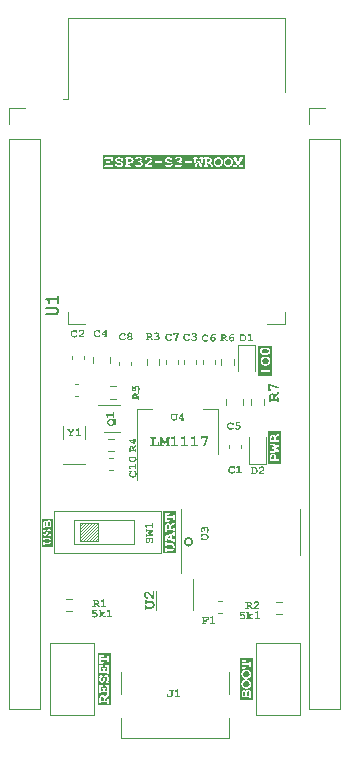
<source format=gbr>
%TF.GenerationSoftware,KiCad,Pcbnew,7.0.7*%
%TF.CreationDate,2024-06-24T12:04:25-04:00*%
%TF.ProjectId,ESP32_S3_Breakout,45535033-325f-4533-935f-427265616b6f,rev?*%
%TF.SameCoordinates,Original*%
%TF.FileFunction,Legend,Top*%
%TF.FilePolarity,Positive*%
%FSLAX46Y46*%
G04 Gerber Fmt 4.6, Leading zero omitted, Abs format (unit mm)*
G04 Created by KiCad (PCBNEW 7.0.7) date 2024-06-24 12:04:25*
%MOMM*%
%LPD*%
G01*
G04 APERTURE LIST*
%ADD10C,0.150000*%
%ADD11C,0.200000*%
%ADD12C,0.100000*%
%ADD13C,0.160000*%
%ADD14C,0.120000*%
G04 APERTURE END LIST*
D10*
X155159687Y-86207600D02*
G75*
G03*
X155159687Y-86207600I-321287J0D01*
G01*
D11*
G36*
X153277242Y-85922525D02*
G01*
X153035198Y-85808464D01*
X153277242Y-85695135D01*
X153277242Y-85922525D01*
G37*
G36*
X153100383Y-84785663D02*
G01*
X153111444Y-84787352D01*
X153120981Y-84790512D01*
X153130570Y-84795252D01*
X153140210Y-84801572D01*
X153148282Y-84808045D01*
X153156243Y-84816023D01*
X153162534Y-84823890D01*
X153168756Y-84833078D01*
X153174910Y-84843586D01*
X153179480Y-84852333D01*
X153184012Y-84861824D01*
X153188505Y-84872057D01*
X153192959Y-84883033D01*
X153197375Y-84894751D01*
X153198442Y-84897772D01*
X153202371Y-84910110D01*
X153204962Y-84919634D01*
X153207248Y-84929390D01*
X153209229Y-84939377D01*
X153210906Y-84949597D01*
X153212278Y-84960048D01*
X153213345Y-84970732D01*
X153214107Y-84981647D01*
X153214564Y-84992794D01*
X153214716Y-85004172D01*
X153214716Y-85114082D01*
X152995875Y-85114082D01*
X152995875Y-84952637D01*
X152996000Y-84942563D01*
X152996656Y-84928028D01*
X152997874Y-84914184D01*
X152999655Y-84901031D01*
X153001999Y-84888570D01*
X153004905Y-84876800D01*
X153008373Y-84865721D01*
X153012404Y-84855333D01*
X153016997Y-84845637D01*
X153022153Y-84836631D01*
X153027871Y-84828317D01*
X153029876Y-84825688D01*
X153038000Y-84816004D01*
X153046293Y-84807656D01*
X153054754Y-84800643D01*
X153063383Y-84794967D01*
X153074405Y-84789749D01*
X153085689Y-84786618D01*
X153097236Y-84785575D01*
X153100383Y-84785663D01*
G37*
G36*
X153810888Y-87198913D02*
G01*
X152712334Y-87198913D01*
X152712334Y-86962023D01*
X152855191Y-86962023D01*
X152855496Y-86974434D01*
X152856412Y-86985898D01*
X152857939Y-86996415D01*
X152860076Y-87005987D01*
X152863606Y-87016620D01*
X152868090Y-87025774D01*
X152874730Y-87034807D01*
X152877190Y-87037380D01*
X152885141Y-87044104D01*
X152893951Y-87049333D01*
X152903620Y-87053068D01*
X152914147Y-87055309D01*
X152925533Y-87056056D01*
X152929424Y-87055973D01*
X152940538Y-87054728D01*
X152950811Y-87051989D01*
X152960242Y-87047756D01*
X152968832Y-87042029D01*
X152976580Y-87034807D01*
X152980028Y-87030617D01*
X152985907Y-87021000D01*
X152989770Y-87011726D01*
X152992690Y-87001308D01*
X152994669Y-86989745D01*
X152995573Y-86979669D01*
X152995875Y-86968862D01*
X153372497Y-86968862D01*
X153381933Y-86968763D01*
X153395636Y-86968242D01*
X153408798Y-86967274D01*
X153421419Y-86965860D01*
X153433499Y-86964000D01*
X153445038Y-86961693D01*
X153456036Y-86958939D01*
X153466493Y-86955739D01*
X153476409Y-86952093D01*
X153485784Y-86948000D01*
X153494619Y-86943460D01*
X153500314Y-86940206D01*
X153508808Y-86935028D01*
X153517242Y-86929493D01*
X153525615Y-86923602D01*
X153533928Y-86917354D01*
X153542182Y-86910750D01*
X153550375Y-86903790D01*
X153558508Y-86896474D01*
X153566581Y-86888801D01*
X153574593Y-86880771D01*
X153582546Y-86872386D01*
X153587718Y-86866631D01*
X153595179Y-86857827D01*
X153602284Y-86848816D01*
X153609032Y-86839600D01*
X153615424Y-86830178D01*
X153621460Y-86820549D01*
X153627139Y-86810715D01*
X153632462Y-86800674D01*
X153637429Y-86790427D01*
X153642039Y-86779974D01*
X153646293Y-86769315D01*
X153648926Y-86762110D01*
X153652556Y-86751188D01*
X153655804Y-86740128D01*
X153658669Y-86728931D01*
X153661153Y-86717597D01*
X153663255Y-86706125D01*
X153664974Y-86694516D01*
X153666312Y-86682769D01*
X153667267Y-86670885D01*
X153667840Y-86658864D01*
X153668031Y-86646705D01*
X153667694Y-86630368D01*
X153666684Y-86614328D01*
X153665000Y-86598586D01*
X153662642Y-86583141D01*
X153659611Y-86567994D01*
X153655907Y-86553145D01*
X153651528Y-86538594D01*
X153646477Y-86524340D01*
X153640751Y-86510384D01*
X153634352Y-86496725D01*
X153627280Y-86483364D01*
X153619534Y-86470301D01*
X153611114Y-86457536D01*
X153602021Y-86445068D01*
X153592254Y-86432898D01*
X153581813Y-86421025D01*
X153570892Y-86409668D01*
X153559683Y-86399043D01*
X153548185Y-86389151D01*
X153536399Y-86379992D01*
X153524326Y-86371566D01*
X153511964Y-86363872D01*
X153499314Y-86356911D01*
X153486375Y-86350683D01*
X153473149Y-86345188D01*
X153459635Y-86340425D01*
X153445832Y-86336395D01*
X153431741Y-86333098D01*
X153417363Y-86330533D01*
X153402696Y-86328701D01*
X153387740Y-86327602D01*
X153372497Y-86327236D01*
X152995875Y-86327236D01*
X152995799Y-86321740D01*
X152995196Y-86311299D01*
X152993990Y-86301590D01*
X152991635Y-86290485D01*
X152988338Y-86280524D01*
X152983137Y-86270083D01*
X152976580Y-86261290D01*
X152974090Y-86258717D01*
X152966062Y-86251994D01*
X152957192Y-86246764D01*
X152947480Y-86243029D01*
X152936927Y-86240788D01*
X152925533Y-86240041D01*
X152921642Y-86240126D01*
X152910542Y-86241400D01*
X152900301Y-86244202D01*
X152890919Y-86248532D01*
X152882395Y-86254391D01*
X152874730Y-86261779D01*
X152869101Y-86269211D01*
X152864426Y-86278074D01*
X152860705Y-86288369D01*
X152857939Y-86300094D01*
X152856412Y-86310505D01*
X152855496Y-86321832D01*
X152855191Y-86334075D01*
X152855191Y-86518966D01*
X152855363Y-86528236D01*
X152856126Y-86539802D01*
X152857500Y-86550459D01*
X152860076Y-86562503D01*
X152863606Y-86573128D01*
X152868090Y-86582333D01*
X152874730Y-86591507D01*
X152877190Y-86594109D01*
X152885141Y-86600910D01*
X152893951Y-86606199D01*
X152903620Y-86609977D01*
X152914147Y-86612244D01*
X152925533Y-86613000D01*
X152929424Y-86612916D01*
X152940538Y-86611657D01*
X152950811Y-86608886D01*
X152960242Y-86604604D01*
X152968832Y-86598811D01*
X152976580Y-86591507D01*
X152982138Y-86584004D01*
X152986755Y-86575082D01*
X152990429Y-86564741D01*
X152993161Y-86552981D01*
X152994669Y-86542551D01*
X152995573Y-86531213D01*
X152995875Y-86518966D01*
X152995875Y-86468164D01*
X153378603Y-86468164D01*
X153383260Y-86468231D01*
X153394510Y-86468982D01*
X153405199Y-86470568D01*
X153415328Y-86472989D01*
X153424896Y-86476245D01*
X153433904Y-86480336D01*
X153442351Y-86485261D01*
X153452422Y-86492405D01*
X153461875Y-86500038D01*
X153470710Y-86508159D01*
X153478926Y-86516768D01*
X153486524Y-86525866D01*
X153493504Y-86535453D01*
X153499866Y-86545528D01*
X153505610Y-86556091D01*
X153510704Y-86566994D01*
X153515120Y-86578088D01*
X153518856Y-86589373D01*
X153521913Y-86600849D01*
X153524290Y-86612515D01*
X153525989Y-86624372D01*
X153527008Y-86636421D01*
X153527347Y-86648659D01*
X153527172Y-86657856D01*
X153526250Y-86671332D01*
X153524538Y-86684426D01*
X153522037Y-86697138D01*
X153518745Y-86709467D01*
X153514664Y-86721415D01*
X153509792Y-86732980D01*
X153504131Y-86744164D01*
X153497679Y-86754965D01*
X153490438Y-86765384D01*
X153482406Y-86775421D01*
X153476706Y-86781780D01*
X153467958Y-86790549D01*
X153458974Y-86798396D01*
X153449755Y-86805319D01*
X153440298Y-86811318D01*
X153430606Y-86816395D01*
X153420678Y-86820549D01*
X153410513Y-86823780D01*
X153400113Y-86826087D01*
X153389476Y-86827472D01*
X153378603Y-86827934D01*
X152995875Y-86827934D01*
X152995875Y-86777131D01*
X152995705Y-86767863D01*
X152994951Y-86756308D01*
X152993595Y-86745668D01*
X152991051Y-86733656D01*
X152987565Y-86723075D01*
X152983137Y-86713926D01*
X152976580Y-86704835D01*
X152974090Y-86702203D01*
X152966062Y-86695325D01*
X152957192Y-86689976D01*
X152947480Y-86686154D01*
X152936927Y-86683862D01*
X152925533Y-86683098D01*
X152921642Y-86683183D01*
X152910542Y-86684456D01*
X152900301Y-86687258D01*
X152890919Y-86691589D01*
X152882395Y-86697448D01*
X152874730Y-86704835D01*
X152869101Y-86712267D01*
X152864426Y-86721131D01*
X152860705Y-86731425D01*
X152857939Y-86743151D01*
X152856412Y-86753562D01*
X152855496Y-86764888D01*
X152855191Y-86777131D01*
X152855191Y-86962023D01*
X152712334Y-86962023D01*
X152712334Y-86035854D01*
X152855191Y-86035854D01*
X152855363Y-86045124D01*
X152856126Y-86056689D01*
X152857500Y-86067346D01*
X152860076Y-86079390D01*
X152863606Y-86090015D01*
X152868090Y-86099221D01*
X152874730Y-86108394D01*
X152877190Y-86111026D01*
X152885141Y-86117904D01*
X152893951Y-86123254D01*
X152903620Y-86127075D01*
X152914147Y-86129368D01*
X152925533Y-86130132D01*
X152929424Y-86130047D01*
X152940538Y-86128773D01*
X152950811Y-86125971D01*
X152960242Y-86121641D01*
X152968832Y-86115782D01*
X152976580Y-86108394D01*
X152982138Y-86100892D01*
X152986755Y-86091970D01*
X152990429Y-86081629D01*
X152993161Y-86069869D01*
X152994669Y-86059439D01*
X152995573Y-86048101D01*
X152995875Y-86035854D01*
X152995875Y-85943775D01*
X153511716Y-86165059D01*
X153512021Y-86177660D01*
X153512937Y-86189330D01*
X153514463Y-86200069D01*
X153516600Y-86209877D01*
X153520131Y-86220827D01*
X153524615Y-86230323D01*
X153531255Y-86239797D01*
X153533715Y-86242547D01*
X153541666Y-86249734D01*
X153550476Y-86255324D01*
X153560144Y-86259317D01*
X153570672Y-86261713D01*
X153582058Y-86262511D01*
X153585949Y-86262427D01*
X153597063Y-86261153D01*
X153607336Y-86258351D01*
X153616767Y-86254020D01*
X153625356Y-86248161D01*
X153633104Y-86240774D01*
X153638663Y-86233342D01*
X153643280Y-86224478D01*
X153646954Y-86214184D01*
X153649686Y-86202458D01*
X153651194Y-86192047D01*
X153652098Y-86180721D01*
X153652400Y-86168478D01*
X153652400Y-85978945D01*
X153652230Y-85969675D01*
X153651476Y-85958110D01*
X153650120Y-85947453D01*
X153647576Y-85935409D01*
X153644090Y-85924784D01*
X153639662Y-85915579D01*
X153633104Y-85906405D01*
X153630615Y-85903773D01*
X153622587Y-85896895D01*
X153613717Y-85891546D01*
X153604005Y-85887725D01*
X153593452Y-85885432D01*
X153582058Y-85884668D01*
X153578167Y-85884753D01*
X153567067Y-85886026D01*
X153556826Y-85888828D01*
X153547444Y-85893159D01*
X153538920Y-85899018D01*
X153531255Y-85906405D01*
X153525626Y-85913908D01*
X153520951Y-85922830D01*
X153517230Y-85933171D01*
X153514463Y-85944931D01*
X153512937Y-85955361D01*
X153512021Y-85966699D01*
X153511716Y-85978945D01*
X153511716Y-86013139D01*
X153417926Y-85978945D01*
X153417926Y-85636761D01*
X153511716Y-85603056D01*
X153511716Y-85637494D01*
X153511887Y-85646764D01*
X153512651Y-85658329D01*
X153514024Y-85668986D01*
X153516600Y-85681030D01*
X153520131Y-85691655D01*
X153524615Y-85700861D01*
X153531255Y-85710034D01*
X153533715Y-85712637D01*
X153541666Y-85719437D01*
X153550476Y-85724727D01*
X153560144Y-85728505D01*
X153570672Y-85730772D01*
X153582058Y-85731527D01*
X153585949Y-85731444D01*
X153597063Y-85730184D01*
X153607336Y-85727414D01*
X153616767Y-85723132D01*
X153625356Y-85717339D01*
X153633104Y-85710034D01*
X153638663Y-85702532D01*
X153643280Y-85693610D01*
X153646954Y-85683269D01*
X153649686Y-85671509D01*
X153651194Y-85661079D01*
X153652098Y-85649740D01*
X153652400Y-85637494D01*
X153652400Y-85447962D01*
X153652230Y-85438696D01*
X153651476Y-85427150D01*
X153650120Y-85416527D01*
X153647576Y-85404547D01*
X153644090Y-85394011D01*
X153639662Y-85384917D01*
X153633104Y-85375910D01*
X153630615Y-85373307D01*
X153622587Y-85366507D01*
X153616147Y-85362666D01*
X153616767Y-85362385D01*
X153625356Y-85356592D01*
X153633104Y-85349287D01*
X153638663Y-85341785D01*
X153643280Y-85332863D01*
X153646954Y-85322522D01*
X153649686Y-85310762D01*
X153651194Y-85300332D01*
X153652098Y-85288994D01*
X153652400Y-85276747D01*
X153652400Y-85063035D01*
X153652230Y-85053767D01*
X153651476Y-85042211D01*
X153650120Y-85031571D01*
X153647576Y-85019560D01*
X153644090Y-85008979D01*
X153639662Y-84999829D01*
X153633104Y-84990739D01*
X153630615Y-84988107D01*
X153622587Y-84981229D01*
X153613717Y-84975879D01*
X153604005Y-84972058D01*
X153593452Y-84969766D01*
X153582058Y-84969001D01*
X153578167Y-84969086D01*
X153567067Y-84970360D01*
X153556826Y-84973162D01*
X153547444Y-84977493D01*
X153538920Y-84983352D01*
X153531255Y-84990739D01*
X153525626Y-84998171D01*
X153520951Y-85007035D01*
X153517230Y-85017329D01*
X153514463Y-85029055D01*
X153512937Y-85039465D01*
X153512021Y-85050792D01*
X153511716Y-85063035D01*
X153511716Y-85114082D01*
X153355400Y-85114082D01*
X153355400Y-84974619D01*
X153358722Y-84967524D01*
X153366518Y-84952992D01*
X153375853Y-84938002D01*
X153386726Y-84922553D01*
X153392739Y-84914657D01*
X153399136Y-84906647D01*
X153405918Y-84898522D01*
X153413085Y-84890283D01*
X153420636Y-84881929D01*
X153428571Y-84873460D01*
X153436891Y-84864878D01*
X153445596Y-84856180D01*
X153454685Y-84847368D01*
X153464158Y-84838442D01*
X153474016Y-84829401D01*
X153484259Y-84820246D01*
X153494886Y-84810976D01*
X153505897Y-84801592D01*
X153517293Y-84792093D01*
X153529074Y-84782480D01*
X153541238Y-84772752D01*
X153553788Y-84762910D01*
X153566722Y-84752953D01*
X153580040Y-84742882D01*
X153593743Y-84732696D01*
X153607830Y-84722396D01*
X153622302Y-84711982D01*
X153637159Y-84701452D01*
X153652400Y-84690809D01*
X153652400Y-84610453D01*
X153652230Y-84601187D01*
X153651476Y-84589641D01*
X153650120Y-84579018D01*
X153647576Y-84567039D01*
X153644090Y-84556502D01*
X153639662Y-84547409D01*
X153633104Y-84538401D01*
X153630615Y-84535798D01*
X153622587Y-84528998D01*
X153613717Y-84523708D01*
X153604005Y-84519930D01*
X153593452Y-84517663D01*
X153582058Y-84516908D01*
X153570448Y-84517998D01*
X153559251Y-84521270D01*
X153550235Y-84525662D01*
X153541506Y-84531569D01*
X153533062Y-84538991D01*
X153524905Y-84547927D01*
X153521814Y-84552773D01*
X153517950Y-84562190D01*
X153515438Y-84572005D01*
X153513570Y-84583609D01*
X153512540Y-84594180D01*
X153511922Y-84605896D01*
X153511716Y-84618757D01*
X153502468Y-84625357D01*
X153493531Y-84631786D01*
X153484905Y-84638043D01*
X153476590Y-84644128D01*
X153468587Y-84650041D01*
X153457164Y-84658589D01*
X153446442Y-84666751D01*
X153436419Y-84674526D01*
X153427096Y-84681915D01*
X153418473Y-84688917D01*
X153410549Y-84695533D01*
X153401074Y-84703754D01*
X153394221Y-84710080D01*
X153384237Y-84719480D01*
X153374604Y-84728773D01*
X153365323Y-84737959D01*
X153356394Y-84747037D01*
X153347818Y-84756008D01*
X153339593Y-84764872D01*
X153331721Y-84773628D01*
X153324200Y-84782277D01*
X153317032Y-84790818D01*
X153310215Y-84799253D01*
X153307670Y-84794452D01*
X153302510Y-84785079D01*
X153297259Y-84776011D01*
X153291916Y-84767249D01*
X153286482Y-84758792D01*
X153280956Y-84750641D01*
X153272495Y-84738986D01*
X153263828Y-84728018D01*
X153254955Y-84717736D01*
X153245876Y-84708142D01*
X153236591Y-84699235D01*
X153227100Y-84691015D01*
X153217403Y-84683481D01*
X153210795Y-84678808D01*
X153200719Y-84672364D01*
X153190445Y-84666598D01*
X153179973Y-84661511D01*
X153169304Y-84657101D01*
X153158438Y-84653370D01*
X153147374Y-84650318D01*
X153136113Y-84647944D01*
X153124654Y-84646248D01*
X153112997Y-84645230D01*
X153101143Y-84644891D01*
X153088412Y-84645212D01*
X153075925Y-84646173D01*
X153063683Y-84647776D01*
X153051684Y-84650020D01*
X153039930Y-84652905D01*
X153028420Y-84656432D01*
X153017154Y-84660599D01*
X153006133Y-84665407D01*
X152995356Y-84670857D01*
X152984823Y-84676948D01*
X152974534Y-84683680D01*
X152964490Y-84691053D01*
X152954689Y-84699067D01*
X152945133Y-84707723D01*
X152935822Y-84717019D01*
X152926754Y-84726957D01*
X152918088Y-84737476D01*
X152909981Y-84748519D01*
X152902434Y-84760084D01*
X152895445Y-84772172D01*
X152889016Y-84784783D01*
X152883145Y-84797917D01*
X152877834Y-84811573D01*
X152873082Y-84825753D01*
X152868888Y-84840455D01*
X152865254Y-84855680D01*
X152862179Y-84871428D01*
X152859664Y-84887699D01*
X152857707Y-84904493D01*
X152856309Y-84921809D01*
X152855470Y-84939648D01*
X152855191Y-84958010D01*
X152855191Y-85114082D01*
X152855191Y-85276747D01*
X152855363Y-85286017D01*
X152856126Y-85297583D01*
X152857500Y-85308240D01*
X152860076Y-85320284D01*
X152863606Y-85330908D01*
X152868090Y-85340114D01*
X152874730Y-85349287D01*
X152877190Y-85351890D01*
X152885141Y-85358691D01*
X152893951Y-85363980D01*
X152903620Y-85367758D01*
X152914147Y-85370025D01*
X152925533Y-85370781D01*
X152929424Y-85370697D01*
X152940538Y-85369437D01*
X152950811Y-85366667D01*
X152960242Y-85362385D01*
X152968832Y-85356592D01*
X152976580Y-85349287D01*
X152982138Y-85341785D01*
X152986755Y-85332863D01*
X152990429Y-85322522D01*
X152993161Y-85310762D01*
X152994669Y-85300332D01*
X152995573Y-85288994D01*
X152995875Y-85276747D01*
X152995875Y-85254765D01*
X153511716Y-85254765D01*
X153511716Y-85276747D01*
X153511887Y-85285889D01*
X153512651Y-85297309D01*
X153514024Y-85307851D01*
X153516600Y-85319795D01*
X153520131Y-85330367D01*
X153524615Y-85339568D01*
X153531255Y-85348799D01*
X153533715Y-85351461D01*
X153541666Y-85358416D01*
X153549965Y-85363512D01*
X153548312Y-85364386D01*
X153539542Y-85370693D01*
X153531034Y-85378539D01*
X153524416Y-85385924D01*
X153522878Y-85388040D01*
X153518277Y-85397520D01*
X153515300Y-85408213D01*
X153513502Y-85418935D01*
X153512509Y-85428697D01*
X153511914Y-85439512D01*
X153511716Y-85451381D01*
X152855191Y-85731527D01*
X152855191Y-85808464D01*
X152855191Y-86035854D01*
X152712334Y-86035854D01*
X152712334Y-83764640D01*
X152855191Y-83764640D01*
X152855191Y-84494193D01*
X153136559Y-84494193D01*
X153145785Y-84494021D01*
X153157299Y-84493258D01*
X153167912Y-84491884D01*
X153179912Y-84489308D01*
X153190504Y-84485778D01*
X153199690Y-84481294D01*
X153208854Y-84474654D01*
X153211457Y-84472167D01*
X153218258Y-84464167D01*
X153223547Y-84455360D01*
X153227325Y-84445745D01*
X153229592Y-84435324D01*
X153230348Y-84424096D01*
X153230264Y-84420204D01*
X153229005Y-84409090D01*
X153226234Y-84398817D01*
X153221952Y-84389386D01*
X153216159Y-84380797D01*
X153208854Y-84373049D01*
X153201358Y-84367420D01*
X153192454Y-84362745D01*
X153182143Y-84359024D01*
X153170424Y-84356257D01*
X153160036Y-84354731D01*
X153148748Y-84353815D01*
X153136559Y-84353509D01*
X152995875Y-84353509D01*
X152995875Y-84200858D01*
X153511716Y-84200858D01*
X153511716Y-84295135D01*
X153511887Y-84304405D01*
X153512651Y-84315971D01*
X153514024Y-84326628D01*
X153516600Y-84338672D01*
X153520131Y-84349296D01*
X153524615Y-84358502D01*
X153531255Y-84367675D01*
X153533715Y-84370278D01*
X153541666Y-84377079D01*
X153550476Y-84382368D01*
X153560144Y-84386146D01*
X153570672Y-84388413D01*
X153582058Y-84389169D01*
X153585949Y-84389085D01*
X153597063Y-84387825D01*
X153607336Y-84385055D01*
X153616767Y-84380773D01*
X153625356Y-84374980D01*
X153633104Y-84367675D01*
X153638663Y-84360173D01*
X153643280Y-84351251D01*
X153646954Y-84340910D01*
X153649686Y-84329150D01*
X153651194Y-84318720D01*
X153652098Y-84307382D01*
X153652400Y-84295135D01*
X153652400Y-83965407D01*
X153652230Y-83956137D01*
X153651476Y-83944572D01*
X153650120Y-83933915D01*
X153647576Y-83921871D01*
X153644090Y-83911246D01*
X153639662Y-83902041D01*
X153633104Y-83892867D01*
X153630615Y-83890235D01*
X153622587Y-83883357D01*
X153613717Y-83878008D01*
X153604005Y-83874187D01*
X153593452Y-83871894D01*
X153582058Y-83871130D01*
X153578167Y-83871215D01*
X153567067Y-83872488D01*
X153556826Y-83875290D01*
X153547444Y-83879621D01*
X153538920Y-83885480D01*
X153531255Y-83892867D01*
X153525626Y-83900370D01*
X153520951Y-83909292D01*
X153517230Y-83919633D01*
X153514463Y-83931393D01*
X153512937Y-83941823D01*
X153512021Y-83953161D01*
X153511716Y-83965407D01*
X153511716Y-84060174D01*
X152995875Y-84060174D01*
X152995875Y-83905568D01*
X153136559Y-83905568D01*
X153145785Y-83905396D01*
X153157299Y-83904633D01*
X153167912Y-83903259D01*
X153179912Y-83900683D01*
X153190504Y-83897153D01*
X153199690Y-83892669D01*
X153208854Y-83886029D01*
X153211457Y-83883541D01*
X153218258Y-83875541D01*
X153223547Y-83866734D01*
X153227325Y-83857120D01*
X153229592Y-83846699D01*
X153230348Y-83835470D01*
X153230264Y-83831579D01*
X153229005Y-83820465D01*
X153226234Y-83810192D01*
X153221952Y-83800761D01*
X153216159Y-83792172D01*
X153208854Y-83784424D01*
X153201358Y-83778724D01*
X153192454Y-83773991D01*
X153182143Y-83770223D01*
X153170424Y-83767422D01*
X153160036Y-83765876D01*
X153148748Y-83764949D01*
X153136559Y-83764640D01*
X152855191Y-83764640D01*
X152712334Y-83764640D01*
X152712334Y-83621783D01*
X153810888Y-83621783D01*
X153810888Y-87198913D01*
G37*
G36*
X142717852Y-84570112D02*
G01*
X142726575Y-84572115D01*
X142734822Y-84575659D01*
X142742592Y-84580743D01*
X142749885Y-84587369D01*
X142755377Y-84593779D01*
X142760564Y-84601175D01*
X142764184Y-84607107D01*
X142769176Y-84616355D01*
X142773643Y-84626023D01*
X142777585Y-84636110D01*
X142781000Y-84646617D01*
X142783891Y-84657544D01*
X142786255Y-84668890D01*
X142788095Y-84680656D01*
X142789408Y-84692842D01*
X142789992Y-84701199D01*
X142790343Y-84709742D01*
X142790459Y-84718472D01*
X142790459Y-84849887D01*
X142644304Y-84849887D01*
X142644304Y-84693975D01*
X142644382Y-84686015D01*
X142644791Y-84674590D01*
X142645550Y-84663781D01*
X142646659Y-84653589D01*
X142648119Y-84644014D01*
X142649929Y-84635055D01*
X142652090Y-84626714D01*
X142655515Y-84616551D01*
X142659564Y-84607484D01*
X142664235Y-84599514D01*
X142665474Y-84597675D01*
X142670565Y-84590902D01*
X142677230Y-84583749D01*
X142684230Y-84578056D01*
X142691564Y-84573823D01*
X142700807Y-84570670D01*
X142710531Y-84569619D01*
X142717852Y-84570112D01*
G37*
G36*
X143022398Y-84518074D02*
G01*
X143030922Y-84519523D01*
X143040255Y-84522735D01*
X143048609Y-84527552D01*
X143055986Y-84533975D01*
X143061386Y-84540554D01*
X143063975Y-84544434D01*
X143068653Y-84553212D01*
X143072662Y-84563346D01*
X143075231Y-84571836D01*
X143077423Y-84581089D01*
X143079240Y-84591104D01*
X143080681Y-84601883D01*
X143081746Y-84613424D01*
X143082435Y-84625727D01*
X143082686Y-84634354D01*
X143082769Y-84643319D01*
X143082769Y-84849887D01*
X142910041Y-84849887D01*
X142910041Y-84691691D01*
X142910075Y-84686474D01*
X142910345Y-84676271D01*
X142910887Y-84666374D01*
X142911700Y-84656784D01*
X142912783Y-84647500D01*
X142914137Y-84638522D01*
X142915763Y-84629851D01*
X142917659Y-84621487D01*
X142919826Y-84613429D01*
X142923584Y-84601918D01*
X142927951Y-84591096D01*
X142932928Y-84580963D01*
X142938515Y-84571521D01*
X142944711Y-84562768D01*
X142951221Y-84554717D01*
X142957749Y-84547457D01*
X142964295Y-84540990D01*
X142970860Y-84535315D01*
X142979641Y-84528980D01*
X142988454Y-84524052D01*
X142997300Y-84520533D01*
X143006179Y-84518421D01*
X143015090Y-84517717D01*
X143022398Y-84518074D01*
G37*
G36*
X143337066Y-86620957D02*
G01*
X142390007Y-86620957D01*
X142390007Y-86419599D01*
X142524723Y-86419599D01*
X142524983Y-86430148D01*
X142525761Y-86439893D01*
X142527059Y-86448833D01*
X142528875Y-86456969D01*
X142531876Y-86466007D01*
X142535687Y-86473788D01*
X142541332Y-86481466D01*
X142543422Y-86483653D01*
X142550181Y-86489368D01*
X142557669Y-86493813D01*
X142565888Y-86496988D01*
X142574836Y-86498893D01*
X142584514Y-86499528D01*
X142587822Y-86499457D01*
X142597269Y-86498399D01*
X142606000Y-86496071D01*
X142614017Y-86492473D01*
X142621318Y-86487604D01*
X142627904Y-86481466D01*
X142630835Y-86477904D01*
X142635832Y-86469730D01*
X142639115Y-86461847D01*
X142641598Y-86452992D01*
X142643279Y-86443163D01*
X142644048Y-86434599D01*
X142644304Y-86425412D01*
X142964434Y-86425412D01*
X142972454Y-86425328D01*
X142984101Y-86424885D01*
X142995289Y-86424063D01*
X143006017Y-86422861D01*
X143016285Y-86421280D01*
X143026093Y-86419319D01*
X143035441Y-86416978D01*
X143044330Y-86414258D01*
X143052759Y-86411159D01*
X143060728Y-86407680D01*
X143068237Y-86403821D01*
X143073078Y-86401055D01*
X143080298Y-86396653D01*
X143087466Y-86391949D01*
X143094584Y-86386941D01*
X143101650Y-86381631D01*
X143108665Y-86376018D01*
X143115629Y-86370102D01*
X143122542Y-86363882D01*
X143129404Y-86357360D01*
X143136215Y-86350536D01*
X143142975Y-86343408D01*
X143147371Y-86338516D01*
X143153713Y-86331033D01*
X143159752Y-86323374D01*
X143165488Y-86315540D01*
X143170922Y-86307531D01*
X143176052Y-86299347D01*
X143180879Y-86290987D01*
X143185404Y-86282453D01*
X143189626Y-86273743D01*
X143193544Y-86264858D01*
X143197160Y-86255798D01*
X143199398Y-86249674D01*
X143202483Y-86240390D01*
X143205244Y-86230989D01*
X143207680Y-86221472D01*
X143209791Y-86211837D01*
X143211577Y-86202086D01*
X143213039Y-86192218D01*
X143214176Y-86182234D01*
X143214988Y-86172133D01*
X143215475Y-86161914D01*
X143215637Y-86151580D01*
X143215351Y-86137693D01*
X143214492Y-86124059D01*
X143213061Y-86110678D01*
X143211057Y-86097550D01*
X143208481Y-86084675D01*
X143205332Y-86072053D01*
X143201610Y-86059685D01*
X143197316Y-86047569D01*
X143192449Y-86035706D01*
X143187010Y-86024096D01*
X143180999Y-86012740D01*
X143174414Y-86001636D01*
X143167258Y-85990785D01*
X143159528Y-85980187D01*
X143151227Y-85969843D01*
X143142352Y-85959751D01*
X143133069Y-85950098D01*
X143123541Y-85941067D01*
X143113768Y-85932659D01*
X143103750Y-85924873D01*
X143093488Y-85917711D01*
X143082980Y-85911171D01*
X143072227Y-85905255D01*
X143061230Y-85899961D01*
X143049988Y-85895289D01*
X143038500Y-85891241D01*
X143026768Y-85887816D01*
X143014791Y-85885013D01*
X143002569Y-85882833D01*
X142990102Y-85881276D01*
X142977390Y-85880342D01*
X142964434Y-85880030D01*
X142644304Y-85880030D01*
X142644240Y-85875359D01*
X142643728Y-85866484D01*
X142642703Y-85858232D01*
X142640701Y-85848792D01*
X142637898Y-85840326D01*
X142633477Y-85831450D01*
X142627904Y-85823977D01*
X142625788Y-85821789D01*
X142618963Y-85816075D01*
X142611424Y-85811630D01*
X142603169Y-85808455D01*
X142594199Y-85806550D01*
X142584514Y-85805915D01*
X142581207Y-85805987D01*
X142571772Y-85807070D01*
X142563067Y-85809451D01*
X142555092Y-85813132D01*
X142547847Y-85818113D01*
X142541332Y-85824392D01*
X142536547Y-85830709D01*
X142532573Y-85838243D01*
X142529411Y-85846993D01*
X142527059Y-85856960D01*
X142525761Y-85865809D01*
X142524983Y-85875437D01*
X142524723Y-85885843D01*
X142524723Y-86043001D01*
X142524869Y-86050881D01*
X142525518Y-86060711D01*
X142526686Y-86069770D01*
X142528875Y-86080007D01*
X142531876Y-86089038D01*
X142535687Y-86096863D01*
X142541332Y-86104660D01*
X142543422Y-86106873D01*
X142550181Y-86112653D01*
X142557669Y-86117149D01*
X142565888Y-86120361D01*
X142574836Y-86122288D01*
X142584514Y-86122930D01*
X142587822Y-86122858D01*
X142597269Y-86121788D01*
X142606000Y-86119433D01*
X142614017Y-86115793D01*
X142621318Y-86110869D01*
X142627904Y-86104660D01*
X142632628Y-86098283D01*
X142636552Y-86090700D01*
X142639676Y-86081910D01*
X142641998Y-86071914D01*
X142643279Y-86063048D01*
X142644048Y-86053411D01*
X142644304Y-86043001D01*
X142644304Y-85999819D01*
X142969624Y-85999819D01*
X142973582Y-85999876D01*
X142983144Y-86000515D01*
X142992230Y-86001863D01*
X143000839Y-86003921D01*
X143008972Y-86006688D01*
X143016629Y-86010165D01*
X143023809Y-86014352D01*
X143032369Y-86020424D01*
X143040405Y-86026912D01*
X143047914Y-86033815D01*
X143054898Y-86041133D01*
X143061357Y-86048866D01*
X143067290Y-86057015D01*
X143072697Y-86065579D01*
X143077579Y-86074558D01*
X143081910Y-86083825D01*
X143085663Y-86093255D01*
X143088838Y-86102847D01*
X143091437Y-86112601D01*
X143093458Y-86122518D01*
X143094901Y-86132597D01*
X143095767Y-86142837D01*
X143096056Y-86153240D01*
X143095907Y-86161057D01*
X143095123Y-86172512D01*
X143093669Y-86183642D01*
X143091542Y-86194447D01*
X143088744Y-86204927D01*
X143085275Y-86215083D01*
X143081134Y-86224913D01*
X143076322Y-86234419D01*
X143070838Y-86243600D01*
X143064683Y-86252457D01*
X143057856Y-86260988D01*
X143053011Y-86266393D01*
X143045575Y-86273847D01*
X143037939Y-86280516D01*
X143030102Y-86286401D01*
X143022065Y-86291501D01*
X143013826Y-86295816D01*
X143005387Y-86299347D01*
X142996747Y-86302093D01*
X142987907Y-86304054D01*
X142978866Y-86305231D01*
X142969624Y-86305624D01*
X142644304Y-86305624D01*
X142644304Y-86262441D01*
X142644160Y-86254564D01*
X142643520Y-86244741D01*
X142642366Y-86235697D01*
X142640204Y-86225487D01*
X142637241Y-86216494D01*
X142633477Y-86208717D01*
X142627904Y-86200990D01*
X142625788Y-86198752D01*
X142618963Y-86192906D01*
X142611424Y-86188359D01*
X142603169Y-86185111D01*
X142594199Y-86183162D01*
X142584514Y-86182513D01*
X142581207Y-86182585D01*
X142571772Y-86183668D01*
X142563067Y-86186050D01*
X142555092Y-86189730D01*
X142547847Y-86194711D01*
X142541332Y-86200990D01*
X142536547Y-86207307D01*
X142532573Y-86214841D01*
X142529411Y-86223591D01*
X142527059Y-86233558D01*
X142525761Y-86242407D01*
X142524983Y-86252035D01*
X142524723Y-86262441D01*
X142524723Y-86419599D01*
X142390007Y-86419599D01*
X142390007Y-85441358D01*
X142511436Y-85441358D01*
X142511675Y-85455566D01*
X142512390Y-85469437D01*
X142513582Y-85482970D01*
X142515251Y-85496166D01*
X142517397Y-85509025D01*
X142520020Y-85521546D01*
X142523119Y-85533730D01*
X142526695Y-85545576D01*
X142530749Y-85557086D01*
X142535279Y-85568257D01*
X142540286Y-85579092D01*
X142545769Y-85589589D01*
X142551730Y-85599749D01*
X142558167Y-85609571D01*
X142565082Y-85619056D01*
X142572473Y-85628204D01*
X142580156Y-85636902D01*
X142587998Y-85645039D01*
X142595999Y-85652615D01*
X142604159Y-85659630D01*
X142612477Y-85666084D01*
X142620955Y-85671976D01*
X142629592Y-85677308D01*
X142638388Y-85682078D01*
X142647342Y-85686287D01*
X142656456Y-85689934D01*
X142665728Y-85693021D01*
X142675160Y-85695546D01*
X142684750Y-85697510D01*
X142694500Y-85698913D01*
X142704408Y-85699755D01*
X142714475Y-85700036D01*
X142720858Y-85699922D01*
X142730328Y-85699326D01*
X142739674Y-85698219D01*
X142748896Y-85696601D01*
X142757993Y-85694472D01*
X142766967Y-85691833D01*
X142775817Y-85688682D01*
X142784542Y-85685021D01*
X142793144Y-85680848D01*
X142801621Y-85676165D01*
X142809974Y-85670971D01*
X142815399Y-85667230D01*
X142823247Y-85661311D01*
X142830748Y-85655024D01*
X142837902Y-85648368D01*
X142844710Y-85641344D01*
X142851171Y-85633951D01*
X142857286Y-85626189D01*
X142863054Y-85618059D01*
X142868475Y-85609561D01*
X142873549Y-85600693D01*
X142878277Y-85591457D01*
X142881284Y-85584991D01*
X142885685Y-85574591D01*
X142889955Y-85563353D01*
X142892728Y-85555394D01*
X142895443Y-85547062D01*
X142898100Y-85538357D01*
X142900698Y-85529279D01*
X142903238Y-85519828D01*
X142905720Y-85510004D01*
X142908143Y-85499807D01*
X142910508Y-85489237D01*
X142912814Y-85478294D01*
X142915062Y-85466978D01*
X142917252Y-85455289D01*
X142919383Y-85443226D01*
X142920247Y-85438210D01*
X142921940Y-85428515D01*
X142923588Y-85419274D01*
X142925190Y-85410484D01*
X142927509Y-85398149D01*
X142929725Y-85386832D01*
X142931839Y-85376533D01*
X142933851Y-85367252D01*
X142936375Y-85356461D01*
X142938717Y-85347481D01*
X142941389Y-85338800D01*
X142942893Y-85334415D01*
X142946046Y-85326110D01*
X142950261Y-85316606D01*
X142954780Y-85308075D01*
X142959603Y-85300516D01*
X142964730Y-85293931D01*
X142971285Y-85287314D01*
X142975839Y-85283616D01*
X142983996Y-85278331D01*
X142992392Y-85274556D01*
X143001027Y-85272291D01*
X143009899Y-85271536D01*
X143017428Y-85272048D01*
X143026411Y-85274131D01*
X143034917Y-85277814D01*
X143042946Y-85283100D01*
X143050499Y-85289987D01*
X143056199Y-85296650D01*
X143061593Y-85304338D01*
X143065767Y-85310860D01*
X143071522Y-85321067D01*
X143076671Y-85331781D01*
X143081214Y-85343002D01*
X143085152Y-85354730D01*
X143087440Y-85362831D01*
X143089460Y-85371157D01*
X143091210Y-85379709D01*
X143092691Y-85388486D01*
X143093902Y-85397488D01*
X143094844Y-85406716D01*
X143095518Y-85416169D01*
X143095921Y-85425848D01*
X143096056Y-85435753D01*
X143095986Y-85442131D01*
X143095620Y-85451580D01*
X143094940Y-85460886D01*
X143093946Y-85470050D01*
X143092639Y-85479072D01*
X143091017Y-85487951D01*
X143089082Y-85496688D01*
X143086833Y-85505283D01*
X143084269Y-85513736D01*
X143081393Y-85522046D01*
X143078202Y-85530214D01*
X143077087Y-85532887D01*
X143073748Y-85540600D01*
X143069314Y-85550170D01*
X143064899Y-85558922D01*
X143060503Y-85566856D01*
X143055037Y-85575625D01*
X143049600Y-85583116D01*
X143043116Y-85590419D01*
X143042543Y-85590925D01*
X143035090Y-85595937D01*
X143026880Y-85599888D01*
X143018057Y-85603302D01*
X143009277Y-85606197D01*
X143003272Y-85608173D01*
X142995105Y-85611538D01*
X142986850Y-85616072D01*
X142979965Y-85621262D01*
X142973776Y-85627996D01*
X142972494Y-85629814D01*
X142968192Y-85637618D01*
X142965214Y-85646279D01*
X142963695Y-85654560D01*
X142963188Y-85663497D01*
X142963260Y-85666880D01*
X142964343Y-85676524D01*
X142966725Y-85685409D01*
X142970405Y-85693535D01*
X142975386Y-85700902D01*
X142981665Y-85707509D01*
X142987977Y-85712294D01*
X142995496Y-85716268D01*
X143004221Y-85719431D01*
X143014152Y-85721782D01*
X143022966Y-85723080D01*
X143032551Y-85723858D01*
X143042909Y-85724118D01*
X143123252Y-85724118D01*
X143130984Y-85723972D01*
X143140639Y-85723323D01*
X143149548Y-85722155D01*
X143159635Y-85719966D01*
X143168557Y-85716965D01*
X143176313Y-85713154D01*
X143184081Y-85707509D01*
X143187346Y-85704299D01*
X143192913Y-85697297D01*
X143197194Y-85689521D01*
X143200192Y-85680972D01*
X143201904Y-85671649D01*
X143202351Y-85663289D01*
X143201792Y-85655810D01*
X143199593Y-85647605D01*
X143195292Y-85639830D01*
X143191925Y-85635959D01*
X143185437Y-85630140D01*
X143177887Y-85624430D01*
X143170024Y-85619078D01*
X143162490Y-85614294D01*
X143165760Y-85608731D01*
X143170470Y-85600350D01*
X143174946Y-85591925D01*
X143179189Y-85583456D01*
X143183199Y-85574943D01*
X143186975Y-85566387D01*
X143190517Y-85557786D01*
X143193826Y-85549142D01*
X143196901Y-85540454D01*
X143199742Y-85531723D01*
X143202351Y-85522947D01*
X143203959Y-85517047D01*
X143206178Y-85508159D01*
X143208163Y-85499228D01*
X143209915Y-85490253D01*
X143211433Y-85481235D01*
X143212718Y-85472172D01*
X143213769Y-85463066D01*
X143214586Y-85453916D01*
X143215170Y-85444722D01*
X143215521Y-85435484D01*
X143215637Y-85426203D01*
X143215379Y-85410318D01*
X143214603Y-85394789D01*
X143213309Y-85379618D01*
X143211498Y-85364803D01*
X143209170Y-85350345D01*
X143206324Y-85336244D01*
X143202961Y-85322500D01*
X143199081Y-85309113D01*
X143194683Y-85296082D01*
X143189768Y-85283408D01*
X143184335Y-85271092D01*
X143178385Y-85259131D01*
X143171918Y-85247528D01*
X143164933Y-85236282D01*
X143157430Y-85225392D01*
X143149411Y-85214859D01*
X143142999Y-85207292D01*
X143136325Y-85200213D01*
X143129388Y-85193623D01*
X143122188Y-85187520D01*
X143114726Y-85181906D01*
X143107001Y-85176780D01*
X143099013Y-85172142D01*
X143090762Y-85167992D01*
X143082249Y-85164331D01*
X143073472Y-85161157D01*
X143064433Y-85158472D01*
X143055132Y-85156275D01*
X143045567Y-85154567D01*
X143035740Y-85153346D01*
X143025650Y-85152614D01*
X143015297Y-85152370D01*
X143007861Y-85152498D01*
X142996948Y-85153171D01*
X142986323Y-85154420D01*
X142975986Y-85156246D01*
X142965938Y-85158648D01*
X142956178Y-85161627D01*
X142946706Y-85165183D01*
X142937522Y-85169315D01*
X142928627Y-85174024D01*
X142920020Y-85179310D01*
X142911702Y-85185172D01*
X142906343Y-85189312D01*
X142898645Y-85195768D01*
X142891356Y-85202520D01*
X142884476Y-85209567D01*
X142878004Y-85216910D01*
X142871942Y-85224549D01*
X142866288Y-85232483D01*
X142861042Y-85240713D01*
X142856206Y-85249239D01*
X142851778Y-85258060D01*
X142847759Y-85267176D01*
X142846478Y-85270306D01*
X142842682Y-85280194D01*
X142838956Y-85290830D01*
X142835298Y-85302214D01*
X142832899Y-85310219D01*
X142830530Y-85318556D01*
X142828192Y-85327226D01*
X142825885Y-85336229D01*
X142823608Y-85345564D01*
X142821363Y-85355231D01*
X142819148Y-85365231D01*
X142816964Y-85375564D01*
X142814811Y-85386229D01*
X142812689Y-85397226D01*
X142810597Y-85408556D01*
X142809555Y-85414221D01*
X142807526Y-85425130D01*
X142805570Y-85435478D01*
X142803687Y-85445265D01*
X142801877Y-85454490D01*
X142800140Y-85463155D01*
X142797671Y-85475099D01*
X142795367Y-85485780D01*
X142793226Y-85495199D01*
X142791250Y-85503356D01*
X142788871Y-85512267D01*
X142786307Y-85520248D01*
X142782731Y-85529241D01*
X142778749Y-85537534D01*
X142774362Y-85545128D01*
X142769569Y-85552022D01*
X142763282Y-85559372D01*
X142756412Y-85565714D01*
X142750408Y-85570140D01*
X142743109Y-85574461D01*
X142734465Y-85578137D01*
X142725681Y-85580342D01*
X142716759Y-85581077D01*
X142711135Y-85580747D01*
X142701850Y-85578729D01*
X142692677Y-85574875D01*
X142685419Y-85570472D01*
X142678232Y-85564894D01*
X142671117Y-85558142D01*
X142664073Y-85550216D01*
X142658837Y-85543500D01*
X142655468Y-85538672D01*
X142650823Y-85531034D01*
X142646666Y-85522921D01*
X142642998Y-85514334D01*
X142639820Y-85505273D01*
X142637130Y-85495737D01*
X142634930Y-85485727D01*
X142633218Y-85475243D01*
X142631996Y-85464284D01*
X142631262Y-85452851D01*
X142631018Y-85440943D01*
X142631251Y-85430001D01*
X142631952Y-85419391D01*
X142633120Y-85409111D01*
X142634755Y-85399162D01*
X142636857Y-85389544D01*
X142639426Y-85380257D01*
X142642462Y-85371301D01*
X142645965Y-85362675D01*
X142649809Y-85354478D01*
X142653867Y-85346806D01*
X142658139Y-85339660D01*
X142663781Y-85331466D01*
X142669757Y-85324094D01*
X142676067Y-85317542D01*
X142682712Y-85311812D01*
X142690095Y-85307050D01*
X142698279Y-85303245D01*
X142706575Y-85300252D01*
X142716054Y-85297508D01*
X142724856Y-85295411D01*
X142733527Y-85293242D01*
X142742675Y-85290226D01*
X142750450Y-85286756D01*
X142757787Y-85282137D01*
X142763886Y-85276103D01*
X142767000Y-85271961D01*
X142771450Y-85264259D01*
X142774629Y-85255981D01*
X142776537Y-85247127D01*
X142777173Y-85237696D01*
X142777100Y-85234438D01*
X142776018Y-85225123D01*
X142773636Y-85216493D01*
X142769955Y-85208550D01*
X142764975Y-85201293D01*
X142758696Y-85194722D01*
X142750806Y-85189077D01*
X142742882Y-85185266D01*
X142733731Y-85182265D01*
X142725527Y-85180449D01*
X142716539Y-85179151D01*
X142706765Y-85178373D01*
X142696206Y-85178113D01*
X142605067Y-85178113D01*
X142597187Y-85178259D01*
X142587357Y-85178908D01*
X142578298Y-85180076D01*
X142568061Y-85182265D01*
X142559030Y-85185266D01*
X142551205Y-85189077D01*
X142543408Y-85194722D01*
X142541145Y-85196836D01*
X142535233Y-85203636D01*
X142530635Y-85211122D01*
X142527351Y-85219294D01*
X142525380Y-85228152D01*
X142524723Y-85237696D01*
X142526124Y-85246423D01*
X142530329Y-85255164D01*
X142535973Y-85262460D01*
X142541890Y-85268304D01*
X142549052Y-85274154D01*
X142557460Y-85280011D01*
X142564584Y-85284408D01*
X142558054Y-85292566D01*
X142551959Y-85300951D01*
X142546298Y-85309564D01*
X142541072Y-85318403D01*
X142536281Y-85327470D01*
X142531924Y-85336763D01*
X142528003Y-85346284D01*
X142524516Y-85356032D01*
X142522178Y-85363449D01*
X142519419Y-85373526D01*
X142517069Y-85383817D01*
X142515128Y-85394322D01*
X142513595Y-85405042D01*
X142512471Y-85415975D01*
X142511896Y-85424316D01*
X142511551Y-85432777D01*
X142511436Y-85441358D01*
X142390007Y-85441358D01*
X142390007Y-84988361D01*
X142524723Y-84988361D01*
X142524869Y-84996240D01*
X142525518Y-85006071D01*
X142526686Y-85015129D01*
X142528875Y-85025367D01*
X142531876Y-85034398D01*
X142535687Y-85042222D01*
X142541332Y-85050020D01*
X142543422Y-85052232D01*
X142550181Y-85058013D01*
X142557669Y-85062509D01*
X142565888Y-85065720D01*
X142574836Y-85067647D01*
X142584514Y-85068289D01*
X142587822Y-85068218D01*
X142597269Y-85067147D01*
X142606000Y-85064792D01*
X142614017Y-85061153D01*
X142621318Y-85056229D01*
X142627904Y-85050020D01*
X142632628Y-85043643D01*
X142636552Y-85036059D01*
X142639676Y-85027269D01*
X142641998Y-85017273D01*
X142643279Y-85008408D01*
X142644048Y-84998770D01*
X142644304Y-84988361D01*
X142644304Y-84969676D01*
X143082769Y-84969676D01*
X143082769Y-84988361D01*
X143082915Y-84996131D01*
X143083564Y-85005838D01*
X143084732Y-85014799D01*
X143086921Y-85024951D01*
X143089922Y-85033938D01*
X143093733Y-85041759D01*
X143099378Y-85049605D01*
X143101468Y-85051867D01*
X143108227Y-85057779D01*
X143115715Y-85062377D01*
X143123934Y-85065662D01*
X143132882Y-85067632D01*
X143142560Y-85068289D01*
X143145868Y-85068218D01*
X143155315Y-85067147D01*
X143164046Y-85064792D01*
X143172063Y-85061153D01*
X143179364Y-85056229D01*
X143185950Y-85050020D01*
X143190674Y-85043643D01*
X143194599Y-85036059D01*
X143197722Y-85027269D01*
X143200044Y-85017273D01*
X143201325Y-85008408D01*
X143202094Y-84998770D01*
X143202351Y-84988361D01*
X143202351Y-84636883D01*
X143202290Y-84628846D01*
X143201975Y-84617109D01*
X143201390Y-84605755D01*
X143200535Y-84594785D01*
X143199410Y-84584197D01*
X143198015Y-84573993D01*
X143196349Y-84564172D01*
X143194414Y-84554734D01*
X143192209Y-84545680D01*
X143189733Y-84537008D01*
X143186988Y-84528720D01*
X143186019Y-84526034D01*
X143183004Y-84518132D01*
X143178735Y-84507960D01*
X143174181Y-84498202D01*
X143169341Y-84488860D01*
X143164216Y-84479933D01*
X143158805Y-84471421D01*
X143153109Y-84463324D01*
X143147127Y-84455643D01*
X143144900Y-84452918D01*
X143138921Y-84446333D01*
X143132355Y-84440072D01*
X143125200Y-84434136D01*
X143117457Y-84428524D01*
X143109127Y-84423237D01*
X143100208Y-84418274D01*
X143095305Y-84415810D01*
X143085353Y-84411359D01*
X143075206Y-84407545D01*
X143064865Y-84404366D01*
X143054329Y-84401822D01*
X143043598Y-84399915D01*
X143032673Y-84398643D01*
X143024351Y-84398107D01*
X143015920Y-84397928D01*
X143008856Y-84398039D01*
X142998433Y-84398622D01*
X142988217Y-84399706D01*
X142978210Y-84401289D01*
X142968411Y-84403372D01*
X142958820Y-84405955D01*
X142949437Y-84409038D01*
X142940262Y-84412621D01*
X142931295Y-84416704D01*
X142922536Y-84421287D01*
X142913985Y-84426370D01*
X142908398Y-84430011D01*
X142900186Y-84435888D01*
X142892174Y-84442265D01*
X142884362Y-84449142D01*
X142876751Y-84456519D01*
X142869341Y-84464396D01*
X142862132Y-84472773D01*
X142855124Y-84481650D01*
X142848316Y-84491027D01*
X142841709Y-84500904D01*
X142835302Y-84511281D01*
X142828532Y-84503794D01*
X142821613Y-84496801D01*
X142814545Y-84490300D01*
X142807327Y-84484292D01*
X142799961Y-84478778D01*
X142792445Y-84473756D01*
X142784779Y-84469228D01*
X142776965Y-84465193D01*
X142769011Y-84461641D01*
X142760927Y-84458562D01*
X142752714Y-84455957D01*
X142744371Y-84453826D01*
X142735898Y-84452169D01*
X142727295Y-84450985D01*
X142718563Y-84450274D01*
X142709700Y-84450037D01*
X142700361Y-84450293D01*
X142691181Y-84451059D01*
X142682163Y-84452336D01*
X142673304Y-84454125D01*
X142664607Y-84456424D01*
X142656070Y-84459234D01*
X142647693Y-84462555D01*
X142639478Y-84466386D01*
X142631422Y-84470729D01*
X142623528Y-84475583D01*
X142615793Y-84480947D01*
X142608220Y-84486823D01*
X142600807Y-84493209D01*
X142593554Y-84500106D01*
X142586463Y-84507514D01*
X142579531Y-84515433D01*
X142572894Y-84523772D01*
X142566686Y-84532438D01*
X142560905Y-84541431D01*
X142555553Y-84550752D01*
X142550629Y-84560401D01*
X142546133Y-84570378D01*
X142542065Y-84580682D01*
X142538425Y-84591313D01*
X142535214Y-84602273D01*
X142532431Y-84613560D01*
X142530075Y-84625174D01*
X142528149Y-84637117D01*
X142526650Y-84649387D01*
X142525580Y-84661984D01*
X142524937Y-84674909D01*
X142524723Y-84688162D01*
X142524723Y-84849887D01*
X142524723Y-84988361D01*
X142390007Y-84988361D01*
X142390007Y-84276499D01*
X143337066Y-84276499D01*
X143337066Y-86620957D01*
G37*
D10*
G36*
X148618851Y-75811328D02*
G01*
X148626857Y-75813408D01*
X148634514Y-75816874D01*
X148641823Y-75821726D01*
X148647419Y-75826606D01*
X148652791Y-75832373D01*
X148657940Y-75839028D01*
X148662798Y-75846038D01*
X148667343Y-75853053D01*
X148671574Y-75860074D01*
X148675491Y-75867101D01*
X148679096Y-75874133D01*
X148682386Y-75881171D01*
X148685364Y-75888215D01*
X148688028Y-75895265D01*
X148690378Y-75902320D01*
X148692416Y-75909382D01*
X148694884Y-75919984D01*
X148696647Y-75930599D01*
X148697704Y-75941227D01*
X148698057Y-75951868D01*
X148697838Y-75960869D01*
X148697180Y-75969897D01*
X148696085Y-75978951D01*
X148694893Y-75986214D01*
X148693420Y-75993494D01*
X148691667Y-76000791D01*
X148689633Y-76008106D01*
X148689081Y-76009937D01*
X148686495Y-76018661D01*
X148684163Y-76027040D01*
X148682086Y-76035074D01*
X148680263Y-76042764D01*
X148678694Y-76050109D01*
X148676998Y-76059367D01*
X148675754Y-76068012D01*
X148674963Y-76076045D01*
X148674624Y-76083466D01*
X148674610Y-76085225D01*
X148674782Y-76094052D01*
X148675299Y-76103703D01*
X148676160Y-76114179D01*
X148676926Y-76121621D01*
X148677845Y-76129429D01*
X148678916Y-76137604D01*
X148680142Y-76146144D01*
X148681520Y-76155052D01*
X148683051Y-76164325D01*
X148684735Y-76173965D01*
X148686573Y-76183972D01*
X148688564Y-76194344D01*
X148690707Y-76205083D01*
X148693004Y-76216189D01*
X148694210Y-76221879D01*
X148695709Y-76229819D01*
X148696971Y-76237928D01*
X148697817Y-76245818D01*
X148698057Y-76251737D01*
X148697535Y-76259058D01*
X148695608Y-76267175D01*
X148692261Y-76274836D01*
X148688262Y-76281039D01*
X148683219Y-76286908D01*
X148677391Y-76292075D01*
X148671035Y-76296173D01*
X148664150Y-76299202D01*
X148656738Y-76301162D01*
X148648797Y-76302053D01*
X148646033Y-76302113D01*
X148638709Y-76301385D01*
X148631436Y-76299202D01*
X148624215Y-76295563D01*
X148617045Y-76290469D01*
X148611109Y-76285112D01*
X148607565Y-76281413D01*
X148545650Y-76214002D01*
X148541129Y-76224323D01*
X148536270Y-76234404D01*
X148531071Y-76244244D01*
X148525534Y-76253844D01*
X148519657Y-76263204D01*
X148513441Y-76272323D01*
X148506886Y-76281201D01*
X148499991Y-76289839D01*
X148492758Y-76298237D01*
X148485185Y-76306394D01*
X148477273Y-76314311D01*
X148469022Y-76321988D01*
X148460432Y-76329424D01*
X148451502Y-76336619D01*
X148442234Y-76343575D01*
X148432626Y-76350289D01*
X148422733Y-76356678D01*
X148412654Y-76362654D01*
X148402388Y-76368218D01*
X148391937Y-76373370D01*
X148381299Y-76378110D01*
X148370476Y-76382438D01*
X148359466Y-76386353D01*
X148348271Y-76389857D01*
X148336889Y-76392948D01*
X148325321Y-76395627D01*
X148313568Y-76397894D01*
X148301628Y-76399749D01*
X148289502Y-76401191D01*
X148277190Y-76402222D01*
X148264692Y-76402840D01*
X148252009Y-76403046D01*
X148242823Y-76402943D01*
X148233743Y-76402634D01*
X148224771Y-76402119D01*
X148215904Y-76401397D01*
X148207145Y-76400470D01*
X148198492Y-76399336D01*
X148189946Y-76397997D01*
X148181506Y-76396451D01*
X148173173Y-76394700D01*
X148164947Y-76392742D01*
X148156827Y-76390578D01*
X148148814Y-76388208D01*
X148140907Y-76385632D01*
X148133108Y-76382850D01*
X148125414Y-76379862D01*
X148117828Y-76376668D01*
X148110348Y-76373267D01*
X148102974Y-76369661D01*
X148095707Y-76365848D01*
X148088547Y-76361830D01*
X148081494Y-76357605D01*
X148074547Y-76353175D01*
X148067706Y-76348538D01*
X148060972Y-76343695D01*
X148054345Y-76338646D01*
X148047825Y-76333391D01*
X148041411Y-76327930D01*
X148035104Y-76322263D01*
X148028903Y-76316389D01*
X148022809Y-76310310D01*
X148016822Y-76304025D01*
X148010941Y-76297533D01*
X148001868Y-76286873D01*
X147993381Y-76276049D01*
X147985479Y-76265063D01*
X147978163Y-76253913D01*
X147971431Y-76242600D01*
X147965286Y-76231124D01*
X147959725Y-76219485D01*
X147954750Y-76207682D01*
X147950360Y-76195717D01*
X147946555Y-76183588D01*
X147943336Y-76171296D01*
X147940702Y-76158841D01*
X147938653Y-76146223D01*
X147937190Y-76133442D01*
X147936312Y-76120497D01*
X147936019Y-76107390D01*
X148041532Y-76107390D01*
X148041761Y-76116535D01*
X148042448Y-76125559D01*
X148043593Y-76134464D01*
X148045196Y-76143248D01*
X148047257Y-76151912D01*
X148049775Y-76160456D01*
X148052752Y-76168879D01*
X148056187Y-76177182D01*
X148060079Y-76185365D01*
X148064430Y-76193428D01*
X148069239Y-76201371D01*
X148074505Y-76209193D01*
X148080229Y-76216896D01*
X148086412Y-76224478D01*
X148093052Y-76231939D01*
X148100151Y-76239281D01*
X148107572Y-76246335D01*
X148115226Y-76252934D01*
X148123113Y-76259078D01*
X148131234Y-76264766D01*
X148139588Y-76270000D01*
X148148176Y-76274778D01*
X148156996Y-76279102D01*
X148166050Y-76282970D01*
X148175338Y-76286383D01*
X148184858Y-76289341D01*
X148194612Y-76291844D01*
X148204599Y-76293892D01*
X148214819Y-76295485D01*
X148225273Y-76296623D01*
X148235959Y-76297305D01*
X148246879Y-76297533D01*
X148257821Y-76297305D01*
X148268526Y-76296623D01*
X148278996Y-76295485D01*
X148289229Y-76293892D01*
X148299226Y-76291844D01*
X148308987Y-76289341D01*
X148318512Y-76286383D01*
X148327800Y-76282970D01*
X148336853Y-76279102D01*
X148345669Y-76274778D01*
X148354249Y-76270000D01*
X148362593Y-76264766D01*
X148370701Y-76259078D01*
X148378573Y-76252934D01*
X148386209Y-76246335D01*
X148393608Y-76239281D01*
X148400662Y-76231939D01*
X148407261Y-76224478D01*
X148413405Y-76216896D01*
X148419094Y-76209193D01*
X148424327Y-76201371D01*
X148429106Y-76193428D01*
X148433429Y-76185365D01*
X148437297Y-76177182D01*
X148440710Y-76168879D01*
X148443669Y-76160456D01*
X148446172Y-76151912D01*
X148448220Y-76143248D01*
X148449812Y-76134464D01*
X148450950Y-76125559D01*
X148451633Y-76116535D01*
X148451860Y-76107390D01*
X148451634Y-76098179D01*
X148450956Y-76089092D01*
X148449825Y-76080129D01*
X148448242Y-76071292D01*
X148446207Y-76062578D01*
X148443720Y-76053989D01*
X148440781Y-76045525D01*
X148437389Y-76037185D01*
X148433545Y-76028970D01*
X148429249Y-76020879D01*
X148424500Y-76012913D01*
X148419300Y-76005071D01*
X148413647Y-75997354D01*
X148407542Y-75989761D01*
X148400984Y-75982293D01*
X148393975Y-75974949D01*
X148386595Y-75967895D01*
X148378974Y-75961296D01*
X148371111Y-75955153D01*
X148363005Y-75949464D01*
X148354659Y-75944230D01*
X148346070Y-75939452D01*
X148337239Y-75935129D01*
X148328167Y-75931260D01*
X148318852Y-75927847D01*
X148309296Y-75924889D01*
X148299498Y-75922386D01*
X148289458Y-75920338D01*
X148279176Y-75918745D01*
X148268652Y-75917608D01*
X148257887Y-75916925D01*
X148246879Y-75916697D01*
X148235894Y-75916925D01*
X148225147Y-75917608D01*
X148214639Y-75918745D01*
X148204370Y-75920338D01*
X148194340Y-75922386D01*
X148184549Y-75924889D01*
X148174997Y-75927847D01*
X148165684Y-75931260D01*
X148156610Y-75935129D01*
X148147775Y-75939452D01*
X148139179Y-75944230D01*
X148130822Y-75949464D01*
X148122704Y-75955153D01*
X148114825Y-75961296D01*
X148107185Y-75967895D01*
X148099784Y-75974949D01*
X148092730Y-75982293D01*
X148086131Y-75989761D01*
X148079988Y-75997354D01*
X148074299Y-76005071D01*
X148069065Y-76012913D01*
X148064287Y-76020879D01*
X148059964Y-76028970D01*
X148056095Y-76037185D01*
X148052682Y-76045525D01*
X148049724Y-76053989D01*
X148047221Y-76062578D01*
X148045173Y-76071292D01*
X148043580Y-76080129D01*
X148042442Y-76089092D01*
X148041760Y-76098179D01*
X148041532Y-76107390D01*
X147936019Y-76107390D01*
X147936308Y-76094216D01*
X147937173Y-76081209D01*
X147938615Y-76068370D01*
X147940633Y-76055698D01*
X147943229Y-76043194D01*
X147946401Y-76030857D01*
X147950149Y-76018688D01*
X147954475Y-76006686D01*
X147959377Y-75994851D01*
X147964856Y-75983184D01*
X147970912Y-75971684D01*
X147977544Y-75960352D01*
X147984754Y-75949187D01*
X147992540Y-75938190D01*
X148000902Y-75927360D01*
X148009842Y-75916697D01*
X148015642Y-75910206D01*
X148021546Y-75903920D01*
X148027556Y-75897841D01*
X148033670Y-75891968D01*
X148039889Y-75886301D01*
X148046213Y-75880839D01*
X148052641Y-75875584D01*
X148059175Y-75870535D01*
X148065813Y-75865693D01*
X148072557Y-75861056D01*
X148079405Y-75856625D01*
X148086358Y-75852400D01*
X148093415Y-75848382D01*
X148100578Y-75844569D01*
X148107845Y-75840963D01*
X148115217Y-75837563D01*
X148122694Y-75834368D01*
X148130276Y-75831380D01*
X148137963Y-75828598D01*
X148145754Y-75826022D01*
X148153651Y-75823652D01*
X148161652Y-75821488D01*
X148169758Y-75819531D01*
X148177969Y-75817779D01*
X148186284Y-75816233D01*
X148194705Y-75814894D01*
X148203230Y-75813760D01*
X148211860Y-75812833D01*
X148220595Y-75812112D01*
X148229435Y-75811597D01*
X148238380Y-75811287D01*
X148247429Y-75811184D01*
X148255212Y-75811262D01*
X148262921Y-75811496D01*
X148270556Y-75811886D01*
X148278118Y-75812432D01*
X148285606Y-75813134D01*
X148293020Y-75813992D01*
X148300360Y-75815006D01*
X148307627Y-75816176D01*
X148321940Y-75818984D01*
X148335957Y-75822416D01*
X148349680Y-75826472D01*
X148363109Y-75831151D01*
X148376242Y-75836455D01*
X148389080Y-75842383D01*
X148401624Y-75848934D01*
X148413873Y-75856110D01*
X148425827Y-75863909D01*
X148437486Y-75872333D01*
X148448851Y-75881380D01*
X148459920Y-75891052D01*
X148465295Y-75896075D01*
X148475593Y-75906307D01*
X148485290Y-75916789D01*
X148494386Y-75927519D01*
X148502881Y-75938499D01*
X148510775Y-75949727D01*
X148518068Y-75961205D01*
X148524760Y-75972931D01*
X148530851Y-75984907D01*
X148536341Y-75997131D01*
X148541230Y-76009605D01*
X148545517Y-76022327D01*
X148549204Y-76035299D01*
X148552289Y-76048519D01*
X148554774Y-76061989D01*
X148556657Y-76075708D01*
X148557373Y-76082660D01*
X148561953Y-76085774D01*
X148562143Y-76075597D01*
X148562713Y-76065536D01*
X148563663Y-76055590D01*
X148564992Y-76045761D01*
X148566702Y-76036047D01*
X148568792Y-76026449D01*
X148571262Y-76016967D01*
X148574111Y-76007601D01*
X148577341Y-75998352D01*
X148580951Y-75989217D01*
X148583568Y-75983192D01*
X148586619Y-75976081D01*
X148589380Y-75968386D01*
X148591483Y-75960386D01*
X148592509Y-75952399D01*
X148592544Y-75950769D01*
X148591703Y-75942280D01*
X148589642Y-75934376D01*
X148586980Y-75927347D01*
X148583459Y-75919915D01*
X148579080Y-75912081D01*
X148574959Y-75905523D01*
X148570837Y-75898972D01*
X148566458Y-75891289D01*
X148562937Y-75884170D01*
X148559846Y-75876372D01*
X148557802Y-75868298D01*
X148557373Y-75863208D01*
X148557908Y-75855141D01*
X148559511Y-75847563D01*
X148562184Y-75840475D01*
X148565925Y-75833876D01*
X148570736Y-75827767D01*
X148572577Y-75825839D01*
X148578543Y-75820672D01*
X148585037Y-75816574D01*
X148592058Y-75813545D01*
X148599608Y-75811585D01*
X148607686Y-75810694D01*
X148610496Y-75810635D01*
X148618851Y-75811328D01*
G37*
G36*
X147889125Y-75423205D02*
G01*
X148440137Y-75423205D01*
X148440137Y-75316593D01*
X148440366Y-75307368D01*
X148441053Y-75298835D01*
X148442197Y-75290996D01*
X148444272Y-75282170D01*
X148447063Y-75274427D01*
X148450569Y-75267766D01*
X148454791Y-75262188D01*
X148460540Y-75256647D01*
X148466933Y-75252253D01*
X148473969Y-75249005D01*
X148481650Y-75246903D01*
X148489975Y-75245948D01*
X148492893Y-75245884D01*
X148501439Y-75246458D01*
X148509354Y-75248177D01*
X148516637Y-75251043D01*
X148523290Y-75255055D01*
X148529311Y-75260213D01*
X148531178Y-75262188D01*
X148536096Y-75269012D01*
X148539417Y-75275889D01*
X148542032Y-75283849D01*
X148543940Y-75292891D01*
X148544957Y-75300904D01*
X148545522Y-75309609D01*
X148545650Y-75316593D01*
X148545650Y-75635513D01*
X148545423Y-75644698D01*
X148544745Y-75653201D01*
X148543614Y-75661024D01*
X148541565Y-75669844D01*
X148538810Y-75677600D01*
X148535347Y-75684291D01*
X148531178Y-75689918D01*
X148525367Y-75695396D01*
X148518925Y-75699741D01*
X148511852Y-75702952D01*
X148504147Y-75705030D01*
X148495812Y-75705975D01*
X148492893Y-75706038D01*
X148484354Y-75705471D01*
X148476458Y-75703771D01*
X148469207Y-75700937D01*
X148462599Y-75696970D01*
X148456636Y-75691870D01*
X148454791Y-75689918D01*
X148449811Y-75683038D01*
X148446448Y-75676134D01*
X148443800Y-75668165D01*
X148441868Y-75659132D01*
X148440838Y-75651139D01*
X148440265Y-75642465D01*
X148440137Y-75635513D01*
X148440137Y-75528718D01*
X148032740Y-75528718D01*
X148058568Y-75623056D01*
X148060747Y-75631175D01*
X148062475Y-75638495D01*
X148063921Y-75646026D01*
X148064823Y-75653302D01*
X148064980Y-75657128D01*
X148064394Y-75664491D01*
X148062228Y-75672593D01*
X148058468Y-75680169D01*
X148053975Y-75686244D01*
X148048310Y-75691933D01*
X148041795Y-75696913D01*
X148034752Y-75700863D01*
X148027180Y-75703782D01*
X148019081Y-75705672D01*
X148010454Y-75706530D01*
X148007460Y-75706587D01*
X147999546Y-75706207D01*
X147992288Y-75705068D01*
X147984650Y-75702777D01*
X147977907Y-75699453D01*
X147972839Y-75695780D01*
X147967449Y-75689912D01*
X147963053Y-75683068D01*
X147959547Y-75676086D01*
X147956184Y-75667941D01*
X147953596Y-75660588D01*
X147951100Y-75652491D01*
X147950491Y-75650351D01*
X147889125Y-75423205D01*
G37*
G36*
X153851826Y-75460056D02*
G01*
X153851826Y-75742523D01*
X153851552Y-75753955D01*
X153850727Y-75765172D01*
X153849353Y-75776172D01*
X153847430Y-75786956D01*
X153844957Y-75797524D01*
X153841934Y-75807876D01*
X153838362Y-75818012D01*
X153834241Y-75827931D01*
X153829570Y-75837635D01*
X153824349Y-75847123D01*
X153818579Y-75856394D01*
X153812259Y-75865449D01*
X153805390Y-75874289D01*
X153797971Y-75882912D01*
X153790002Y-75891319D01*
X153781484Y-75899510D01*
X153772580Y-75907340D01*
X153763452Y-75914665D01*
X153754101Y-75921485D01*
X153744527Y-75927800D01*
X153734730Y-75933610D01*
X153724709Y-75938914D01*
X153714465Y-75943713D01*
X153703998Y-75948007D01*
X153693308Y-75951796D01*
X153682394Y-75955080D01*
X153671257Y-75957858D01*
X153659897Y-75960132D01*
X153648314Y-75961900D01*
X153636507Y-75963163D01*
X153624477Y-75963921D01*
X153612224Y-75964173D01*
X153603105Y-75964030D01*
X153594089Y-75963600D01*
X153585176Y-75962884D01*
X153576366Y-75961881D01*
X153567659Y-75960591D01*
X153559055Y-75959015D01*
X153550555Y-75957152D01*
X153542157Y-75955003D01*
X153533862Y-75952567D01*
X153525670Y-75949844D01*
X153520267Y-75947870D01*
X153512272Y-75944679D01*
X153504433Y-75941222D01*
X153496748Y-75937497D01*
X153489217Y-75933504D01*
X153481841Y-75929245D01*
X153474620Y-75924718D01*
X153467553Y-75919924D01*
X153460641Y-75914863D01*
X153453883Y-75909534D01*
X153447280Y-75903938D01*
X153442964Y-75900059D01*
X153436675Y-75894095D01*
X153430653Y-75888085D01*
X153424898Y-75882031D01*
X153419411Y-75875931D01*
X153414190Y-75869786D01*
X153409237Y-75863596D01*
X153404552Y-75857361D01*
X153400133Y-75851081D01*
X153395982Y-75844756D01*
X153392099Y-75838386D01*
X153389658Y-75834114D01*
X153386253Y-75827488D01*
X153383183Y-75820457D01*
X153380449Y-75813020D01*
X153378049Y-75805177D01*
X153375983Y-75796928D01*
X153374253Y-75788274D01*
X153372858Y-75779214D01*
X153371797Y-75769748D01*
X153371072Y-75759877D01*
X153370681Y-75749600D01*
X153370607Y-75742523D01*
X153370607Y-75460056D01*
X153362501Y-75459830D01*
X153354945Y-75459151D01*
X153346272Y-75457668D01*
X153338458Y-75455477D01*
X153331503Y-75452580D01*
X153324290Y-75448171D01*
X153321148Y-75445585D01*
X153315732Y-75439774D01*
X153311436Y-75433331D01*
X153308261Y-75426258D01*
X153306207Y-75418554D01*
X153305273Y-75410218D01*
X153305211Y-75407299D01*
X153305771Y-75398760D01*
X153307452Y-75390865D01*
X153310253Y-75383613D01*
X153314175Y-75377006D01*
X153319218Y-75371042D01*
X153321148Y-75369198D01*
X153327923Y-75364217D01*
X153334788Y-75360854D01*
X153342763Y-75358207D01*
X153349942Y-75356604D01*
X153357830Y-75355459D01*
X153366428Y-75354772D01*
X153375736Y-75354543D01*
X153514405Y-75354543D01*
X153523587Y-75354772D01*
X153532082Y-75355459D01*
X153539890Y-75356604D01*
X153548684Y-75358679D01*
X153556405Y-75361470D01*
X153563053Y-75364976D01*
X153568627Y-75369198D01*
X153574167Y-75374946D01*
X153578561Y-75381339D01*
X153581809Y-75388376D01*
X153583911Y-75396057D01*
X153584866Y-75404381D01*
X153584930Y-75407299D01*
X153584357Y-75415845D01*
X153582637Y-75423760D01*
X153579771Y-75431044D01*
X153575759Y-75437696D01*
X153570601Y-75443718D01*
X153568627Y-75445585D01*
X153561809Y-75450503D01*
X153554947Y-75453824D01*
X153547011Y-75456438D01*
X153538002Y-75458346D01*
X153530022Y-75459363D01*
X153521356Y-75459929D01*
X153514405Y-75460056D01*
X153476303Y-75460056D01*
X153476303Y-75747102D01*
X153476649Y-75755257D01*
X153477688Y-75763235D01*
X153479418Y-75771035D01*
X153481841Y-75778658D01*
X153484957Y-75786105D01*
X153488764Y-75793374D01*
X153493264Y-75800466D01*
X153498456Y-75807381D01*
X153504341Y-75814119D01*
X153510918Y-75820679D01*
X153515687Y-75824955D01*
X153523215Y-75830978D01*
X153531029Y-75836409D01*
X153539130Y-75841248D01*
X153547518Y-75845494D01*
X153556192Y-75849148D01*
X153565153Y-75852209D01*
X153574400Y-75854677D01*
X153583934Y-75856554D01*
X153593754Y-75857837D01*
X153603861Y-75858529D01*
X153610759Y-75858660D01*
X153619938Y-75858406D01*
X153628974Y-75857641D01*
X153637867Y-75856368D01*
X153646616Y-75854584D01*
X153655223Y-75852292D01*
X153663687Y-75849490D01*
X153672007Y-75846178D01*
X153680185Y-75842357D01*
X153688107Y-75838049D01*
X153695664Y-75833278D01*
X153702853Y-75828043D01*
X153709677Y-75822344D01*
X153716134Y-75816182D01*
X153722225Y-75809556D01*
X153727949Y-75802466D01*
X153733307Y-75794913D01*
X153737001Y-75788578D01*
X153740069Y-75781822D01*
X153742511Y-75774646D01*
X153744327Y-75767049D01*
X153745517Y-75759032D01*
X153746080Y-75750595D01*
X153746130Y-75747102D01*
X153746130Y-75460056D01*
X153708028Y-75460056D01*
X153698843Y-75459830D01*
X153690340Y-75459151D01*
X153682517Y-75458021D01*
X153673697Y-75455972D01*
X153665941Y-75453216D01*
X153659250Y-75449754D01*
X153653623Y-75445585D01*
X153648145Y-75439774D01*
X153643800Y-75433331D01*
X153640589Y-75426258D01*
X153638511Y-75418554D01*
X153637566Y-75410218D01*
X153637503Y-75407299D01*
X153638070Y-75398760D01*
X153639770Y-75390865D01*
X153642604Y-75383613D01*
X153646571Y-75377006D01*
X153651671Y-75371042D01*
X153653623Y-75369198D01*
X153660503Y-75364217D01*
X153667407Y-75360854D01*
X153675376Y-75358207D01*
X153684409Y-75356275D01*
X153692402Y-75355244D01*
X153701076Y-75354672D01*
X153708028Y-75354543D01*
X153846697Y-75354543D01*
X153855879Y-75354772D01*
X153864374Y-75355459D01*
X153872182Y-75356604D01*
X153880977Y-75358679D01*
X153888697Y-75361470D01*
X153895345Y-75364976D01*
X153900919Y-75369198D01*
X153906460Y-75374946D01*
X153910854Y-75381339D01*
X153914102Y-75388376D01*
X153916203Y-75396057D01*
X153917159Y-75404381D01*
X153917222Y-75407299D01*
X153916662Y-75415845D01*
X153914981Y-75423760D01*
X153912180Y-75431044D01*
X153908258Y-75437696D01*
X153903215Y-75443718D01*
X153901285Y-75445585D01*
X153894691Y-75450503D01*
X153886860Y-75454403D01*
X153879389Y-75456876D01*
X153871060Y-75458643D01*
X153863779Y-75459547D01*
X153855948Y-75459999D01*
X153851826Y-75460056D01*
G37*
G36*
X154395328Y-75694529D02*
G01*
X154403433Y-75694758D01*
X154410990Y-75695445D01*
X154419662Y-75696948D01*
X154427476Y-75699166D01*
X154434431Y-75702100D01*
X154441644Y-75706565D01*
X154444787Y-75709184D01*
X154450265Y-75714932D01*
X154454610Y-75721325D01*
X154457821Y-75728362D01*
X154459899Y-75736043D01*
X154460844Y-75744367D01*
X154460907Y-75747286D01*
X154460334Y-75755831D01*
X154458614Y-75763746D01*
X154455748Y-75771030D01*
X154451736Y-75777682D01*
X154446578Y-75783704D01*
X154444604Y-75785571D01*
X154437904Y-75790489D01*
X154430032Y-75794389D01*
X154422577Y-75796862D01*
X154414308Y-75798629D01*
X154405225Y-75799689D01*
X154397372Y-75800028D01*
X154395328Y-75800042D01*
X154395328Y-75846937D01*
X154403433Y-75847166D01*
X154410990Y-75847853D01*
X154419662Y-75849355D01*
X154427476Y-75851573D01*
X154434431Y-75854507D01*
X154441644Y-75858972D01*
X154444787Y-75861591D01*
X154450265Y-75867340D01*
X154454610Y-75873733D01*
X154457821Y-75880769D01*
X154459899Y-75888450D01*
X154460844Y-75896775D01*
X154460907Y-75899693D01*
X154460334Y-75908239D01*
X154458614Y-75916154D01*
X154455748Y-75923437D01*
X154451736Y-75930090D01*
X154446578Y-75936111D01*
X154444604Y-75937978D01*
X154437724Y-75942896D01*
X154430819Y-75946217D01*
X154422851Y-75948832D01*
X154413818Y-75950740D01*
X154405825Y-75951757D01*
X154397151Y-75952322D01*
X154390199Y-75952450D01*
X154248599Y-75952450D01*
X154239414Y-75952223D01*
X154230910Y-75951545D01*
X154223088Y-75950414D01*
X154214268Y-75948365D01*
X154206512Y-75945610D01*
X154199821Y-75942147D01*
X154194194Y-75937978D01*
X154188715Y-75932167D01*
X154184371Y-75925725D01*
X154181159Y-75918652D01*
X154179081Y-75910947D01*
X154178137Y-75902612D01*
X154178074Y-75899693D01*
X154178640Y-75891154D01*
X154180341Y-75883258D01*
X154183174Y-75876007D01*
X154187141Y-75869399D01*
X154192242Y-75863436D01*
X154194194Y-75861591D01*
X154201074Y-75856611D01*
X154207978Y-75853248D01*
X154215947Y-75850600D01*
X154224980Y-75848668D01*
X154232972Y-75847638D01*
X154241646Y-75847065D01*
X154248599Y-75846937D01*
X154289815Y-75846937D01*
X154289815Y-75800042D01*
X154002768Y-75800042D01*
X154002768Y-75712115D01*
X154013767Y-75694529D01*
X154136858Y-75694529D01*
X154289815Y-75694529D01*
X154289815Y-75447233D01*
X154136858Y-75694529D01*
X154013767Y-75694529D01*
X154255743Y-75307648D01*
X154395328Y-75307648D01*
X154395328Y-75694529D01*
G37*
D11*
G36*
X151919247Y-77482475D02*
G01*
X151919247Y-77998316D01*
X152222841Y-77998316D01*
X152222841Y-77857632D01*
X152223146Y-77845446D01*
X152224062Y-77834169D01*
X152225588Y-77823800D01*
X152228355Y-77812116D01*
X152232076Y-77801852D01*
X152236751Y-77793006D01*
X152242380Y-77785580D01*
X152250137Y-77778193D01*
X152258752Y-77772334D01*
X152268226Y-77768003D01*
X152278559Y-77765201D01*
X152289750Y-77763927D01*
X152293671Y-77763842D01*
X152304817Y-77764607D01*
X152315172Y-77766899D01*
X152324738Y-77770720D01*
X152333513Y-77776070D01*
X152341499Y-77782948D01*
X152343985Y-77785580D01*
X152350709Y-77794662D01*
X152355249Y-77803791D01*
X152358823Y-77814340D01*
X152361431Y-77826307D01*
X152362822Y-77836903D01*
X152363595Y-77848408D01*
X152363769Y-77857632D01*
X152363769Y-78139000D01*
X151696742Y-78139000D01*
X151684438Y-78138698D01*
X151673050Y-78137794D01*
X151662578Y-78136286D01*
X151653022Y-78134176D01*
X151642365Y-78130690D01*
X151633139Y-78126262D01*
X151623957Y-78119704D01*
X151616653Y-78111956D01*
X151610860Y-78103367D01*
X151606578Y-78093936D01*
X151603807Y-78083663D01*
X151602548Y-78072549D01*
X151602464Y-78068658D01*
X151603220Y-78057272D01*
X151605486Y-78046744D01*
X151609265Y-78037076D01*
X151614554Y-78028266D01*
X151621355Y-78020315D01*
X151623957Y-78017855D01*
X151633139Y-78011215D01*
X151642365Y-78006731D01*
X151653022Y-78003200D01*
X151662578Y-78001063D01*
X151673050Y-77999537D01*
X151684438Y-77998621D01*
X151696742Y-77998316D01*
X151778319Y-77998316D01*
X151778319Y-77482475D01*
X151696742Y-77482475D01*
X151684438Y-77482173D01*
X151673050Y-77481269D01*
X151662578Y-77479761D01*
X151653022Y-77477651D01*
X151642365Y-77474165D01*
X151633139Y-77469737D01*
X151623957Y-77463180D01*
X151616653Y-77455432D01*
X151610860Y-77446842D01*
X151606578Y-77437411D01*
X151603807Y-77427138D01*
X151602548Y-77416024D01*
X151602464Y-77412133D01*
X151603220Y-77400747D01*
X151605486Y-77390220D01*
X151609265Y-77380551D01*
X151614554Y-77371741D01*
X151621355Y-77363790D01*
X151623957Y-77361330D01*
X151633139Y-77354690D01*
X151642365Y-77350206D01*
X151653022Y-77346676D01*
X151662578Y-77344539D01*
X151673050Y-77343012D01*
X151684438Y-77342096D01*
X151696742Y-77341791D01*
X152001557Y-77341791D01*
X152013803Y-77342096D01*
X152025141Y-77343012D01*
X152035571Y-77344539D01*
X152047331Y-77347305D01*
X152057672Y-77351026D01*
X152066594Y-77355701D01*
X152074097Y-77361330D01*
X152081484Y-77368995D01*
X152087343Y-77377519D01*
X152091674Y-77386901D01*
X152094476Y-77397142D01*
X152095750Y-77408242D01*
X152095834Y-77412133D01*
X152095070Y-77423527D01*
X152092778Y-77434080D01*
X152088957Y-77443792D01*
X152083607Y-77452662D01*
X152076729Y-77460690D01*
X152074097Y-77463180D01*
X152064923Y-77469737D01*
X152055718Y-77474165D01*
X152045093Y-77477651D01*
X152033049Y-77480195D01*
X152022392Y-77481551D01*
X152010827Y-77482305D01*
X152001557Y-77482475D01*
X151919247Y-77482475D01*
G37*
G36*
X152597998Y-77602642D02*
G01*
X152597998Y-77998316D01*
X152648800Y-77998316D01*
X152661043Y-77998621D01*
X152672370Y-77999537D01*
X152682781Y-78001063D01*
X152694506Y-78003830D01*
X152704801Y-78007551D01*
X152713664Y-78012226D01*
X152721096Y-78017855D01*
X152728484Y-78025520D01*
X152734342Y-78034044D01*
X152738673Y-78043426D01*
X152741475Y-78053667D01*
X152742749Y-78064767D01*
X152742834Y-78068658D01*
X152742070Y-78080052D01*
X152739777Y-78090605D01*
X152735956Y-78100317D01*
X152730606Y-78109187D01*
X152723728Y-78117215D01*
X152721096Y-78119704D01*
X152712006Y-78126262D01*
X152702856Y-78130690D01*
X152692275Y-78134176D01*
X152680264Y-78136720D01*
X152669624Y-78138076D01*
X152658068Y-78138830D01*
X152648800Y-78139000D01*
X152463908Y-78139000D01*
X152451666Y-78138698D01*
X152440339Y-78137794D01*
X152429928Y-78136286D01*
X152418203Y-78133554D01*
X152407908Y-78129880D01*
X152399045Y-78125263D01*
X152391613Y-78119704D01*
X152384225Y-78111956D01*
X152378366Y-78103367D01*
X152374036Y-78093936D01*
X152371234Y-78083663D01*
X152369960Y-78072549D01*
X152369875Y-78068658D01*
X152370631Y-78057272D01*
X152372897Y-78046744D01*
X152376676Y-78037076D01*
X152381965Y-78028266D01*
X152388766Y-78020315D01*
X152391368Y-78017855D01*
X152400152Y-78011215D01*
X152410568Y-78005948D01*
X152420494Y-78002609D01*
X152431553Y-78000224D01*
X152443745Y-77998793D01*
X152454314Y-77998335D01*
X152457070Y-77998316D01*
X152457070Y-77482475D01*
X152445915Y-77482004D01*
X152435655Y-77480590D01*
X152424524Y-77477651D01*
X152414681Y-77473355D01*
X152406126Y-77467702D01*
X152401138Y-77463180D01*
X152394747Y-77455432D01*
X152389678Y-77446842D01*
X152385931Y-77437411D01*
X152383507Y-77427138D01*
X152382405Y-77416024D01*
X152382331Y-77412133D01*
X152383087Y-77400747D01*
X152385354Y-77390220D01*
X152389132Y-77380551D01*
X152394421Y-77371741D01*
X152401222Y-77363790D01*
X152403825Y-77361330D01*
X152412998Y-77354690D01*
X152422204Y-77350206D01*
X152432829Y-77346676D01*
X152444872Y-77344100D01*
X152455529Y-77342726D01*
X152467095Y-77341963D01*
X152476365Y-77341791D01*
X152630971Y-77341791D01*
X152822701Y-77748211D01*
X153010768Y-77341791D01*
X153166839Y-77341791D01*
X153179082Y-77342096D01*
X153190409Y-77343012D01*
X153200820Y-77344539D01*
X153212545Y-77347305D01*
X153222840Y-77351026D01*
X153231703Y-77355701D01*
X153239135Y-77361330D01*
X153246523Y-77368995D01*
X153252382Y-77377519D01*
X153256712Y-77386901D01*
X153259514Y-77397142D01*
X153260788Y-77408242D01*
X153260873Y-77412133D01*
X153260194Y-77423527D01*
X153258159Y-77434080D01*
X153254768Y-77443792D01*
X153250019Y-77452662D01*
X153243914Y-77460690D01*
X153241578Y-77463180D01*
X153233741Y-77469737D01*
X153224702Y-77474938D01*
X153214461Y-77478782D01*
X153203018Y-77481269D01*
X153192564Y-77482305D01*
X153185890Y-77482475D01*
X153185890Y-77998316D01*
X153196698Y-77998621D01*
X153206773Y-77999537D01*
X153218336Y-78001540D01*
X153228755Y-78004498D01*
X153238028Y-78008410D01*
X153247646Y-78014363D01*
X153251836Y-78017855D01*
X153259140Y-78025520D01*
X153264933Y-78034044D01*
X153269215Y-78043426D01*
X153271986Y-78053667D01*
X153273245Y-78064767D01*
X153273329Y-78068658D01*
X153272565Y-78080052D01*
X153270272Y-78090605D01*
X153266451Y-78100317D01*
X153261102Y-78109187D01*
X153254224Y-78117215D01*
X153251592Y-78119704D01*
X153242418Y-78126262D01*
X153233213Y-78130690D01*
X153222588Y-78134176D01*
X153210544Y-78136720D01*
X153199887Y-78138076D01*
X153188321Y-78138830D01*
X153179051Y-78139000D01*
X152993671Y-78139000D01*
X152981596Y-78138698D01*
X152970407Y-78137794D01*
X152960103Y-78136286D01*
X152948468Y-78133554D01*
X152938217Y-78129880D01*
X152929348Y-78125263D01*
X152921864Y-78119704D01*
X152914476Y-78111956D01*
X152908617Y-78103367D01*
X152904287Y-78093936D01*
X152901485Y-78083663D01*
X152900211Y-78072549D01*
X152900126Y-78068658D01*
X152900890Y-78057272D01*
X152903183Y-78046744D01*
X152907004Y-78037076D01*
X152912354Y-78028266D01*
X152919231Y-78020315D01*
X152921864Y-78017855D01*
X152931011Y-78011215D01*
X152940156Y-78006731D01*
X152950684Y-78003200D01*
X152962596Y-78000624D01*
X152973121Y-77999251D01*
X152984532Y-77998487D01*
X152993671Y-77998316D01*
X153045206Y-77998316D01*
X153045206Y-77602642D01*
X152883762Y-77949956D01*
X152761396Y-77949956D01*
X152597998Y-77602642D01*
G37*
G36*
X153730063Y-77263633D02*
G01*
X153730063Y-77998316D01*
X153872213Y-77998316D01*
X153884513Y-77998621D01*
X153895889Y-77999537D01*
X153906342Y-78001063D01*
X153918109Y-78003830D01*
X153928433Y-78007551D01*
X153937315Y-78012226D01*
X153944753Y-78017855D01*
X153952140Y-78025520D01*
X153957999Y-78034044D01*
X153962330Y-78043426D01*
X153965132Y-78053667D01*
X153966405Y-78064767D01*
X153966490Y-78068658D01*
X153965726Y-78080052D01*
X153963434Y-78090605D01*
X153959612Y-78100317D01*
X153954263Y-78109187D01*
X153947385Y-78117215D01*
X153944753Y-78119704D01*
X153935654Y-78126262D01*
X153926484Y-78130690D01*
X153915871Y-78134176D01*
X153903815Y-78136720D01*
X153893131Y-78138076D01*
X153881524Y-78138830D01*
X153872213Y-78139000D01*
X153446986Y-78139000D01*
X153434739Y-78138698D01*
X153423401Y-78137794D01*
X153412971Y-78136286D01*
X153401211Y-78133554D01*
X153390870Y-78129880D01*
X153381948Y-78125263D01*
X153374446Y-78119704D01*
X153367141Y-78111956D01*
X153361348Y-78103367D01*
X153357066Y-78093936D01*
X153354296Y-78083663D01*
X153353036Y-78072549D01*
X153352952Y-78068658D01*
X153353708Y-78057272D01*
X153355975Y-78046744D01*
X153359753Y-78037076D01*
X153365042Y-78028266D01*
X153371843Y-78020315D01*
X153374446Y-78017855D01*
X153383619Y-78011215D01*
X153392825Y-78006731D01*
X153403450Y-78003200D01*
X153415494Y-78000624D01*
X153426151Y-77999251D01*
X153437716Y-77998487D01*
X153446986Y-77998316D01*
X153589379Y-77998316D01*
X153589379Y-77455120D01*
X153463594Y-77489558D01*
X153452769Y-77492463D01*
X153443009Y-77494767D01*
X153432968Y-77496695D01*
X153423267Y-77497898D01*
X153418165Y-77498106D01*
X153408348Y-77497325D01*
X153397545Y-77494438D01*
X153387444Y-77489424D01*
X153379344Y-77483434D01*
X153371759Y-77475880D01*
X153365119Y-77467193D01*
X153359852Y-77457802D01*
X153355960Y-77447707D01*
X153353441Y-77436908D01*
X153352296Y-77425405D01*
X153352220Y-77421414D01*
X153352726Y-77410861D01*
X153354246Y-77401184D01*
X153357300Y-77391001D01*
X153361733Y-77382010D01*
X153366630Y-77375252D01*
X153374454Y-77368066D01*
X153383579Y-77362204D01*
X153392888Y-77357529D01*
X153403748Y-77353045D01*
X153413552Y-77349595D01*
X153424348Y-77346267D01*
X153427202Y-77345454D01*
X153730063Y-77263633D01*
G37*
G36*
X154570259Y-77263633D02*
G01*
X154570259Y-77998316D01*
X154712408Y-77998316D01*
X154724708Y-77998621D01*
X154736084Y-77999537D01*
X154746537Y-78001063D01*
X154758304Y-78003830D01*
X154768629Y-78007551D01*
X154777510Y-78012226D01*
X154784948Y-78017855D01*
X154792336Y-78025520D01*
X154798195Y-78034044D01*
X154802525Y-78043426D01*
X154805327Y-78053667D01*
X154806601Y-78064767D01*
X154806686Y-78068658D01*
X154805922Y-78080052D01*
X154803629Y-78090605D01*
X154799808Y-78100317D01*
X154794458Y-78109187D01*
X154787580Y-78117215D01*
X154784948Y-78119704D01*
X154775849Y-78126262D01*
X154766679Y-78130690D01*
X154756066Y-78134176D01*
X154744011Y-78136720D01*
X154733327Y-78138076D01*
X154721720Y-78138830D01*
X154712408Y-78139000D01*
X154287181Y-78139000D01*
X154274935Y-78138698D01*
X154263597Y-78137794D01*
X154253167Y-78136286D01*
X154241406Y-78133554D01*
X154231066Y-78129880D01*
X154222144Y-78125263D01*
X154214641Y-78119704D01*
X154207337Y-78111956D01*
X154201544Y-78103367D01*
X154197262Y-78093936D01*
X154194491Y-78083663D01*
X154193232Y-78072549D01*
X154193148Y-78068658D01*
X154193903Y-78057272D01*
X154196170Y-78046744D01*
X154199948Y-78037076D01*
X154205238Y-78028266D01*
X154212038Y-78020315D01*
X154214641Y-78017855D01*
X154223815Y-78011215D01*
X154233020Y-78006731D01*
X154243645Y-78003200D01*
X154255689Y-78000624D01*
X154266346Y-77999251D01*
X154277911Y-77998487D01*
X154287181Y-77998316D01*
X154429575Y-77998316D01*
X154429575Y-77455120D01*
X154303790Y-77489558D01*
X154292965Y-77492463D01*
X154283205Y-77494767D01*
X154273164Y-77496695D01*
X154263463Y-77497898D01*
X154258361Y-77498106D01*
X154248543Y-77497325D01*
X154237741Y-77494438D01*
X154227639Y-77489424D01*
X154219539Y-77483434D01*
X154211954Y-77475880D01*
X154205314Y-77467193D01*
X154200048Y-77457802D01*
X154196155Y-77447707D01*
X154193636Y-77436908D01*
X154192491Y-77425405D01*
X154192415Y-77421414D01*
X154192922Y-77410861D01*
X154194441Y-77401184D01*
X154197495Y-77391001D01*
X154201928Y-77382010D01*
X154206825Y-77375252D01*
X154214649Y-77368066D01*
X154223774Y-77362204D01*
X154233083Y-77357529D01*
X154243943Y-77353045D01*
X154253747Y-77349595D01*
X154264543Y-77346267D01*
X154267398Y-77345454D01*
X154570259Y-77263633D01*
G37*
G36*
X155410454Y-77263633D02*
G01*
X155410454Y-77998316D01*
X155552603Y-77998316D01*
X155564903Y-77998621D01*
X155576280Y-77999537D01*
X155586733Y-78001063D01*
X155598500Y-78003830D01*
X155608824Y-78007551D01*
X155617705Y-78012226D01*
X155625144Y-78017855D01*
X155632531Y-78025520D01*
X155638390Y-78034044D01*
X155642720Y-78043426D01*
X155645523Y-78053667D01*
X155646796Y-78064767D01*
X155646881Y-78068658D01*
X155646117Y-78080052D01*
X155643824Y-78090605D01*
X155640003Y-78100317D01*
X155634654Y-78109187D01*
X155627776Y-78117215D01*
X155625144Y-78119704D01*
X155616045Y-78126262D01*
X155606875Y-78130690D01*
X155596262Y-78134176D01*
X155584206Y-78136720D01*
X155573522Y-78138076D01*
X155561915Y-78138830D01*
X155552603Y-78139000D01*
X155127377Y-78139000D01*
X155115130Y-78138698D01*
X155103792Y-78137794D01*
X155093362Y-78136286D01*
X155081602Y-78133554D01*
X155071261Y-78129880D01*
X155062339Y-78125263D01*
X155054837Y-78119704D01*
X155047532Y-78111956D01*
X155041739Y-78103367D01*
X155037457Y-78093936D01*
X155034686Y-78083663D01*
X155033427Y-78072549D01*
X155033343Y-78068658D01*
X155034099Y-78057272D01*
X155036366Y-78046744D01*
X155040144Y-78037076D01*
X155045433Y-78028266D01*
X155052234Y-78020315D01*
X155054837Y-78017855D01*
X155064010Y-78011215D01*
X155073216Y-78006731D01*
X155083840Y-78003200D01*
X155095884Y-78000624D01*
X155106541Y-77999251D01*
X155118107Y-77998487D01*
X155127377Y-77998316D01*
X155269770Y-77998316D01*
X155269770Y-77455120D01*
X155143985Y-77489558D01*
X155133160Y-77492463D01*
X155123400Y-77494767D01*
X155113359Y-77496695D01*
X155103658Y-77497898D01*
X155098556Y-77498106D01*
X155088739Y-77497325D01*
X155077936Y-77494438D01*
X155067835Y-77489424D01*
X155059735Y-77483434D01*
X155052150Y-77475880D01*
X155045510Y-77467193D01*
X155040243Y-77457802D01*
X155036350Y-77447707D01*
X155033832Y-77436908D01*
X155032687Y-77425405D01*
X155032610Y-77421414D01*
X155033117Y-77410861D01*
X155034637Y-77401184D01*
X155037691Y-77391001D01*
X155042123Y-77382010D01*
X155047021Y-77375252D01*
X155054845Y-77368066D01*
X155063969Y-77362204D01*
X155073279Y-77357529D01*
X155084139Y-77353045D01*
X155093943Y-77349595D01*
X155104739Y-77346267D01*
X155107593Y-77345454D01*
X155410454Y-77263633D01*
G37*
G36*
X156324167Y-77419949D02*
G01*
X156002010Y-77419949D01*
X156001091Y-77432138D01*
X155999675Y-77443426D01*
X155997763Y-77453814D01*
X155995355Y-77463302D01*
X155991647Y-77473894D01*
X155987164Y-77483080D01*
X155980761Y-77492244D01*
X155973388Y-77499549D01*
X155965191Y-77505342D01*
X155956169Y-77509624D01*
X155946323Y-77512394D01*
X155935653Y-77513654D01*
X155931913Y-77513738D01*
X155920518Y-77512982D01*
X155909965Y-77510715D01*
X155900254Y-77506937D01*
X155891384Y-77501648D01*
X155883355Y-77494847D01*
X155880866Y-77492244D01*
X155874225Y-77483080D01*
X155869741Y-77473894D01*
X155866211Y-77463302D01*
X155863635Y-77451302D01*
X155862261Y-77440689D01*
X155861498Y-77429175D01*
X155861326Y-77419949D01*
X155861326Y-77279265D01*
X156472666Y-77279265D01*
X156472666Y-77419949D01*
X156244543Y-78071833D01*
X156240891Y-78081545D01*
X156236186Y-78092494D01*
X156231327Y-78102120D01*
X156225290Y-78111923D01*
X156219031Y-78119820D01*
X156212548Y-78125810D01*
X156203404Y-78131581D01*
X156193314Y-78135702D01*
X156183708Y-78137956D01*
X156173378Y-78138948D01*
X156170294Y-78139000D01*
X156159512Y-78138295D01*
X156149331Y-78136183D01*
X156139751Y-78132663D01*
X156130772Y-78127734D01*
X156122394Y-78121397D01*
X156119735Y-78118972D01*
X156112680Y-78111155D01*
X156107084Y-78102909D01*
X156102401Y-78092746D01*
X156099705Y-78081998D01*
X156098975Y-78072321D01*
X156100048Y-78061869D01*
X156102452Y-78051207D01*
X156105683Y-78040199D01*
X156109289Y-78029517D01*
X156109966Y-78027625D01*
X156324167Y-77419949D01*
G37*
D10*
X142764819Y-66951904D02*
X143574342Y-66951904D01*
X143574342Y-66951904D02*
X143669580Y-66904285D01*
X143669580Y-66904285D02*
X143717200Y-66856666D01*
X143717200Y-66856666D02*
X143764819Y-66761428D01*
X143764819Y-66761428D02*
X143764819Y-66570952D01*
X143764819Y-66570952D02*
X143717200Y-66475714D01*
X143717200Y-66475714D02*
X143669580Y-66428095D01*
X143669580Y-66428095D02*
X143574342Y-66380476D01*
X143574342Y-66380476D02*
X142764819Y-66380476D01*
X143764819Y-65380476D02*
X143764819Y-65951904D01*
X143764819Y-65666190D02*
X142764819Y-65666190D01*
X142764819Y-65666190D02*
X142907676Y-65761428D01*
X142907676Y-65761428D02*
X143002914Y-65856666D01*
X143002914Y-65856666D02*
X143050533Y-65951904D01*
D11*
G36*
X157364003Y-53794347D02*
G01*
X157376116Y-53795257D01*
X157388061Y-53796774D01*
X157399838Y-53798898D01*
X157411447Y-53801628D01*
X157422888Y-53804965D01*
X157434162Y-53808910D01*
X157445267Y-53813460D01*
X157456204Y-53818618D01*
X157466974Y-53824383D01*
X157477576Y-53830754D01*
X157488009Y-53837732D01*
X157498275Y-53845317D01*
X157508373Y-53853509D01*
X157518303Y-53862307D01*
X157528065Y-53871712D01*
X157537471Y-53881580D01*
X157546269Y-53891767D01*
X157554461Y-53902272D01*
X157562046Y-53913096D01*
X157569024Y-53924239D01*
X157575395Y-53935700D01*
X157581159Y-53947480D01*
X157586317Y-53959579D01*
X157590868Y-53971996D01*
X157594812Y-53984732D01*
X157598150Y-53997787D01*
X157600880Y-54011160D01*
X157603004Y-54024852D01*
X157604521Y-54038862D01*
X157605431Y-54053192D01*
X157605735Y-54067839D01*
X157605431Y-54082516D01*
X157604521Y-54096870D01*
X157603004Y-54110902D01*
X157600880Y-54124611D01*
X157598150Y-54137997D01*
X157594812Y-54151061D01*
X157590868Y-54163803D01*
X157586317Y-54176222D01*
X157581159Y-54188319D01*
X157575395Y-54200093D01*
X157569024Y-54211545D01*
X157562046Y-54222674D01*
X157554461Y-54233481D01*
X157546269Y-54243965D01*
X157537471Y-54254127D01*
X157528065Y-54263966D01*
X157518303Y-54273313D01*
X157508373Y-54282056D01*
X157498275Y-54290196D01*
X157488009Y-54297733D01*
X157477576Y-54304667D01*
X157466974Y-54310998D01*
X157456204Y-54316727D01*
X157445267Y-54321852D01*
X157434162Y-54326374D01*
X157422888Y-54330294D01*
X157411447Y-54333610D01*
X157399838Y-54336323D01*
X157388061Y-54338434D01*
X157376116Y-54339941D01*
X157364003Y-54340846D01*
X157351722Y-54341147D01*
X157339499Y-54340844D01*
X157327439Y-54339934D01*
X157315541Y-54338417D01*
X157303805Y-54336293D01*
X157292231Y-54333562D01*
X157280819Y-54330225D01*
X157269570Y-54326281D01*
X157258482Y-54321730D01*
X157247557Y-54316572D01*
X157236794Y-54310808D01*
X157226194Y-54304436D01*
X157215755Y-54297458D01*
X157205479Y-54289873D01*
X157195365Y-54281682D01*
X157185413Y-54272883D01*
X157175623Y-54263478D01*
X157166247Y-54253612D01*
X157157476Y-54243431D01*
X157149310Y-54232935D01*
X157141749Y-54222125D01*
X157134793Y-54210999D01*
X157128442Y-54199559D01*
X157122696Y-54187804D01*
X157117554Y-54175734D01*
X157113018Y-54163349D01*
X157109086Y-54150649D01*
X157105759Y-54137635D01*
X157103037Y-54124305D01*
X157100920Y-54110661D01*
X157099408Y-54096702D01*
X157098500Y-54082428D01*
X157098198Y-54067839D01*
X157098500Y-54053279D01*
X157099408Y-54039030D01*
X157100920Y-54025092D01*
X157103037Y-54011465D01*
X157105759Y-53998149D01*
X157109086Y-53985144D01*
X157113018Y-53972450D01*
X157117554Y-53960067D01*
X157122696Y-53947995D01*
X157128442Y-53936235D01*
X157134793Y-53924785D01*
X157141749Y-53913646D01*
X157149310Y-53902818D01*
X157157476Y-53892301D01*
X157166247Y-53882096D01*
X157175623Y-53872201D01*
X157185413Y-53862736D01*
X157195365Y-53853883D01*
X157205479Y-53845639D01*
X157215755Y-53838007D01*
X157226194Y-53830985D01*
X157236794Y-53824574D01*
X157247557Y-53818773D01*
X157258482Y-53813583D01*
X157269570Y-53809003D01*
X157280819Y-53805034D01*
X157292231Y-53801676D01*
X157303805Y-53798928D01*
X157315541Y-53796791D01*
X157327439Y-53795264D01*
X157339499Y-53794348D01*
X157351722Y-53794043D01*
X157364003Y-53794347D01*
G37*
G36*
X158204198Y-53794347D02*
G01*
X158216311Y-53795257D01*
X158228256Y-53796774D01*
X158240033Y-53798898D01*
X158251642Y-53801628D01*
X158263084Y-53804965D01*
X158274357Y-53808910D01*
X158285462Y-53813460D01*
X158296400Y-53818618D01*
X158307169Y-53824383D01*
X158317771Y-53830754D01*
X158328205Y-53837732D01*
X158338471Y-53845317D01*
X158348569Y-53853509D01*
X158358499Y-53862307D01*
X158368261Y-53871712D01*
X158377666Y-53881580D01*
X158386464Y-53891767D01*
X158394656Y-53902272D01*
X158402241Y-53913096D01*
X158409219Y-53924239D01*
X158415590Y-53935700D01*
X158421355Y-53947480D01*
X158426513Y-53959579D01*
X158431064Y-53971996D01*
X158435008Y-53984732D01*
X158438345Y-53997787D01*
X158441076Y-54011160D01*
X158443199Y-54024852D01*
X158444716Y-54038862D01*
X158445627Y-54053192D01*
X158445930Y-54067839D01*
X158445627Y-54082516D01*
X158444716Y-54096870D01*
X158443199Y-54110902D01*
X158441076Y-54124611D01*
X158438345Y-54137997D01*
X158435008Y-54151061D01*
X158431064Y-54163803D01*
X158426513Y-54176222D01*
X158421355Y-54188319D01*
X158415590Y-54200093D01*
X158409219Y-54211545D01*
X158402241Y-54222674D01*
X158394656Y-54233481D01*
X158386464Y-54243965D01*
X158377666Y-54254127D01*
X158368261Y-54263966D01*
X158358499Y-54273313D01*
X158348569Y-54282056D01*
X158338471Y-54290196D01*
X158328205Y-54297733D01*
X158317771Y-54304667D01*
X158307169Y-54310998D01*
X158296400Y-54316727D01*
X158285462Y-54321852D01*
X158274357Y-54326374D01*
X158263084Y-54330294D01*
X158251642Y-54333610D01*
X158240033Y-54336323D01*
X158228256Y-54338434D01*
X158216311Y-54339941D01*
X158204198Y-54340846D01*
X158191917Y-54341147D01*
X158179695Y-54340844D01*
X158167634Y-54339934D01*
X158155736Y-54338417D01*
X158144000Y-54336293D01*
X158132426Y-54333562D01*
X158121014Y-54330225D01*
X158109765Y-54326281D01*
X158098678Y-54321730D01*
X158087753Y-54316572D01*
X158076990Y-54310808D01*
X158066389Y-54304436D01*
X158055950Y-54297458D01*
X158045674Y-54289873D01*
X158035560Y-54281682D01*
X158025608Y-54272883D01*
X158015818Y-54263478D01*
X158006443Y-54253612D01*
X157997672Y-54243431D01*
X157989506Y-54232935D01*
X157981945Y-54222125D01*
X157974989Y-54210999D01*
X157968637Y-54199559D01*
X157962891Y-54187804D01*
X157957750Y-54175734D01*
X157953213Y-54163349D01*
X157949281Y-54150649D01*
X157945954Y-54137635D01*
X157943232Y-54124305D01*
X157941115Y-54110661D01*
X157939603Y-54096702D01*
X157938696Y-54082428D01*
X157938393Y-54067839D01*
X157938696Y-54053279D01*
X157939603Y-54039030D01*
X157941115Y-54025092D01*
X157943232Y-54011465D01*
X157945954Y-53998149D01*
X157949281Y-53985144D01*
X157953213Y-53972450D01*
X157957750Y-53960067D01*
X157962891Y-53947995D01*
X157968637Y-53936235D01*
X157974989Y-53924785D01*
X157981945Y-53913646D01*
X157989506Y-53902818D01*
X157997672Y-53892301D01*
X158006443Y-53882096D01*
X158015818Y-53872201D01*
X158025608Y-53862736D01*
X158035560Y-53853883D01*
X158045674Y-53845639D01*
X158055950Y-53838007D01*
X158066389Y-53830985D01*
X158076990Y-53824574D01*
X158087753Y-53818773D01*
X158098678Y-53813583D01*
X158109765Y-53809003D01*
X158121014Y-53805034D01*
X158132426Y-53801676D01*
X158144000Y-53798928D01*
X158155736Y-53796791D01*
X158167634Y-53795264D01*
X158179695Y-53794348D01*
X158191917Y-53794043D01*
X158204198Y-53794347D01*
G37*
G36*
X149880308Y-53809804D02*
G01*
X149894741Y-53810480D01*
X149908513Y-53811736D01*
X149921623Y-53813571D01*
X149934072Y-53815986D01*
X149945860Y-53818981D01*
X149956987Y-53822555D01*
X149967453Y-53826709D01*
X149977258Y-53831442D01*
X149986401Y-53836755D01*
X149994883Y-53842648D01*
X149997573Y-53844704D01*
X150005130Y-53851001D01*
X150014010Y-53859699D01*
X150021525Y-53868740D01*
X150027673Y-53878124D01*
X150032455Y-53887852D01*
X150035870Y-53897923D01*
X150037920Y-53908337D01*
X150038603Y-53919096D01*
X150038550Y-53922302D01*
X150037285Y-53934843D01*
X150034333Y-53946925D01*
X150029694Y-53958549D01*
X150023369Y-53969716D01*
X150017518Y-53977790D01*
X150010718Y-53985607D01*
X150002969Y-53993166D01*
X149994271Y-54000468D01*
X149984625Y-54007511D01*
X149977729Y-54011948D01*
X149966827Y-54018066D01*
X149955255Y-54023540D01*
X149943013Y-54028370D01*
X149930102Y-54032556D01*
X149916520Y-54036098D01*
X149902269Y-54038996D01*
X149892397Y-54040570D01*
X149882226Y-54041858D01*
X149871758Y-54042860D01*
X149860992Y-54043575D01*
X149849929Y-54044005D01*
X149838568Y-54044148D01*
X149708142Y-54044148D01*
X149708142Y-53809675D01*
X149870319Y-53809675D01*
X149880308Y-53809804D01*
G37*
G36*
X156537232Y-53809800D02*
G01*
X156551767Y-53810456D01*
X156565611Y-53811674D01*
X156578764Y-53813455D01*
X156591225Y-53815799D01*
X156602995Y-53818705D01*
X156614074Y-53822173D01*
X156624462Y-53826204D01*
X156634158Y-53830797D01*
X156643164Y-53835953D01*
X156651478Y-53841671D01*
X156654107Y-53843676D01*
X156663791Y-53851800D01*
X156672139Y-53860093D01*
X156679152Y-53868554D01*
X156684829Y-53877183D01*
X156690046Y-53888205D01*
X156693177Y-53899489D01*
X156694220Y-53911036D01*
X156694132Y-53914183D01*
X156692443Y-53925244D01*
X156689283Y-53934781D01*
X156684543Y-53944370D01*
X156678223Y-53954010D01*
X156671750Y-53962082D01*
X156663773Y-53970043D01*
X156655905Y-53976334D01*
X156646718Y-53982556D01*
X156636209Y-53988710D01*
X156627462Y-53993280D01*
X156617971Y-53997812D01*
X156607738Y-54002305D01*
X156596762Y-54006759D01*
X156585044Y-54011175D01*
X156582024Y-54012242D01*
X156569685Y-54016171D01*
X156560161Y-54018762D01*
X156550406Y-54021048D01*
X156540418Y-54023029D01*
X156530198Y-54024706D01*
X156519747Y-54026078D01*
X156509064Y-54027145D01*
X156498149Y-54027907D01*
X156487002Y-54028364D01*
X156475623Y-54028516D01*
X156365714Y-54028516D01*
X156365714Y-53809675D01*
X156527158Y-53809675D01*
X156537232Y-53809800D01*
G37*
G36*
X159629750Y-54624688D02*
G01*
X147564692Y-54624688D01*
X147564692Y-54395858D01*
X147707549Y-54395858D01*
X147707634Y-54399749D01*
X147708908Y-54410863D01*
X147711710Y-54421136D01*
X147716040Y-54430567D01*
X147721899Y-54439156D01*
X147729287Y-54446904D01*
X147736789Y-54452463D01*
X147745711Y-54457080D01*
X147756052Y-54460754D01*
X147767812Y-54463486D01*
X147778242Y-54464994D01*
X147789580Y-54465898D01*
X147801827Y-54466200D01*
X148464702Y-54466200D01*
X148464702Y-54373143D01*
X148614423Y-54373143D01*
X148614594Y-54382238D01*
X148615358Y-54393598D01*
X148616731Y-54404079D01*
X148619307Y-54415947D01*
X148622838Y-54426443D01*
X148627322Y-54435567D01*
X148633962Y-54444706D01*
X148637739Y-54448547D01*
X148645977Y-54455096D01*
X148655125Y-54460133D01*
X148665182Y-54463660D01*
X148676150Y-54465675D01*
X148685986Y-54466200D01*
X148694785Y-54465543D01*
X148704438Y-54462956D01*
X148713585Y-54457895D01*
X148718139Y-54453934D01*
X148724985Y-54446301D01*
X148731702Y-54437419D01*
X148737999Y-54428168D01*
X148743627Y-54419305D01*
X148750172Y-54423152D01*
X148760032Y-54428693D01*
X148769944Y-54433959D01*
X148779908Y-54438951D01*
X148789923Y-54443668D01*
X148799989Y-54448110D01*
X148810107Y-54452278D01*
X148820276Y-54456170D01*
X148830497Y-54459788D01*
X148840770Y-54463131D01*
X148851094Y-54466200D01*
X148858036Y-54468092D01*
X148868491Y-54470703D01*
X148878999Y-54473038D01*
X148889557Y-54475099D01*
X148900168Y-54476885D01*
X148910829Y-54478396D01*
X148921543Y-54479633D01*
X148932308Y-54480595D01*
X148943124Y-54481281D01*
X148953992Y-54481694D01*
X148964911Y-54481831D01*
X148983599Y-54481527D01*
X149001868Y-54480614D01*
X149019717Y-54479092D01*
X149037146Y-54476961D01*
X149054155Y-54474222D01*
X149070745Y-54470874D01*
X149086914Y-54466918D01*
X149102664Y-54462353D01*
X149117994Y-54457179D01*
X149132904Y-54451396D01*
X149147395Y-54445005D01*
X149161466Y-54438005D01*
X149175116Y-54430396D01*
X149188347Y-54422179D01*
X149201159Y-54413352D01*
X149213550Y-54403918D01*
X149222453Y-54396375D01*
X149223001Y-54395858D01*
X149451199Y-54395858D01*
X149451283Y-54399749D01*
X149452542Y-54410863D01*
X149455313Y-54421136D01*
X149459594Y-54430567D01*
X149465388Y-54439156D01*
X149472692Y-54446904D01*
X149480195Y-54452463D01*
X149489116Y-54457080D01*
X149499457Y-54460754D01*
X149511217Y-54463486D01*
X149521647Y-54464994D01*
X149532986Y-54465898D01*
X149545232Y-54466200D01*
X149850291Y-54466200D01*
X149859561Y-54466030D01*
X149871127Y-54465276D01*
X149881784Y-54463920D01*
X149893828Y-54461376D01*
X149904452Y-54457890D01*
X149913658Y-54453462D01*
X149922832Y-54446904D01*
X149925464Y-54444415D01*
X149932342Y-54436387D01*
X149937691Y-54427517D01*
X149941512Y-54417805D01*
X149943805Y-54407252D01*
X149944569Y-54395858D01*
X149944484Y-54391967D01*
X149943211Y-54380867D01*
X149940408Y-54370626D01*
X149937737Y-54364839D01*
X150300431Y-54364839D01*
X150300835Y-54372069D01*
X150303301Y-54383691D01*
X150308009Y-54394776D01*
X150313390Y-54403258D01*
X150320206Y-54411396D01*
X150328457Y-54419191D01*
X150338143Y-54426642D01*
X150346349Y-54432006D01*
X150351587Y-54435071D01*
X150362538Y-54440910D01*
X150374121Y-54446360D01*
X150386335Y-54451420D01*
X150399180Y-54456091D01*
X150412657Y-54460373D01*
X150426766Y-54464266D01*
X150441507Y-54467769D01*
X150456879Y-54470883D01*
X150472882Y-54473608D01*
X150489518Y-54475943D01*
X150506784Y-54477890D01*
X150524683Y-54479447D01*
X150543213Y-54480615D01*
X150562375Y-54481393D01*
X150572192Y-54481636D01*
X150582168Y-54481782D01*
X150592301Y-54481831D01*
X150607835Y-54481709D01*
X150622992Y-54481343D01*
X150637770Y-54480732D01*
X150652171Y-54479877D01*
X150666194Y-54478778D01*
X150679839Y-54477435D01*
X150693107Y-54475847D01*
X150705996Y-54474015D01*
X150718508Y-54471939D01*
X150730642Y-54469619D01*
X150742398Y-54467054D01*
X150745858Y-54466200D01*
X151123285Y-54466200D01*
X151764911Y-54466200D01*
X151764911Y-54403673D01*
X151764744Y-54394320D01*
X151763999Y-54382671D01*
X151762808Y-54373143D01*
X152815400Y-54373143D01*
X152815571Y-54382238D01*
X152816335Y-54393598D01*
X152817708Y-54404079D01*
X152820284Y-54415947D01*
X152823814Y-54426443D01*
X152828299Y-54435567D01*
X152834939Y-54444706D01*
X152838716Y-54448547D01*
X152846954Y-54455096D01*
X152856102Y-54460133D01*
X152866159Y-54463660D01*
X152877127Y-54465675D01*
X152886963Y-54466200D01*
X152895762Y-54465543D01*
X152905415Y-54462956D01*
X152914562Y-54457895D01*
X152919116Y-54453934D01*
X152925962Y-54446301D01*
X152932679Y-54437419D01*
X152938976Y-54428168D01*
X152944604Y-54419305D01*
X152951149Y-54423152D01*
X152961009Y-54428693D01*
X152970921Y-54433959D01*
X152980885Y-54438951D01*
X152990899Y-54443668D01*
X153000966Y-54448110D01*
X153011084Y-54452278D01*
X153021253Y-54456170D01*
X153031474Y-54459788D01*
X153041747Y-54463131D01*
X153052071Y-54466200D01*
X153059013Y-54468092D01*
X153069468Y-54470703D01*
X153079976Y-54473038D01*
X153090534Y-54475099D01*
X153101145Y-54476885D01*
X153111806Y-54478396D01*
X153122520Y-54479633D01*
X153133284Y-54480595D01*
X153144101Y-54481281D01*
X153154969Y-54481694D01*
X153165888Y-54481831D01*
X153184576Y-54481527D01*
X153202845Y-54480614D01*
X153220694Y-54479092D01*
X153238123Y-54476961D01*
X153255132Y-54474222D01*
X153271722Y-54470874D01*
X153287891Y-54466918D01*
X153303641Y-54462353D01*
X153318971Y-54457179D01*
X153333881Y-54451396D01*
X153348372Y-54445005D01*
X153362442Y-54438005D01*
X153376093Y-54430396D01*
X153389324Y-54422179D01*
X153402136Y-54413352D01*
X153414527Y-54403918D01*
X153423430Y-54396375D01*
X153431758Y-54388523D01*
X153439512Y-54380361D01*
X153446691Y-54371891D01*
X153451997Y-54364839D01*
X153661213Y-54364839D01*
X153661616Y-54372069D01*
X153664082Y-54383691D01*
X153668791Y-54394776D01*
X153674172Y-54403258D01*
X153680988Y-54411396D01*
X153689238Y-54419191D01*
X153698924Y-54426642D01*
X153707130Y-54432006D01*
X153712369Y-54435071D01*
X153723320Y-54440910D01*
X153734902Y-54446360D01*
X153747116Y-54451420D01*
X153759962Y-54456091D01*
X153773439Y-54460373D01*
X153787548Y-54464266D01*
X153802288Y-54467769D01*
X153817660Y-54470883D01*
X153833664Y-54473608D01*
X153850299Y-54475943D01*
X153867566Y-54477890D01*
X153885464Y-54479447D01*
X153903994Y-54480615D01*
X153923156Y-54481393D01*
X153932974Y-54481636D01*
X153942949Y-54481782D01*
X153953083Y-54481831D01*
X153968617Y-54481709D01*
X153983773Y-54481343D01*
X153998552Y-54480732D01*
X154012953Y-54479877D01*
X154026976Y-54478778D01*
X154040621Y-54477435D01*
X154053888Y-54475847D01*
X154066778Y-54474015D01*
X154079290Y-54471939D01*
X154091423Y-54469619D01*
X154103180Y-54467054D01*
X154114558Y-54464246D01*
X154125558Y-54461193D01*
X154136181Y-54457895D01*
X154146426Y-54454354D01*
X154156293Y-54450568D01*
X154165857Y-54446544D01*
X154175134Y-54442287D01*
X154184122Y-54437797D01*
X154192822Y-54433074D01*
X154205332Y-54425554D01*
X154217194Y-54417509D01*
X154228408Y-54408941D01*
X154238973Y-54399849D01*
X154248890Y-54390234D01*
X154258158Y-54380094D01*
X154266779Y-54369431D01*
X154274751Y-54358244D01*
X154279719Y-54350570D01*
X154286572Y-54338900D01*
X154292702Y-54327042D01*
X154298112Y-54314995D01*
X154302800Y-54302759D01*
X154306767Y-54290334D01*
X154310013Y-54277720D01*
X154312538Y-54264918D01*
X154314341Y-54251926D01*
X154315423Y-54238745D01*
X154315783Y-54225376D01*
X154315662Y-54217092D01*
X154315026Y-54204855D01*
X154313845Y-54192846D01*
X154312118Y-54181064D01*
X154309846Y-54169510D01*
X154307029Y-54158184D01*
X154303667Y-54147085D01*
X154299759Y-54136213D01*
X154295306Y-54125569D01*
X154290308Y-54115153D01*
X154284765Y-54104964D01*
X154280794Y-54098298D01*
X154274372Y-54088489D01*
X154267393Y-54078907D01*
X154259855Y-54069552D01*
X154251759Y-54060425D01*
X154243105Y-54051526D01*
X154233893Y-54042854D01*
X154224123Y-54034410D01*
X154213795Y-54026193D01*
X154202908Y-54018204D01*
X154191464Y-54010442D01*
X154200005Y-54003284D01*
X154206739Y-53997253D01*
X154537800Y-53997253D01*
X154537800Y-54137937D01*
X155125693Y-54137937D01*
X155125693Y-53997253D01*
X154537800Y-53997253D01*
X154206739Y-53997253D01*
X154208133Y-53996005D01*
X154215850Y-53988606D01*
X154223154Y-53981087D01*
X154230047Y-53973448D01*
X154236527Y-53965689D01*
X154242594Y-53957809D01*
X154248250Y-53949809D01*
X154255150Y-53938956D01*
X154261317Y-53927888D01*
X154266813Y-53916550D01*
X154271575Y-53905006D01*
X154275605Y-53893255D01*
X154278903Y-53881299D01*
X154281467Y-53869136D01*
X154283299Y-53856768D01*
X154284398Y-53844193D01*
X154284765Y-53831412D01*
X154284455Y-53819099D01*
X154283528Y-53807011D01*
X154281982Y-53795148D01*
X154279819Y-53783510D01*
X154277037Y-53772098D01*
X154273636Y-53760910D01*
X154269618Y-53749948D01*
X154265034Y-53739333D01*
X155233648Y-53739333D01*
X155234223Y-53750727D01*
X155235949Y-53761280D01*
X155238826Y-53770992D01*
X155243636Y-53781258D01*
X155250012Y-53790380D01*
X155258026Y-53797898D01*
X155267537Y-53803570D01*
X155276879Y-53806961D01*
X155287320Y-53808996D01*
X155298861Y-53809675D01*
X155382636Y-54466200D01*
X155540661Y-54466200D01*
X155671331Y-54086646D01*
X155806642Y-54466200D01*
X155961736Y-54466200D01*
X156042825Y-53809675D01*
X156054382Y-53808996D01*
X156064875Y-53806961D01*
X156074303Y-53803570D01*
X156083957Y-53797898D01*
X156092162Y-53790380D01*
X156093228Y-53789147D01*
X156099748Y-53779862D01*
X156104016Y-53770992D01*
X156107064Y-53761280D01*
X156108893Y-53750727D01*
X156109231Y-53744402D01*
X156110358Y-53754338D01*
X156113128Y-53764611D01*
X156117410Y-53774042D01*
X156123203Y-53782632D01*
X156130508Y-53790380D01*
X156138010Y-53795938D01*
X156146932Y-53800555D01*
X156157273Y-53804229D01*
X156169033Y-53806961D01*
X156179463Y-53808469D01*
X156190801Y-53809373D01*
X156203048Y-53809675D01*
X156225030Y-53809675D01*
X156225030Y-54325516D01*
X156203048Y-54325516D01*
X156193907Y-54325687D01*
X156182486Y-54326451D01*
X156171944Y-54327824D01*
X156160000Y-54330400D01*
X156149428Y-54333931D01*
X156140227Y-54338415D01*
X156130996Y-54345055D01*
X156128334Y-54347515D01*
X156121379Y-54355466D01*
X156115970Y-54364276D01*
X156112106Y-54373944D01*
X156109787Y-54384472D01*
X156109014Y-54395858D01*
X156109098Y-54399749D01*
X156110358Y-54410863D01*
X156113128Y-54421136D01*
X156117410Y-54430567D01*
X156123203Y-54439156D01*
X156130508Y-54446904D01*
X156138010Y-54452463D01*
X156146932Y-54457080D01*
X156157273Y-54460754D01*
X156169033Y-54463486D01*
X156179463Y-54464994D01*
X156190801Y-54465898D01*
X156203048Y-54466200D01*
X156416760Y-54466200D01*
X156426028Y-54466030D01*
X156437584Y-54465276D01*
X156448224Y-54463920D01*
X156460236Y-54461376D01*
X156470816Y-54457890D01*
X156479966Y-54453462D01*
X156489056Y-54446904D01*
X156491689Y-54444415D01*
X156498566Y-54436387D01*
X156503916Y-54427517D01*
X156507737Y-54417805D01*
X156510030Y-54407252D01*
X156510794Y-54395858D01*
X156510709Y-54391967D01*
X156509435Y-54380867D01*
X156506633Y-54370626D01*
X156502303Y-54361244D01*
X156496444Y-54352720D01*
X156489056Y-54345055D01*
X156481624Y-54339426D01*
X156472761Y-54334751D01*
X156462466Y-54331030D01*
X156450741Y-54328263D01*
X156440330Y-54326737D01*
X156429003Y-54325821D01*
X156416760Y-54325516D01*
X156365714Y-54325516D01*
X156365714Y-54169200D01*
X156505176Y-54169200D01*
X156512271Y-54172522D01*
X156526803Y-54180318D01*
X156541794Y-54189653D01*
X156557242Y-54200526D01*
X156565138Y-54206539D01*
X156573148Y-54212936D01*
X156581273Y-54219718D01*
X156589513Y-54226885D01*
X156597866Y-54234436D01*
X156606335Y-54242371D01*
X156614918Y-54250691D01*
X156623615Y-54259396D01*
X156632427Y-54268485D01*
X156641353Y-54277958D01*
X156650394Y-54287816D01*
X156659549Y-54298059D01*
X156668819Y-54308686D01*
X156678203Y-54319697D01*
X156687702Y-54331093D01*
X156697315Y-54342874D01*
X156707043Y-54355038D01*
X156716885Y-54367588D01*
X156726842Y-54380522D01*
X156736913Y-54393840D01*
X156747099Y-54407543D01*
X156757399Y-54421630D01*
X156767814Y-54436102D01*
X156778343Y-54450959D01*
X156788986Y-54466200D01*
X156869342Y-54466200D01*
X156878608Y-54466030D01*
X156890154Y-54465276D01*
X156900777Y-54463920D01*
X156912757Y-54461376D01*
X156923293Y-54457890D01*
X156932387Y-54453462D01*
X156941394Y-54446904D01*
X156943997Y-54444415D01*
X156950797Y-54436387D01*
X156956087Y-54427517D01*
X156959865Y-54417805D01*
X156962132Y-54407252D01*
X156962887Y-54395858D01*
X156961797Y-54384248D01*
X156958525Y-54373051D01*
X156954133Y-54364035D01*
X156948226Y-54355306D01*
X156940805Y-54346862D01*
X156931869Y-54338705D01*
X156927022Y-54335614D01*
X156917605Y-54331750D01*
X156907790Y-54329238D01*
X156896186Y-54327370D01*
X156885615Y-54326340D01*
X156873899Y-54325722D01*
X156861038Y-54325516D01*
X156854438Y-54316268D01*
X156848009Y-54307331D01*
X156841752Y-54298705D01*
X156835667Y-54290390D01*
X156829754Y-54282387D01*
X156821206Y-54270964D01*
X156813044Y-54260242D01*
X156805269Y-54250219D01*
X156797880Y-54240896D01*
X156790878Y-54232273D01*
X156784262Y-54224349D01*
X156776042Y-54214874D01*
X156769715Y-54208021D01*
X156760315Y-54198037D01*
X156751022Y-54188404D01*
X156741836Y-54179123D01*
X156732758Y-54170194D01*
X156723787Y-54161618D01*
X156714924Y-54153393D01*
X156706167Y-54145521D01*
X156697518Y-54138000D01*
X156688977Y-54130832D01*
X156680543Y-54124015D01*
X156685344Y-54121470D01*
X156694716Y-54116310D01*
X156703784Y-54111059D01*
X156712546Y-54105716D01*
X156721003Y-54100282D01*
X156729155Y-54094756D01*
X156740810Y-54086295D01*
X156751778Y-54077628D01*
X156762059Y-54068755D01*
X156763027Y-54067839D01*
X156957270Y-54067839D01*
X156957407Y-54079890D01*
X156957817Y-54091799D01*
X156958502Y-54103568D01*
X156959460Y-54115196D01*
X156960693Y-54126683D01*
X156962199Y-54138030D01*
X156963978Y-54149235D01*
X156966032Y-54160301D01*
X156968359Y-54171225D01*
X156970961Y-54182009D01*
X156973836Y-54192652D01*
X156976985Y-54203154D01*
X156980407Y-54213515D01*
X156984104Y-54223736D01*
X156988074Y-54233816D01*
X156992319Y-54243755D01*
X156996837Y-54253554D01*
X157001628Y-54263212D01*
X157006694Y-54272729D01*
X157012034Y-54282105D01*
X157017647Y-54291341D01*
X157023534Y-54300436D01*
X157029695Y-54309390D01*
X157036130Y-54318204D01*
X157042838Y-54326876D01*
X157049821Y-54335408D01*
X157057077Y-54343800D01*
X157064607Y-54352050D01*
X157072411Y-54360160D01*
X157080488Y-54368129D01*
X157088840Y-54375958D01*
X157097465Y-54383645D01*
X157111739Y-54395535D01*
X157126229Y-54406658D01*
X157140934Y-54417013D01*
X157155854Y-54426602D01*
X157170991Y-54435423D01*
X157186343Y-54443477D01*
X157201910Y-54450764D01*
X157217694Y-54457285D01*
X157233693Y-54463038D01*
X157249907Y-54468024D01*
X157266337Y-54472243D01*
X157282983Y-54475694D01*
X157299844Y-54478379D01*
X157316921Y-54480297D01*
X157334214Y-54481448D01*
X157351722Y-54481831D01*
X157371146Y-54481370D01*
X157390278Y-54479988D01*
X157409118Y-54477684D01*
X157427666Y-54474458D01*
X157445922Y-54470311D01*
X157463887Y-54465242D01*
X157481559Y-54459251D01*
X157498939Y-54452339D01*
X157516028Y-54444505D01*
X157532824Y-54435749D01*
X157549329Y-54426072D01*
X157565541Y-54415473D01*
X157573538Y-54409828D01*
X157581462Y-54403953D01*
X157589313Y-54397847D01*
X157597091Y-54391511D01*
X157604795Y-54384944D01*
X157612427Y-54378147D01*
X157619986Y-54371120D01*
X157627472Y-54363862D01*
X157634805Y-54356415D01*
X157641905Y-54348852D01*
X157648773Y-54341173D01*
X157655407Y-54333377D01*
X157661809Y-54325465D01*
X157667978Y-54317437D01*
X157673915Y-54309292D01*
X157679618Y-54301030D01*
X157685089Y-54292653D01*
X157690327Y-54284158D01*
X157695332Y-54275548D01*
X157700104Y-54266821D01*
X157704643Y-54257978D01*
X157708950Y-54249018D01*
X157713024Y-54239942D01*
X157716865Y-54230749D01*
X157720473Y-54221440D01*
X157723849Y-54212015D01*
X157726992Y-54202474D01*
X157729901Y-54192815D01*
X157732579Y-54183041D01*
X157735023Y-54173150D01*
X157737234Y-54163143D01*
X157739213Y-54153019D01*
X157740959Y-54142779D01*
X157742472Y-54132423D01*
X157743753Y-54121950D01*
X157744800Y-54111360D01*
X157745615Y-54100655D01*
X157746197Y-54089833D01*
X157746546Y-54078894D01*
X157746663Y-54067839D01*
X157797465Y-54067839D01*
X157797602Y-54079890D01*
X157798013Y-54091799D01*
X157798697Y-54103568D01*
X157799656Y-54115196D01*
X157800888Y-54126683D01*
X157802394Y-54138030D01*
X157804174Y-54149235D01*
X157806227Y-54160301D01*
X157808555Y-54171225D01*
X157811156Y-54182009D01*
X157814031Y-54192652D01*
X157817180Y-54203154D01*
X157820603Y-54213515D01*
X157824299Y-54223736D01*
X157828270Y-54233816D01*
X157832514Y-54243755D01*
X157837032Y-54253554D01*
X157841824Y-54263212D01*
X157846890Y-54272729D01*
X157852229Y-54282105D01*
X157857842Y-54291341D01*
X157863729Y-54300436D01*
X157869890Y-54309390D01*
X157876325Y-54318204D01*
X157883034Y-54326876D01*
X157890016Y-54335408D01*
X157897272Y-54343800D01*
X157904802Y-54352050D01*
X157912606Y-54360160D01*
X157920684Y-54368129D01*
X157929035Y-54375958D01*
X157937661Y-54383645D01*
X157951934Y-54395535D01*
X157966424Y-54406658D01*
X157981129Y-54417013D01*
X157996050Y-54426602D01*
X158011186Y-54435423D01*
X158026538Y-54443477D01*
X158042106Y-54450764D01*
X158057889Y-54457285D01*
X158073888Y-54463038D01*
X158090102Y-54468024D01*
X158106533Y-54472243D01*
X158123178Y-54475694D01*
X158140040Y-54478379D01*
X158157117Y-54480297D01*
X158174409Y-54481448D01*
X158191917Y-54481831D01*
X158211341Y-54481370D01*
X158230473Y-54479988D01*
X158249313Y-54477684D01*
X158267862Y-54474458D01*
X158286118Y-54470311D01*
X158304082Y-54465242D01*
X158321754Y-54459251D01*
X158339135Y-54452339D01*
X158356223Y-54444505D01*
X158373020Y-54435749D01*
X158389524Y-54426072D01*
X158405737Y-54415473D01*
X158413734Y-54409828D01*
X158421657Y-54403953D01*
X158429508Y-54397847D01*
X158431950Y-54395858D01*
X158583439Y-54395858D01*
X158583524Y-54399749D01*
X158584797Y-54410863D01*
X158587599Y-54421136D01*
X158591930Y-54430567D01*
X158597789Y-54439156D01*
X158605176Y-54446904D01*
X158612608Y-54452463D01*
X158621472Y-54457080D01*
X158631766Y-54460754D01*
X158643492Y-54463486D01*
X158653903Y-54464994D01*
X158665229Y-54465898D01*
X158677472Y-54466200D01*
X158862364Y-54466200D01*
X158871632Y-54466030D01*
X158883188Y-54465276D01*
X158893827Y-54463920D01*
X158905839Y-54461376D01*
X158916420Y-54457890D01*
X158925569Y-54453462D01*
X158934660Y-54446904D01*
X158937292Y-54444415D01*
X158944170Y-54436387D01*
X158949520Y-54427517D01*
X158953341Y-54417805D01*
X158955633Y-54407252D01*
X158956397Y-54395858D01*
X158956313Y-54391967D01*
X158955039Y-54380867D01*
X158952237Y-54370626D01*
X158947906Y-54361244D01*
X158942047Y-54352720D01*
X158934660Y-54345055D01*
X158927228Y-54339426D01*
X158918364Y-54334751D01*
X158908070Y-54331030D01*
X158896344Y-54328263D01*
X158885933Y-54326737D01*
X158874607Y-54325821D01*
X158862364Y-54325516D01*
X158811561Y-54325516D01*
X158811561Y-53929842D01*
X158974960Y-54277156D01*
X159097326Y-54277156D01*
X159258770Y-53929842D01*
X159258770Y-54325516D01*
X159207235Y-54325516D01*
X159198096Y-54325687D01*
X159186685Y-54326451D01*
X159176160Y-54327824D01*
X159164248Y-54330400D01*
X159153720Y-54333931D01*
X159144575Y-54338415D01*
X159135427Y-54345055D01*
X159132795Y-54347515D01*
X159125917Y-54355466D01*
X159120568Y-54364276D01*
X159116747Y-54373944D01*
X159114454Y-54384472D01*
X159113690Y-54395858D01*
X159113775Y-54399749D01*
X159115048Y-54410863D01*
X159117851Y-54421136D01*
X159122181Y-54430567D01*
X159128040Y-54439156D01*
X159135427Y-54446904D01*
X159142912Y-54452463D01*
X159151780Y-54457080D01*
X159162032Y-54460754D01*
X159173667Y-54463486D01*
X159183971Y-54464994D01*
X159195160Y-54465898D01*
X159207235Y-54466200D01*
X159392615Y-54466200D01*
X159401885Y-54466030D01*
X159413450Y-54465276D01*
X159424107Y-54463920D01*
X159436151Y-54461376D01*
X159446776Y-54457890D01*
X159455982Y-54453462D01*
X159465155Y-54446904D01*
X159467788Y-54444415D01*
X159474666Y-54436387D01*
X159480015Y-54427517D01*
X159483836Y-54417805D01*
X159486129Y-54407252D01*
X159486893Y-54395858D01*
X159486809Y-54391967D01*
X159485550Y-54380867D01*
X159482779Y-54370626D01*
X159478497Y-54361244D01*
X159472704Y-54352720D01*
X159465400Y-54345055D01*
X159461209Y-54341563D01*
X159451592Y-54335610D01*
X159442319Y-54331698D01*
X159431900Y-54328740D01*
X159420337Y-54326737D01*
X159410262Y-54325821D01*
X159399454Y-54325516D01*
X159399454Y-53809675D01*
X159406127Y-53809505D01*
X159416582Y-53808469D01*
X159428025Y-53805982D01*
X159438266Y-53802138D01*
X159447305Y-53796937D01*
X159455141Y-53790380D01*
X159457478Y-53787890D01*
X159463583Y-53779862D01*
X159468331Y-53770992D01*
X159471723Y-53761280D01*
X159473758Y-53750727D01*
X159474437Y-53739333D01*
X159474352Y-53735442D01*
X159473078Y-53724342D01*
X159470276Y-53714101D01*
X159465945Y-53704719D01*
X159460086Y-53696195D01*
X159452699Y-53688530D01*
X159445267Y-53682901D01*
X159436403Y-53678226D01*
X159426109Y-53674505D01*
X159414383Y-53671739D01*
X159403972Y-53670212D01*
X159392646Y-53669296D01*
X159380403Y-53668991D01*
X159224332Y-53668991D01*
X159036265Y-54075411D01*
X158844534Y-53668991D01*
X158689929Y-53668991D01*
X158680659Y-53669163D01*
X158669093Y-53669926D01*
X158658436Y-53671300D01*
X158646392Y-53673876D01*
X158635767Y-53677406D01*
X158626562Y-53681890D01*
X158617388Y-53688530D01*
X158614786Y-53690990D01*
X158607985Y-53698941D01*
X158602696Y-53707751D01*
X158598918Y-53717420D01*
X158596651Y-53727947D01*
X158595895Y-53739333D01*
X158595968Y-53743224D01*
X158597070Y-53754338D01*
X158599495Y-53764611D01*
X158603241Y-53774042D01*
X158608310Y-53782632D01*
X158614702Y-53790380D01*
X158619690Y-53794902D01*
X158628245Y-53800555D01*
X158638088Y-53804851D01*
X158649219Y-53807790D01*
X158659479Y-53809204D01*
X158670633Y-53809675D01*
X158670633Y-54325516D01*
X158667878Y-54325535D01*
X158657309Y-54325993D01*
X158645117Y-54327424D01*
X158634058Y-54329809D01*
X158624132Y-54333148D01*
X158613716Y-54338415D01*
X158604932Y-54345055D01*
X158602329Y-54347515D01*
X158595529Y-54355466D01*
X158590239Y-54364276D01*
X158586461Y-54373944D01*
X158584194Y-54384472D01*
X158583439Y-54395858D01*
X158431950Y-54395858D01*
X158437286Y-54391511D01*
X158444991Y-54384944D01*
X158452623Y-54378147D01*
X158460182Y-54371120D01*
X158467668Y-54363862D01*
X158475001Y-54356415D01*
X158482101Y-54348852D01*
X158488968Y-54341173D01*
X158495603Y-54333377D01*
X158502005Y-54325465D01*
X158508174Y-54317437D01*
X158514110Y-54309292D01*
X158519813Y-54301030D01*
X158525284Y-54292653D01*
X158530522Y-54284158D01*
X158535527Y-54275548D01*
X158540299Y-54266821D01*
X158544839Y-54257978D01*
X158549145Y-54249018D01*
X158553219Y-54239942D01*
X158557060Y-54230749D01*
X158560669Y-54221440D01*
X158564044Y-54212015D01*
X158567187Y-54202474D01*
X158570097Y-54192815D01*
X158572774Y-54183041D01*
X158575218Y-54173150D01*
X158577430Y-54163143D01*
X158579409Y-54153019D01*
X158581155Y-54142779D01*
X158582668Y-54132423D01*
X158583948Y-54121950D01*
X158584996Y-54111360D01*
X158585810Y-54100655D01*
X158586392Y-54089833D01*
X158586742Y-54078894D01*
X158586858Y-54067839D01*
X158586742Y-54056755D01*
X158586392Y-54045788D01*
X158585810Y-54034939D01*
X158584996Y-54024208D01*
X158583948Y-54013594D01*
X158582668Y-54003099D01*
X158581155Y-53992721D01*
X158579409Y-53982461D01*
X158577430Y-53972319D01*
X158575218Y-53962295D01*
X158572774Y-53952389D01*
X158570097Y-53942600D01*
X158567187Y-53932929D01*
X158564044Y-53923376D01*
X158560669Y-53913941D01*
X158557060Y-53904624D01*
X158553219Y-53895425D01*
X158549145Y-53886343D01*
X158544839Y-53877379D01*
X158540299Y-53868533D01*
X158535527Y-53859805D01*
X158530522Y-53851195D01*
X158525284Y-53842703D01*
X158519813Y-53834328D01*
X158514110Y-53826071D01*
X158508174Y-53817932D01*
X158502005Y-53809911D01*
X158495603Y-53802008D01*
X158488968Y-53794222D01*
X158482101Y-53786555D01*
X158475001Y-53779005D01*
X158467668Y-53771573D01*
X158460182Y-53764300D01*
X158452623Y-53757258D01*
X158444991Y-53750447D01*
X158437286Y-53743867D01*
X158429508Y-53737517D01*
X158421657Y-53731399D01*
X158413734Y-53725511D01*
X158405737Y-53719854D01*
X158389524Y-53709234D01*
X158373020Y-53699536D01*
X158356223Y-53690763D01*
X158339135Y-53682913D01*
X158321754Y-53675986D01*
X158304082Y-53669983D01*
X158286118Y-53664904D01*
X158267862Y-53660748D01*
X158249313Y-53657515D01*
X158230473Y-53655206D01*
X158211341Y-53653821D01*
X158191917Y-53653359D01*
X158174409Y-53653743D01*
X158157117Y-53654893D01*
X158140040Y-53656811D01*
X158123178Y-53659496D01*
X158106533Y-53662948D01*
X158090102Y-53667167D01*
X158073888Y-53672153D01*
X158057889Y-53677906D01*
X158042106Y-53684426D01*
X158026538Y-53691713D01*
X158011186Y-53699767D01*
X157996050Y-53708589D01*
X157981129Y-53718177D01*
X157966424Y-53728533D01*
X157951934Y-53739655D01*
X157937661Y-53751545D01*
X157929035Y-53759263D01*
X157920684Y-53767120D01*
X157912606Y-53775117D01*
X157904802Y-53783255D01*
X157897272Y-53791531D01*
X157890016Y-53799948D01*
X157883034Y-53808504D01*
X157876325Y-53817200D01*
X157869890Y-53826036D01*
X157863729Y-53835012D01*
X157857842Y-53844128D01*
X157852229Y-53853383D01*
X157846890Y-53862778D01*
X157841824Y-53872313D01*
X157837032Y-53881987D01*
X157832514Y-53891801D01*
X157828270Y-53901755D01*
X157824299Y-53911849D01*
X157820603Y-53922083D01*
X157817180Y-53932456D01*
X157814031Y-53942970D01*
X157811156Y-53953622D01*
X157808555Y-53964415D01*
X157806227Y-53975348D01*
X157804174Y-53986420D01*
X157802394Y-53997632D01*
X157800888Y-54008984D01*
X157799656Y-54020475D01*
X157798697Y-54032107D01*
X157798013Y-54043878D01*
X157797602Y-54055789D01*
X157797465Y-54067839D01*
X157746663Y-54067839D01*
X157746546Y-54056755D01*
X157746197Y-54045788D01*
X157745615Y-54034939D01*
X157744800Y-54024208D01*
X157743753Y-54013594D01*
X157742472Y-54003099D01*
X157740959Y-53992721D01*
X157739213Y-53982461D01*
X157737234Y-53972319D01*
X157735023Y-53962295D01*
X157732579Y-53952389D01*
X157729901Y-53942600D01*
X157726992Y-53932929D01*
X157723849Y-53923376D01*
X157720473Y-53913941D01*
X157716865Y-53904624D01*
X157713024Y-53895425D01*
X157708950Y-53886343D01*
X157704643Y-53877379D01*
X157700104Y-53868533D01*
X157695332Y-53859805D01*
X157690327Y-53851195D01*
X157685089Y-53842703D01*
X157679618Y-53834328D01*
X157673915Y-53826071D01*
X157667978Y-53817932D01*
X157661809Y-53809911D01*
X157655407Y-53802008D01*
X157648773Y-53794222D01*
X157641905Y-53786555D01*
X157634805Y-53779005D01*
X157627472Y-53771573D01*
X157619986Y-53764300D01*
X157612427Y-53757258D01*
X157604795Y-53750447D01*
X157597091Y-53743867D01*
X157589313Y-53737517D01*
X157581462Y-53731399D01*
X157573538Y-53725511D01*
X157565541Y-53719854D01*
X157549329Y-53709234D01*
X157532824Y-53699536D01*
X157516028Y-53690763D01*
X157498939Y-53682913D01*
X157481559Y-53675986D01*
X157463887Y-53669983D01*
X157445922Y-53664904D01*
X157427666Y-53660748D01*
X157409118Y-53657515D01*
X157390278Y-53655206D01*
X157371146Y-53653821D01*
X157351722Y-53653359D01*
X157334214Y-53653743D01*
X157316921Y-53654893D01*
X157299844Y-53656811D01*
X157282983Y-53659496D01*
X157266337Y-53662948D01*
X157249907Y-53667167D01*
X157233693Y-53672153D01*
X157217694Y-53677906D01*
X157201910Y-53684426D01*
X157186343Y-53691713D01*
X157170991Y-53699767D01*
X157155854Y-53708589D01*
X157140934Y-53718177D01*
X157126229Y-53728533D01*
X157111739Y-53739655D01*
X157097465Y-53751545D01*
X157088840Y-53759263D01*
X157080488Y-53767120D01*
X157072411Y-53775117D01*
X157064607Y-53783255D01*
X157057077Y-53791531D01*
X157049821Y-53799948D01*
X157042838Y-53808504D01*
X157036130Y-53817200D01*
X157029695Y-53826036D01*
X157023534Y-53835012D01*
X157017647Y-53844128D01*
X157012034Y-53853383D01*
X157006694Y-53862778D01*
X157001628Y-53872313D01*
X156996837Y-53881987D01*
X156992319Y-53891801D01*
X156988074Y-53901755D01*
X156984104Y-53911849D01*
X156980407Y-53922083D01*
X156976985Y-53932456D01*
X156973836Y-53942970D01*
X156970961Y-53953622D01*
X156968359Y-53964415D01*
X156966032Y-53975348D01*
X156963978Y-53986420D01*
X156962199Y-53997632D01*
X156960693Y-54008984D01*
X156959460Y-54020475D01*
X156958502Y-54032107D01*
X156957817Y-54043878D01*
X156957407Y-54055789D01*
X156957270Y-54067839D01*
X156763027Y-54067839D01*
X156771653Y-54059676D01*
X156780560Y-54050391D01*
X156788780Y-54040900D01*
X156796314Y-54031203D01*
X156800987Y-54024595D01*
X156807431Y-54014519D01*
X156813197Y-54004245D01*
X156818285Y-53993773D01*
X156822694Y-53983104D01*
X156826425Y-53972238D01*
X156829477Y-53961174D01*
X156831852Y-53949913D01*
X156833547Y-53938454D01*
X156834565Y-53926797D01*
X156834904Y-53914943D01*
X156834584Y-53902212D01*
X156833622Y-53889725D01*
X156832019Y-53877483D01*
X156829775Y-53865484D01*
X156826890Y-53853730D01*
X156823364Y-53842220D01*
X156819196Y-53830954D01*
X156814388Y-53819933D01*
X156808938Y-53809156D01*
X156802847Y-53798623D01*
X156796115Y-53788334D01*
X156788742Y-53778290D01*
X156780728Y-53768489D01*
X156772073Y-53758933D01*
X156762776Y-53749622D01*
X156752839Y-53740554D01*
X156742319Y-53731888D01*
X156731276Y-53723781D01*
X156719711Y-53716234D01*
X156707623Y-53709245D01*
X156695012Y-53702816D01*
X156681878Y-53696945D01*
X156668222Y-53691634D01*
X156654042Y-53686882D01*
X156639340Y-53682688D01*
X156624115Y-53679054D01*
X156608367Y-53675979D01*
X156592096Y-53673464D01*
X156575303Y-53671507D01*
X156557986Y-53670109D01*
X156540147Y-53669270D01*
X156521785Y-53668991D01*
X156203048Y-53668991D01*
X156193778Y-53669163D01*
X156182213Y-53669926D01*
X156171556Y-53671300D01*
X156159512Y-53673876D01*
X156148887Y-53677406D01*
X156139681Y-53681890D01*
X156130508Y-53688530D01*
X156127905Y-53690990D01*
X156121104Y-53698941D01*
X156115815Y-53707751D01*
X156112037Y-53717420D01*
X156109770Y-53727947D01*
X156109325Y-53734638D01*
X156108144Y-53724342D01*
X156105342Y-53714101D01*
X156101012Y-53704719D01*
X156095153Y-53696195D01*
X156087765Y-53688530D01*
X156080333Y-53682901D01*
X156071470Y-53678226D01*
X156061175Y-53674505D01*
X156049450Y-53671739D01*
X156039039Y-53670212D01*
X156027712Y-53669296D01*
X156015469Y-53668991D01*
X155828624Y-53668991D01*
X155819354Y-53669163D01*
X155807788Y-53669926D01*
X155797131Y-53671300D01*
X155785087Y-53673876D01*
X155774462Y-53677406D01*
X155765257Y-53681890D01*
X155756083Y-53688530D01*
X155753451Y-53690990D01*
X155746573Y-53698941D01*
X155741224Y-53707751D01*
X155737403Y-53717420D01*
X155735110Y-53727947D01*
X155734346Y-53739333D01*
X155734431Y-53743224D01*
X155735704Y-53754338D01*
X155738507Y-53764611D01*
X155742837Y-53774042D01*
X155748696Y-53782632D01*
X155756083Y-53790380D01*
X155763586Y-53795938D01*
X155772508Y-53800555D01*
X155782849Y-53804229D01*
X155794609Y-53806961D01*
X155805039Y-53808469D01*
X155816377Y-53809373D01*
X155828624Y-53809675D01*
X155902141Y-53809675D01*
X155855246Y-54183122D01*
X155745337Y-53872201D01*
X155599035Y-53872201D01*
X155488638Y-54183122D01*
X155441743Y-53809675D01*
X155515260Y-53809675D01*
X155524530Y-53809505D01*
X155536095Y-53808751D01*
X155546752Y-53807395D01*
X155558796Y-53804851D01*
X155569421Y-53801365D01*
X155578627Y-53796937D01*
X155587800Y-53790380D01*
X155590432Y-53787890D01*
X155597310Y-53779862D01*
X155602660Y-53770992D01*
X155606481Y-53761280D01*
X155608774Y-53750727D01*
X155609538Y-53739333D01*
X155609453Y-53735442D01*
X155608179Y-53724342D01*
X155605377Y-53714101D01*
X155601046Y-53704719D01*
X155595188Y-53696195D01*
X155587800Y-53688530D01*
X155580298Y-53682901D01*
X155571376Y-53678226D01*
X155561035Y-53674505D01*
X155549275Y-53671739D01*
X155538845Y-53670212D01*
X155527506Y-53669296D01*
X155515260Y-53668991D01*
X155327681Y-53668991D01*
X155318411Y-53669163D01*
X155306846Y-53669926D01*
X155296189Y-53671300D01*
X155284145Y-53673876D01*
X155273520Y-53677406D01*
X155264315Y-53681890D01*
X155255141Y-53688530D01*
X155252539Y-53690990D01*
X155245738Y-53698941D01*
X155240449Y-53707751D01*
X155236670Y-53717420D01*
X155234404Y-53727947D01*
X155233648Y-53739333D01*
X154265034Y-53739333D01*
X154264981Y-53739211D01*
X154259726Y-53728699D01*
X154253853Y-53718412D01*
X154247361Y-53708350D01*
X154240251Y-53698514D01*
X154232523Y-53688902D01*
X154224177Y-53679516D01*
X154215213Y-53670355D01*
X154205630Y-53661419D01*
X154195567Y-53652872D01*
X154185102Y-53644876D01*
X154174234Y-53637431D01*
X154162964Y-53630538D01*
X154151291Y-53624196D01*
X154139215Y-53618406D01*
X154126737Y-53613167D01*
X154113856Y-53608480D01*
X154100572Y-53604344D01*
X154086886Y-53600759D01*
X154072797Y-53597726D01*
X154058306Y-53595245D01*
X154043412Y-53593315D01*
X154028115Y-53591936D01*
X154012416Y-53591109D01*
X153996314Y-53590833D01*
X153979243Y-53591095D01*
X153962532Y-53591879D01*
X153946179Y-53593186D01*
X153930185Y-53595016D01*
X153914550Y-53597369D01*
X153899273Y-53600244D01*
X153884355Y-53603643D01*
X153869796Y-53607564D01*
X153855596Y-53612008D01*
X153841754Y-53616975D01*
X153828271Y-53622464D01*
X153815147Y-53628477D01*
X153802381Y-53635012D01*
X153789974Y-53642071D01*
X153777926Y-53649652D01*
X153766237Y-53657756D01*
X153758577Y-53663476D01*
X153748013Y-53672100D01*
X153738561Y-53680776D01*
X153730221Y-53689502D01*
X153722994Y-53698281D01*
X153716878Y-53707111D01*
X153711874Y-53715992D01*
X153706932Y-53727914D01*
X153703966Y-53739928D01*
X153702978Y-53752033D01*
X153703058Y-53755873D01*
X153704260Y-53766932D01*
X153706905Y-53777305D01*
X153710992Y-53786991D01*
X153716522Y-53795989D01*
X153723494Y-53804301D01*
X153726121Y-53806845D01*
X153734379Y-53813491D01*
X153743203Y-53818660D01*
X153752594Y-53822352D01*
X153762551Y-53824568D01*
X153773076Y-53825306D01*
X153775291Y-53825275D01*
X153785967Y-53824173D01*
X153795975Y-53821497D01*
X153805316Y-53817246D01*
X153808512Y-53815327D01*
X153816551Y-53808881D01*
X153824159Y-53801331D01*
X153830717Y-53794043D01*
X153837621Y-53786472D01*
X153844898Y-53779389D01*
X153852550Y-53772794D01*
X153860576Y-53766688D01*
X153868975Y-53761070D01*
X153877749Y-53755941D01*
X153886897Y-53751301D01*
X153896418Y-53747149D01*
X153906314Y-53743485D01*
X153916584Y-53740310D01*
X153927227Y-53737623D01*
X153938245Y-53735425D01*
X153949637Y-53733715D01*
X153961402Y-53732494D01*
X153973542Y-53731761D01*
X153986056Y-53731517D01*
X153990948Y-53731546D01*
X154005164Y-53731979D01*
X154018688Y-53732931D01*
X154031522Y-53734403D01*
X154043664Y-53736394D01*
X154055115Y-53738905D01*
X154065875Y-53741936D01*
X154075944Y-53745486D01*
X154085321Y-53749555D01*
X154094007Y-53754144D01*
X154104513Y-53761070D01*
X154109305Y-53764807D01*
X154117960Y-53772531D01*
X154125379Y-53780591D01*
X154131561Y-53788987D01*
X154136507Y-53797718D01*
X154140951Y-53809105D01*
X154143462Y-53821017D01*
X154144081Y-53830924D01*
X154143274Y-53841967D01*
X154140855Y-53852869D01*
X154137498Y-53862103D01*
X154132955Y-53871233D01*
X154127228Y-53880261D01*
X154125079Y-53883213D01*
X154118130Y-53891588D01*
X154110425Y-53899241D01*
X154101964Y-53906174D01*
X154092748Y-53912385D01*
X154082776Y-53917874D01*
X154079356Y-53919540D01*
X154069098Y-53924011D01*
X154058840Y-53927692D01*
X154048582Y-53930583D01*
X154038323Y-53932683D01*
X154028065Y-53933994D01*
X154020159Y-53934349D01*
X154009157Y-53934520D01*
X153999274Y-53934606D01*
X153987354Y-53934669D01*
X153977077Y-53934701D01*
X153965653Y-53934721D01*
X153953083Y-53934727D01*
X153949186Y-53934807D01*
X153938001Y-53936009D01*
X153927571Y-53938654D01*
X153917897Y-53942741D01*
X153908978Y-53948271D01*
X153900815Y-53955243D01*
X153898330Y-53957845D01*
X153891839Y-53966097D01*
X153886790Y-53975019D01*
X153883183Y-53984610D01*
X153881020Y-53994871D01*
X153880298Y-54005802D01*
X153880960Y-54016200D01*
X153882943Y-54025963D01*
X153886928Y-54036550D01*
X153892714Y-54046273D01*
X153899105Y-54053918D01*
X153904116Y-54058528D01*
X153912562Y-54064412D01*
X153922125Y-54069061D01*
X153932804Y-54072472D01*
X153942556Y-54074371D01*
X153953083Y-54075411D01*
X153966492Y-54076300D01*
X153979149Y-54077317D01*
X153991055Y-54078464D01*
X154002210Y-54079739D01*
X154012613Y-54081143D01*
X154025316Y-54083215D01*
X154036683Y-54085516D01*
X154046714Y-54088046D01*
X154057374Y-54091531D01*
X154067256Y-54095484D01*
X154076752Y-54099743D01*
X154085861Y-54104306D01*
X154094583Y-54109174D01*
X154105612Y-54116138D01*
X154115955Y-54123645D01*
X154125610Y-54131694D01*
X154134578Y-54140284D01*
X154142859Y-54149417D01*
X154150358Y-54158805D01*
X154156858Y-54168284D01*
X154162357Y-54177856D01*
X154166856Y-54187518D01*
X154170356Y-54197273D01*
X154172856Y-54207119D01*
X154174355Y-54217057D01*
X154174855Y-54227086D01*
X154174802Y-54230466D01*
X154173997Y-54240317D01*
X154171421Y-54252777D01*
X154167127Y-54264466D01*
X154161117Y-54275385D01*
X154153389Y-54285532D01*
X154146466Y-54292637D01*
X154138577Y-54299308D01*
X154129722Y-54305546D01*
X154119901Y-54311350D01*
X154116400Y-54313183D01*
X154105101Y-54318333D01*
X154092609Y-54322960D01*
X154078923Y-54327063D01*
X154069136Y-54329507D01*
X154058819Y-54331719D01*
X154047971Y-54333698D01*
X154036593Y-54335444D01*
X154024684Y-54336957D01*
X154012245Y-54338237D01*
X153999275Y-54339285D01*
X153985775Y-54340100D01*
X153971744Y-54340682D01*
X153957183Y-54341031D01*
X153942092Y-54341147D01*
X153933206Y-54341113D01*
X153920327Y-54340932D01*
X153907989Y-54340598D01*
X153896193Y-54340108D01*
X153884937Y-54339464D01*
X153874222Y-54338666D01*
X153864049Y-54337712D01*
X153851325Y-54336201D01*
X153839563Y-54334415D01*
X153828763Y-54332354D01*
X153820290Y-54330060D01*
X153809917Y-54326488D01*
X153799321Y-54322023D01*
X153790321Y-54317620D01*
X153781165Y-54312597D01*
X153771855Y-54306953D01*
X153770513Y-54306172D01*
X153761215Y-54301397D01*
X153750789Y-54297428D01*
X153740576Y-54295046D01*
X153730578Y-54294253D01*
X153727008Y-54294333D01*
X153716701Y-54295535D01*
X153706996Y-54298180D01*
X153697891Y-54302267D01*
X153689387Y-54307797D01*
X153681485Y-54314769D01*
X153679030Y-54317369D01*
X153672616Y-54325592D01*
X153667627Y-54334451D01*
X153664063Y-54343945D01*
X153661925Y-54354074D01*
X153661213Y-54364839D01*
X153451997Y-54364839D01*
X153453296Y-54363112D01*
X153459327Y-54354023D01*
X153464783Y-54344626D01*
X153469665Y-54334919D01*
X153473973Y-54324903D01*
X153477706Y-54314578D01*
X153480865Y-54303944D01*
X153483450Y-54293001D01*
X153485460Y-54281748D01*
X153486896Y-54270187D01*
X153487757Y-54258316D01*
X153488044Y-54246137D01*
X153487894Y-54237389D01*
X153487102Y-54224550D01*
X153485632Y-54212050D01*
X153483484Y-54199889D01*
X153480658Y-54188067D01*
X153477153Y-54176584D01*
X153472970Y-54165441D01*
X153468109Y-54154637D01*
X153462569Y-54144172D01*
X153456351Y-54134046D01*
X153449454Y-54124260D01*
X153444583Y-54117955D01*
X153436988Y-54108899D01*
X153429044Y-54100324D01*
X153420753Y-54092229D01*
X153412114Y-54084616D01*
X153403128Y-54077483D01*
X153393793Y-54070831D01*
X153384111Y-54064660D01*
X153374081Y-54058970D01*
X153363704Y-54053761D01*
X153352978Y-54049033D01*
X153349296Y-54047526D01*
X153337663Y-54043060D01*
X153325150Y-54038676D01*
X153311757Y-54034373D01*
X153302340Y-54031550D01*
X153292531Y-54028763D01*
X153282331Y-54026013D01*
X153271740Y-54023298D01*
X153260757Y-54020620D01*
X153249384Y-54017979D01*
X153237619Y-54015373D01*
X153225463Y-54012804D01*
X153212916Y-54010271D01*
X153199978Y-54007774D01*
X153186649Y-54005313D01*
X153179984Y-54004088D01*
X153167150Y-54001700D01*
X153154976Y-53999399D01*
X153143462Y-53997184D01*
X153132609Y-53995054D01*
X153122415Y-53993011D01*
X153108363Y-53990106D01*
X153095797Y-53987395D01*
X153084715Y-53984877D01*
X153075120Y-53982552D01*
X153064637Y-53979753D01*
X153055246Y-53976737D01*
X153044667Y-53972529D01*
X153034910Y-53967845D01*
X153025976Y-53962683D01*
X153017865Y-53957045D01*
X153009219Y-53949649D01*
X153001757Y-53941566D01*
X152996550Y-53934502D01*
X152991467Y-53925915D01*
X152987142Y-53915746D01*
X152984548Y-53905412D01*
X152983683Y-53894915D01*
X152984071Y-53888299D01*
X152986446Y-53877376D01*
X152990979Y-53866584D01*
X152996160Y-53858045D01*
X153002722Y-53849590D01*
X153010665Y-53841219D01*
X153019990Y-53832932D01*
X153027891Y-53826772D01*
X153033571Y-53822809D01*
X153042557Y-53817343D01*
X153052101Y-53812453D01*
X153062204Y-53808138D01*
X153072864Y-53804399D01*
X153084082Y-53801235D01*
X153095859Y-53798646D01*
X153108194Y-53796632D01*
X153121087Y-53795194D01*
X153134538Y-53794331D01*
X153148547Y-53794043D01*
X153161419Y-53794318D01*
X153173902Y-53795142D01*
X153185996Y-53796516D01*
X153197701Y-53798440D01*
X153209016Y-53800913D01*
X153219942Y-53803935D01*
X153230479Y-53807507D01*
X153240626Y-53811629D01*
X153250270Y-53816151D01*
X153259296Y-53820925D01*
X153267703Y-53825951D01*
X153277343Y-53832588D01*
X153286016Y-53839618D01*
X153293724Y-53847042D01*
X153300466Y-53854860D01*
X153306068Y-53863546D01*
X153310544Y-53873174D01*
X153314065Y-53882934D01*
X153317294Y-53894086D01*
X153319761Y-53904441D01*
X153322312Y-53914642D01*
X153325861Y-53925404D01*
X153329943Y-53934552D01*
X153335377Y-53943184D01*
X153342476Y-53950359D01*
X153347349Y-53954022D01*
X153356410Y-53959258D01*
X153366149Y-53962998D01*
X153376566Y-53965242D01*
X153387661Y-53965990D01*
X153391493Y-53965905D01*
X153402453Y-53964632D01*
X153412605Y-53961829D01*
X153421950Y-53957499D01*
X153430488Y-53951640D01*
X153438219Y-53944253D01*
X153444859Y-53934970D01*
X153449343Y-53925648D01*
X153452873Y-53914882D01*
X153455011Y-53905231D01*
X153456537Y-53894656D01*
X153457453Y-53883157D01*
X153457758Y-53870735D01*
X153457758Y-53763513D01*
X153457587Y-53754243D01*
X153456823Y-53742678D01*
X153455449Y-53732021D01*
X153452873Y-53719977D01*
X153449343Y-53709352D01*
X153444859Y-53700146D01*
X153438219Y-53690973D01*
X153435732Y-53688311D01*
X153427732Y-53681356D01*
X153418925Y-53675946D01*
X153409310Y-53672082D01*
X153398889Y-53669764D01*
X153387661Y-53668991D01*
X153377394Y-53670639D01*
X153367110Y-53675585D01*
X153358527Y-53682226D01*
X153351652Y-53689187D01*
X153344769Y-53697613D01*
X153337879Y-53707505D01*
X153332706Y-53715885D01*
X153323108Y-53708203D01*
X153313243Y-53701032D01*
X153303111Y-53694373D01*
X153292711Y-53688225D01*
X153282045Y-53682588D01*
X153271111Y-53677463D01*
X153259910Y-53672849D01*
X153248442Y-53668747D01*
X153239716Y-53665997D01*
X153227861Y-53662751D01*
X153215753Y-53659986D01*
X153203394Y-53657702D01*
X153190783Y-53655899D01*
X153177921Y-53654576D01*
X153168108Y-53653900D01*
X153158154Y-53653495D01*
X153148058Y-53653359D01*
X153131343Y-53653640D01*
X153115024Y-53654481D01*
X153099103Y-53655884D01*
X153083578Y-53657847D01*
X153068450Y-53660372D01*
X153053720Y-53663457D01*
X153039386Y-53667104D01*
X153025448Y-53671311D01*
X153011908Y-53676080D01*
X152998765Y-53681409D01*
X152986018Y-53687300D01*
X152973669Y-53693751D01*
X152961716Y-53700763D01*
X152950161Y-53708337D01*
X152939002Y-53716471D01*
X152928240Y-53725167D01*
X152918006Y-53734206D01*
X152908433Y-53743431D01*
X152899520Y-53752844D01*
X152891267Y-53762444D01*
X152883675Y-53772231D01*
X152876743Y-53782205D01*
X152870471Y-53792366D01*
X152864859Y-53802714D01*
X152859907Y-53813249D01*
X152855616Y-53823971D01*
X152851984Y-53834879D01*
X152849013Y-53845975D01*
X152846703Y-53857258D01*
X152845052Y-53868728D01*
X152844062Y-53880385D01*
X152843732Y-53892229D01*
X152843865Y-53899737D01*
X152844567Y-53910879D01*
X152845869Y-53921874D01*
X152847772Y-53932723D01*
X152850277Y-53943426D01*
X152853382Y-53953984D01*
X152857089Y-53964395D01*
X152861396Y-53974660D01*
X152866305Y-53984780D01*
X152871815Y-53994753D01*
X152877926Y-54004581D01*
X152882327Y-54010962D01*
X152889290Y-54020195D01*
X152896687Y-54029020D01*
X152904517Y-54037437D01*
X152912781Y-54045446D01*
X152921478Y-54053048D01*
X152930610Y-54060241D01*
X152940175Y-54067027D01*
X152950173Y-54073405D01*
X152960605Y-54079374D01*
X152971471Y-54084936D01*
X152979079Y-54088474D01*
X152991313Y-54093652D01*
X153004535Y-54098675D01*
X153013898Y-54101938D01*
X153023701Y-54105132D01*
X153033942Y-54108258D01*
X153044621Y-54111315D01*
X153055740Y-54114303D01*
X153067298Y-54117222D01*
X153079294Y-54120073D01*
X153091730Y-54122855D01*
X153104604Y-54125569D01*
X153117917Y-54128213D01*
X153131669Y-54130789D01*
X153145860Y-54133296D01*
X153151762Y-54134313D01*
X153163167Y-54136305D01*
X153174040Y-54138243D01*
X153184380Y-54140129D01*
X153198892Y-54142856D01*
X153212207Y-54145464D01*
X153224323Y-54147951D01*
X153235242Y-54150318D01*
X153247937Y-54153287D01*
X153258502Y-54156043D01*
X153268714Y-54159186D01*
X153273874Y-54160955D01*
X153283644Y-54164665D01*
X153294825Y-54169623D01*
X153304862Y-54174940D01*
X153313754Y-54180614D01*
X153321501Y-54186646D01*
X153329287Y-54194357D01*
X153333637Y-54199715D01*
X153339855Y-54209312D01*
X153344296Y-54219190D01*
X153346961Y-54229348D01*
X153347849Y-54239786D01*
X153347246Y-54248644D01*
X153344796Y-54259212D01*
X153340463Y-54269219D01*
X153334244Y-54278665D01*
X153326142Y-54287551D01*
X153318303Y-54294256D01*
X153309259Y-54300603D01*
X153301585Y-54305513D01*
X153289577Y-54312283D01*
X153276973Y-54318341D01*
X153263771Y-54323686D01*
X153249973Y-54328319D01*
X153240443Y-54331011D01*
X153230648Y-54333387D01*
X153220587Y-54335446D01*
X153210261Y-54337188D01*
X153199670Y-54338613D01*
X153188813Y-54339722D01*
X153177692Y-54340514D01*
X153166305Y-54340989D01*
X153154653Y-54341147D01*
X153147149Y-54341065D01*
X153136033Y-54340634D01*
X153125084Y-54339834D01*
X153114303Y-54338665D01*
X153103689Y-54337127D01*
X153093243Y-54335219D01*
X153082964Y-54332942D01*
X153072852Y-54330296D01*
X153062908Y-54327281D01*
X153053132Y-54323896D01*
X153043522Y-54320142D01*
X153040377Y-54318830D01*
X153031303Y-54314903D01*
X153020045Y-54309686D01*
X153009748Y-54304492D01*
X153000414Y-54299321D01*
X152990098Y-54292889D01*
X152981284Y-54286493D01*
X152972692Y-54278865D01*
X152972097Y-54278190D01*
X152966201Y-54269423D01*
X152961553Y-54259763D01*
X152957536Y-54249383D01*
X152954129Y-54239054D01*
X152951805Y-54231990D01*
X152947847Y-54222381D01*
X152942512Y-54212669D01*
X152936407Y-54204570D01*
X152928484Y-54197288D01*
X152926346Y-54195780D01*
X152917164Y-54190719D01*
X152906974Y-54187216D01*
X152897232Y-54185428D01*
X152886718Y-54184832D01*
X152882738Y-54184917D01*
X152871392Y-54186190D01*
X152860939Y-54188992D01*
X152851380Y-54193323D01*
X152842713Y-54199182D01*
X152834939Y-54206569D01*
X152829310Y-54213996D01*
X152824635Y-54222841D01*
X152820914Y-54233106D01*
X152818147Y-54244790D01*
X152816621Y-54255158D01*
X152815705Y-54266436D01*
X152815400Y-54278621D01*
X152815400Y-54373143D01*
X151762808Y-54373143D01*
X151762660Y-54371961D01*
X151760148Y-54359893D01*
X151756707Y-54349292D01*
X151752334Y-54340158D01*
X151745860Y-54331133D01*
X151743457Y-54328560D01*
X151735617Y-54321837D01*
X151726833Y-54316607D01*
X151717104Y-54312872D01*
X151706431Y-54310631D01*
X151694813Y-54309884D01*
X151686284Y-54310434D01*
X151676073Y-54312464D01*
X151665581Y-54315990D01*
X151656364Y-54320203D01*
X151646942Y-54325516D01*
X151338463Y-54325516D01*
X151351502Y-54315401D01*
X151364273Y-54305482D01*
X151376774Y-54295759D01*
X151389006Y-54286231D01*
X151400969Y-54276898D01*
X151412663Y-54267762D01*
X151424088Y-54258821D01*
X151435244Y-54250075D01*
X151446131Y-54241525D01*
X151456749Y-54233171D01*
X151467098Y-54225012D01*
X151477178Y-54217049D01*
X151486988Y-54209281D01*
X151496530Y-54201709D01*
X151505803Y-54194333D01*
X151514806Y-54187152D01*
X151523541Y-54180167D01*
X151532006Y-54173377D01*
X151540203Y-54166783D01*
X151548130Y-54160385D01*
X151563178Y-54148174D01*
X151577149Y-54136746D01*
X151590045Y-54126101D01*
X151601864Y-54116238D01*
X151612607Y-54107157D01*
X151622273Y-54098858D01*
X151633578Y-54088965D01*
X151644351Y-54079315D01*
X151654591Y-54069907D01*
X151664298Y-54060741D01*
X151673474Y-54051818D01*
X151682117Y-54043137D01*
X151690227Y-54034698D01*
X151697805Y-54026501D01*
X151704851Y-54018547D01*
X151711365Y-54010835D01*
X151720137Y-53999722D01*
X151721907Y-53997253D01*
X152017214Y-53997253D01*
X152017214Y-54137937D01*
X152605106Y-54137937D01*
X152605106Y-53997253D01*
X152017214Y-53997253D01*
X151721907Y-53997253D01*
X151727711Y-53989154D01*
X151734087Y-53979131D01*
X151739266Y-53969654D01*
X151742223Y-53963484D01*
X151746302Y-53954104D01*
X151749951Y-53944573D01*
X151753171Y-53934892D01*
X151755962Y-53925061D01*
X151758323Y-53915080D01*
X151760255Y-53904949D01*
X151761758Y-53894667D01*
X151762831Y-53884235D01*
X151763475Y-53873652D01*
X151763690Y-53862920D01*
X151763357Y-53848916D01*
X151762358Y-53835175D01*
X151760693Y-53821698D01*
X151758362Y-53808484D01*
X151755366Y-53795533D01*
X151751703Y-53782846D01*
X151747374Y-53770422D01*
X151742380Y-53758262D01*
X151736719Y-53746364D01*
X151730393Y-53734730D01*
X151723400Y-53723360D01*
X151715742Y-53712252D01*
X151707418Y-53701408D01*
X151698427Y-53690828D01*
X151688771Y-53680510D01*
X151678449Y-53670456D01*
X151667607Y-53660814D01*
X151656391Y-53651795D01*
X151644801Y-53643397D01*
X151632837Y-53635621D01*
X151620499Y-53628468D01*
X151607787Y-53621936D01*
X151594701Y-53616026D01*
X151581240Y-53610739D01*
X151567406Y-53606074D01*
X151553198Y-53602030D01*
X151538616Y-53598609D01*
X151523660Y-53595810D01*
X151508330Y-53593632D01*
X151492626Y-53592077D01*
X151476548Y-53591144D01*
X151460096Y-53590833D01*
X151449399Y-53590981D01*
X151438801Y-53591425D01*
X151428302Y-53592164D01*
X151417903Y-53593199D01*
X151407603Y-53594530D01*
X151397402Y-53596157D01*
X151387300Y-53598079D01*
X151377298Y-53600298D01*
X151367394Y-53602812D01*
X151357590Y-53605621D01*
X151347885Y-53608727D01*
X151338280Y-53612128D01*
X151328773Y-53615825D01*
X151319366Y-53619818D01*
X151310058Y-53624106D01*
X151300850Y-53628691D01*
X151291858Y-53633491D01*
X151283138Y-53638487D01*
X151274692Y-53643680D01*
X151266518Y-53649070D01*
X151254770Y-53657523D01*
X151243635Y-53666418D01*
X151233114Y-53675755D01*
X151223207Y-53685534D01*
X151213914Y-53695756D01*
X151205235Y-53706420D01*
X151197170Y-53717526D01*
X151189719Y-53729075D01*
X151185105Y-53736839D01*
X151178743Y-53748178D01*
X151173050Y-53759147D01*
X151168026Y-53769747D01*
X151163673Y-53779978D01*
X151159989Y-53789840D01*
X151156975Y-53799333D01*
X151153999Y-53811415D01*
X151152213Y-53822841D01*
X151151617Y-53833611D01*
X151151699Y-53837094D01*
X151152930Y-53847212D01*
X151155638Y-53856832D01*
X151159822Y-53865954D01*
X151165484Y-53874577D01*
X151172622Y-53882703D01*
X151175278Y-53885217D01*
X151183613Y-53891786D01*
X151192497Y-53896895D01*
X151201931Y-53900545D01*
X151211915Y-53902734D01*
X151222448Y-53903464D01*
X151223982Y-53903452D01*
X151234293Y-53902670D01*
X151245162Y-53900289D01*
X151255054Y-53896320D01*
X151263969Y-53890763D01*
X151270031Y-53885400D01*
X151276453Y-53877622D01*
X151282173Y-53868209D01*
X151286518Y-53858838D01*
X151290347Y-53848265D01*
X151292372Y-53842433D01*
X151296661Y-53831312D01*
X151301271Y-53820917D01*
X151306202Y-53811246D01*
X151311453Y-53802301D01*
X151317025Y-53794080D01*
X151324441Y-53784825D01*
X151332357Y-53776702D01*
X151338715Y-53771230D01*
X151348624Y-53763685D01*
X151358979Y-53756934D01*
X151369781Y-53750977D01*
X151381030Y-53745814D01*
X151392725Y-53741445D01*
X151404867Y-53737871D01*
X151417455Y-53735091D01*
X151430489Y-53733106D01*
X151443970Y-53731914D01*
X151457898Y-53731517D01*
X151467153Y-53731661D01*
X151480596Y-53732417D01*
X151493511Y-53733822D01*
X151505898Y-53735875D01*
X151517757Y-53738576D01*
X151529088Y-53741926D01*
X151539891Y-53745924D01*
X151550166Y-53750570D01*
X151559912Y-53755864D01*
X151569131Y-53761807D01*
X151577821Y-53768398D01*
X151583263Y-53773021D01*
X151590768Y-53780121D01*
X151597483Y-53787418D01*
X151605207Y-53797455D01*
X151611527Y-53807843D01*
X151616442Y-53818582D01*
X151619953Y-53829672D01*
X151622060Y-53841113D01*
X151622762Y-53852906D01*
X151622606Y-53857716D01*
X151621362Y-53867440D01*
X151618874Y-53877301D01*
X151615142Y-53887300D01*
X151610165Y-53897436D01*
X151603945Y-53907710D01*
X151596480Y-53918120D01*
X151590065Y-53926019D01*
X151582950Y-53933994D01*
X151571881Y-53945280D01*
X151558457Y-53958193D01*
X151550862Y-53965261D01*
X151542679Y-53972734D01*
X151533906Y-53980615D01*
X151524546Y-53988903D01*
X151514596Y-53997598D01*
X151504058Y-54006700D01*
X151492931Y-54016208D01*
X151481215Y-54026124D01*
X151468911Y-54036446D01*
X151456018Y-54047175D01*
X151442537Y-54058311D01*
X151428467Y-54069854D01*
X151413808Y-54081804D01*
X151398560Y-54094161D01*
X151382724Y-54106925D01*
X151366299Y-54120096D01*
X151349286Y-54133674D01*
X151331683Y-54147658D01*
X151313493Y-54162050D01*
X151294713Y-54176848D01*
X151275345Y-54192053D01*
X151255388Y-54207666D01*
X151234843Y-54223685D01*
X151213708Y-54240111D01*
X151191986Y-54256944D01*
X151169674Y-54274184D01*
X151146774Y-54291830D01*
X151123285Y-54309884D01*
X151123285Y-54466200D01*
X150745858Y-54466200D01*
X150753776Y-54464246D01*
X150764777Y-54461193D01*
X150775399Y-54457895D01*
X150785644Y-54454354D01*
X150795511Y-54450568D01*
X150805076Y-54446544D01*
X150814352Y-54442287D01*
X150823341Y-54437797D01*
X150832041Y-54433074D01*
X150844551Y-54425554D01*
X150856413Y-54417509D01*
X150867626Y-54408941D01*
X150878191Y-54399849D01*
X150888108Y-54390234D01*
X150897377Y-54380094D01*
X150905997Y-54369431D01*
X150913969Y-54358244D01*
X150918938Y-54350570D01*
X150925790Y-54338900D01*
X150931921Y-54327042D01*
X150937330Y-54314995D01*
X150942019Y-54302759D01*
X150945986Y-54290334D01*
X150949232Y-54277720D01*
X150951756Y-54264918D01*
X150953559Y-54251926D01*
X150954641Y-54238745D01*
X150955002Y-54225376D01*
X150954881Y-54217092D01*
X150954244Y-54204855D01*
X150953063Y-54192846D01*
X150951336Y-54181064D01*
X150949065Y-54169510D01*
X150946247Y-54158184D01*
X150942885Y-54147085D01*
X150938977Y-54136213D01*
X150934525Y-54125569D01*
X150929526Y-54115153D01*
X150923983Y-54104964D01*
X150920012Y-54098298D01*
X150913591Y-54088489D01*
X150906611Y-54078907D01*
X150899074Y-54069552D01*
X150890978Y-54060425D01*
X150882324Y-54051526D01*
X150873112Y-54042854D01*
X150863342Y-54034410D01*
X150853013Y-54026193D01*
X150842127Y-54018204D01*
X150830682Y-54010442D01*
X150839223Y-54003284D01*
X150847352Y-53996005D01*
X150855068Y-53988606D01*
X150862373Y-53981087D01*
X150869265Y-53973448D01*
X150875745Y-53965689D01*
X150881813Y-53957809D01*
X150887469Y-53949809D01*
X150894369Y-53938956D01*
X150900536Y-53927888D01*
X150906031Y-53916550D01*
X150910794Y-53905006D01*
X150914824Y-53893255D01*
X150918121Y-53881299D01*
X150920686Y-53869136D01*
X150922517Y-53856768D01*
X150923617Y-53844193D01*
X150923983Y-53831412D01*
X150923674Y-53819099D01*
X150922746Y-53807011D01*
X150921201Y-53795148D01*
X150919037Y-53783510D01*
X150916255Y-53772098D01*
X150912855Y-53760910D01*
X150908836Y-53749948D01*
X150904199Y-53739211D01*
X150898944Y-53728699D01*
X150893071Y-53718412D01*
X150886579Y-53708350D01*
X150879470Y-53698514D01*
X150871742Y-53688902D01*
X150863395Y-53679516D01*
X150854431Y-53670355D01*
X150844848Y-53661419D01*
X150834786Y-53652872D01*
X150824320Y-53644876D01*
X150813453Y-53637431D01*
X150802182Y-53630538D01*
X150790509Y-53624196D01*
X150778433Y-53618406D01*
X150765955Y-53613167D01*
X150753074Y-53608480D01*
X150739790Y-53604344D01*
X150726104Y-53600759D01*
X150712015Y-53597726D01*
X150697524Y-53595245D01*
X150682630Y-53593315D01*
X150667333Y-53591936D01*
X150651634Y-53591109D01*
X150635532Y-53590833D01*
X150618462Y-53591095D01*
X150601750Y-53591879D01*
X150585397Y-53593186D01*
X150569403Y-53595016D01*
X150553768Y-53597369D01*
X150538491Y-53600244D01*
X150523574Y-53603643D01*
X150509014Y-53607564D01*
X150494814Y-53612008D01*
X150480972Y-53616975D01*
X150467489Y-53622464D01*
X150454365Y-53628477D01*
X150441600Y-53635012D01*
X150429193Y-53642071D01*
X150417145Y-53649652D01*
X150405455Y-53657756D01*
X150397795Y-53663476D01*
X150387231Y-53672100D01*
X150377780Y-53680776D01*
X150369440Y-53689502D01*
X150362212Y-53698281D01*
X150356096Y-53707111D01*
X150351092Y-53715992D01*
X150346150Y-53727914D01*
X150343185Y-53739928D01*
X150342196Y-53752033D01*
X150342277Y-53755873D01*
X150343479Y-53766932D01*
X150346123Y-53777305D01*
X150350211Y-53786991D01*
X150355741Y-53795989D01*
X150362713Y-53804301D01*
X150365339Y-53806845D01*
X150373597Y-53813491D01*
X150382421Y-53818660D01*
X150391812Y-53822352D01*
X150401770Y-53824568D01*
X150412294Y-53825306D01*
X150414510Y-53825275D01*
X150425186Y-53824173D01*
X150435194Y-53821497D01*
X150444534Y-53817246D01*
X150447730Y-53815327D01*
X150455769Y-53808881D01*
X150463377Y-53801331D01*
X150469936Y-53794043D01*
X150476839Y-53786472D01*
X150484117Y-53779389D01*
X150491769Y-53772794D01*
X150499794Y-53766688D01*
X150508194Y-53761070D01*
X150516968Y-53755941D01*
X150526115Y-53751301D01*
X150535637Y-53747149D01*
X150545532Y-53743485D01*
X150555802Y-53740310D01*
X150566446Y-53737623D01*
X150577463Y-53735425D01*
X150588855Y-53733715D01*
X150600621Y-53732494D01*
X150612760Y-53731761D01*
X150625274Y-53731517D01*
X150630166Y-53731546D01*
X150644382Y-53731979D01*
X150657907Y-53732931D01*
X150670740Y-53734403D01*
X150682883Y-53736394D01*
X150694334Y-53738905D01*
X150705093Y-53741936D01*
X150715162Y-53745486D01*
X150724539Y-53749555D01*
X150733225Y-53754144D01*
X150743732Y-53761070D01*
X150748523Y-53764807D01*
X150757178Y-53772531D01*
X150764597Y-53780591D01*
X150770780Y-53788987D01*
X150775726Y-53797718D01*
X150780169Y-53809105D01*
X150782681Y-53821017D01*
X150783299Y-53830924D01*
X150782493Y-53841967D01*
X150780073Y-53852869D01*
X150776716Y-53862103D01*
X150772174Y-53871233D01*
X150766446Y-53880261D01*
X150764298Y-53883213D01*
X150757348Y-53891588D01*
X150749643Y-53899241D01*
X150741182Y-53906174D01*
X150731966Y-53912385D01*
X150721994Y-53917874D01*
X150718575Y-53919540D01*
X150708317Y-53924011D01*
X150698058Y-53927692D01*
X150687800Y-53930583D01*
X150677542Y-53932683D01*
X150667284Y-53933994D01*
X150659378Y-53934349D01*
X150648375Y-53934520D01*
X150638493Y-53934606D01*
X150626573Y-53934669D01*
X150616295Y-53934701D01*
X150604871Y-53934721D01*
X150592301Y-53934727D01*
X150588405Y-53934807D01*
X150577219Y-53936009D01*
X150566789Y-53938654D01*
X150557115Y-53942741D01*
X150548196Y-53948271D01*
X150540033Y-53955243D01*
X150537549Y-53957845D01*
X150531057Y-53966097D01*
X150526008Y-53975019D01*
X150522402Y-53984610D01*
X150520238Y-53994871D01*
X150519517Y-54005802D01*
X150520178Y-54016200D01*
X150522161Y-54025963D01*
X150526147Y-54036550D01*
X150531932Y-54046273D01*
X150538323Y-54053918D01*
X150543334Y-54058528D01*
X150551781Y-54064412D01*
X150561343Y-54069061D01*
X150572022Y-54072472D01*
X150581774Y-54074371D01*
X150592301Y-54075411D01*
X150605710Y-54076300D01*
X150618367Y-54077317D01*
X150630274Y-54078464D01*
X150641428Y-54079739D01*
X150651832Y-54081143D01*
X150664534Y-54083215D01*
X150675901Y-54085516D01*
X150685932Y-54088046D01*
X150696593Y-54091531D01*
X150706475Y-54095484D01*
X150715970Y-54099743D01*
X150725079Y-54104306D01*
X150733802Y-54109174D01*
X150744831Y-54116138D01*
X150755173Y-54123645D01*
X150764828Y-54131694D01*
X150773797Y-54140284D01*
X150782078Y-54149417D01*
X150789577Y-54158805D01*
X150796076Y-54168284D01*
X150801575Y-54177856D01*
X150806075Y-54187518D01*
X150809574Y-54197273D01*
X150812074Y-54207119D01*
X150813574Y-54217057D01*
X150814074Y-54227086D01*
X150814020Y-54230466D01*
X150813215Y-54240317D01*
X150810639Y-54252777D01*
X150806346Y-54264466D01*
X150800335Y-54275385D01*
X150792607Y-54285532D01*
X150785684Y-54292637D01*
X150777795Y-54299308D01*
X150768940Y-54305546D01*
X150759119Y-54311350D01*
X150755618Y-54313183D01*
X150744319Y-54318333D01*
X150731827Y-54322960D01*
X150718142Y-54327063D01*
X150708355Y-54329507D01*
X150698037Y-54331719D01*
X150687190Y-54333698D01*
X150675811Y-54335444D01*
X150663902Y-54336957D01*
X150651463Y-54338237D01*
X150638494Y-54339285D01*
X150624993Y-54340100D01*
X150610963Y-54340682D01*
X150596402Y-54341031D01*
X150581310Y-54341147D01*
X150572424Y-54341113D01*
X150559545Y-54340932D01*
X150547208Y-54340598D01*
X150535411Y-54340108D01*
X150524156Y-54339464D01*
X150513441Y-54338666D01*
X150503267Y-54337712D01*
X150490543Y-54336201D01*
X150478782Y-54334415D01*
X150467982Y-54332354D01*
X150459508Y-54330060D01*
X150449136Y-54326488D01*
X150438540Y-54322023D01*
X150429539Y-54317620D01*
X150420384Y-54312597D01*
X150411073Y-54306953D01*
X150409731Y-54306172D01*
X150400433Y-54301397D01*
X150390007Y-54297428D01*
X150379795Y-54295046D01*
X150369796Y-54294253D01*
X150366227Y-54294333D01*
X150355920Y-54295535D01*
X150346214Y-54298180D01*
X150337109Y-54302267D01*
X150328606Y-54307797D01*
X150320703Y-54314769D01*
X150318248Y-54317369D01*
X150311834Y-54325592D01*
X150306845Y-54334451D01*
X150303282Y-54343945D01*
X150301144Y-54354074D01*
X150300431Y-54364839D01*
X149937737Y-54364839D01*
X149936078Y-54361244D01*
X149930219Y-54352720D01*
X149922832Y-54345055D01*
X149915329Y-54339426D01*
X149906407Y-54334751D01*
X149896066Y-54331030D01*
X149884306Y-54328263D01*
X149873876Y-54326737D01*
X149862538Y-54325821D01*
X149850291Y-54325516D01*
X149708142Y-54325516D01*
X149708142Y-54184832D01*
X149841499Y-54184832D01*
X149846778Y-54184814D01*
X149857144Y-54184669D01*
X149867249Y-54184379D01*
X149881921Y-54183672D01*
X149896009Y-54182638D01*
X149909513Y-54181279D01*
X149922433Y-54179593D01*
X149934769Y-54177581D01*
X149946521Y-54175242D01*
X149957690Y-54172578D01*
X149968274Y-54169587D01*
X149978275Y-54166269D01*
X149984769Y-54163844D01*
X149994478Y-54159927D01*
X150004149Y-54155675D01*
X150013781Y-54151089D01*
X150023375Y-54146167D01*
X150032929Y-54140910D01*
X150042446Y-54135319D01*
X150051923Y-54129393D01*
X150061362Y-54123132D01*
X150070762Y-54116536D01*
X150080124Y-54109605D01*
X150083210Y-54107223D01*
X150092134Y-54100068D01*
X150100555Y-54092900D01*
X150108474Y-54085720D01*
X150115891Y-54078526D01*
X150122805Y-54071320D01*
X150131243Y-54061691D01*
X150138788Y-54052040D01*
X150145440Y-54042366D01*
X150151199Y-54032668D01*
X150154600Y-54026141D01*
X150159290Y-54016256D01*
X150163487Y-54006260D01*
X150167190Y-53996152D01*
X150170399Y-53985932D01*
X150173115Y-53975601D01*
X150175337Y-53965158D01*
X150177065Y-53954604D01*
X150178299Y-53943938D01*
X150179040Y-53933160D01*
X150179287Y-53922271D01*
X150178960Y-53909147D01*
X150177981Y-53896278D01*
X150176350Y-53883662D01*
X150174066Y-53871300D01*
X150171129Y-53859192D01*
X150167540Y-53847338D01*
X150163298Y-53835737D01*
X150158404Y-53824390D01*
X150152857Y-53813297D01*
X150146657Y-53802458D01*
X150139805Y-53791873D01*
X150132300Y-53781541D01*
X150124143Y-53771463D01*
X150115333Y-53761639D01*
X150105871Y-53752069D01*
X150095755Y-53742752D01*
X150085112Y-53733820D01*
X150074003Y-53725464D01*
X150062428Y-53717685D01*
X150050387Y-53710482D01*
X150037881Y-53703855D01*
X150024910Y-53697804D01*
X150011473Y-53692329D01*
X149997570Y-53687431D01*
X149983201Y-53683109D01*
X149968368Y-53679364D01*
X149953068Y-53676194D01*
X149937303Y-53673601D01*
X149921072Y-53671584D01*
X149904376Y-53670143D01*
X149887214Y-53669279D01*
X149869587Y-53668991D01*
X149545232Y-53668991D01*
X149535962Y-53669163D01*
X149524397Y-53669926D01*
X149513740Y-53671300D01*
X149501696Y-53673876D01*
X149491071Y-53677406D01*
X149481865Y-53681890D01*
X149472692Y-53688530D01*
X149470089Y-53690990D01*
X149463289Y-53698941D01*
X149457999Y-53707751D01*
X149454221Y-53717420D01*
X149451954Y-53727947D01*
X149451199Y-53739333D01*
X149451283Y-53743224D01*
X149452542Y-53754338D01*
X149455313Y-53764611D01*
X149459594Y-53774042D01*
X149465388Y-53782632D01*
X149472692Y-53790380D01*
X149480195Y-53795938D01*
X149489116Y-53800555D01*
X149499457Y-53804229D01*
X149511217Y-53806961D01*
X149521647Y-53808469D01*
X149532986Y-53809373D01*
X149545232Y-53809675D01*
X149567214Y-53809675D01*
X149567214Y-54325516D01*
X149545232Y-54325516D01*
X149536091Y-54325687D01*
X149524671Y-54326451D01*
X149514128Y-54327824D01*
X149502184Y-54330400D01*
X149491612Y-54333931D01*
X149482411Y-54338415D01*
X149473180Y-54345055D01*
X149470519Y-54347515D01*
X149463563Y-54355466D01*
X149458154Y-54364276D01*
X149454290Y-54373944D01*
X149451971Y-54384472D01*
X149451199Y-54395858D01*
X149223001Y-54395858D01*
X149230781Y-54388523D01*
X149238535Y-54380361D01*
X149245714Y-54371891D01*
X149252319Y-54363112D01*
X149258350Y-54354023D01*
X149263806Y-54344626D01*
X149268688Y-54334919D01*
X149272996Y-54324903D01*
X149276729Y-54314578D01*
X149279888Y-54303944D01*
X149282473Y-54293001D01*
X149284483Y-54281748D01*
X149285919Y-54270187D01*
X149286780Y-54258316D01*
X149287067Y-54246137D01*
X149286917Y-54237389D01*
X149286125Y-54224550D01*
X149284655Y-54212050D01*
X149282507Y-54199889D01*
X149279681Y-54188067D01*
X149276176Y-54176584D01*
X149271993Y-54165441D01*
X149267132Y-54154637D01*
X149261592Y-54144172D01*
X149255374Y-54134046D01*
X149248477Y-54124260D01*
X149243606Y-54117955D01*
X149236011Y-54108899D01*
X149228067Y-54100324D01*
X149219776Y-54092229D01*
X149211137Y-54084616D01*
X149202151Y-54077483D01*
X149192816Y-54070831D01*
X149183134Y-54064660D01*
X149173104Y-54058970D01*
X149162727Y-54053761D01*
X149152001Y-54049033D01*
X149148319Y-54047526D01*
X149136686Y-54043060D01*
X149124173Y-54038676D01*
X149110780Y-54034373D01*
X149101363Y-54031550D01*
X149091554Y-54028763D01*
X149081354Y-54026013D01*
X149070763Y-54023298D01*
X149059780Y-54020620D01*
X149048407Y-54017979D01*
X149036642Y-54015373D01*
X149024486Y-54012804D01*
X149011939Y-54010271D01*
X148999001Y-54007774D01*
X148985672Y-54005313D01*
X148979007Y-54004088D01*
X148966173Y-54001700D01*
X148953999Y-53999399D01*
X148942485Y-53997184D01*
X148931632Y-53995054D01*
X148921438Y-53993011D01*
X148907386Y-53990106D01*
X148894820Y-53987395D01*
X148883738Y-53984877D01*
X148874143Y-53982552D01*
X148863660Y-53979753D01*
X148854269Y-53976737D01*
X148843690Y-53972529D01*
X148833933Y-53967845D01*
X148824999Y-53962683D01*
X148816888Y-53957045D01*
X148808242Y-53949649D01*
X148800780Y-53941566D01*
X148795573Y-53934502D01*
X148790490Y-53925915D01*
X148786165Y-53915746D01*
X148783571Y-53905412D01*
X148782706Y-53894915D01*
X148783094Y-53888299D01*
X148785469Y-53877376D01*
X148790002Y-53866584D01*
X148795183Y-53858045D01*
X148801745Y-53849590D01*
X148809688Y-53841219D01*
X148819013Y-53832932D01*
X148826914Y-53826772D01*
X148832594Y-53822809D01*
X148841580Y-53817343D01*
X148851124Y-53812453D01*
X148861227Y-53808138D01*
X148871887Y-53804399D01*
X148883105Y-53801235D01*
X148894882Y-53798646D01*
X148907217Y-53796632D01*
X148920110Y-53795194D01*
X148933561Y-53794331D01*
X148947570Y-53794043D01*
X148960442Y-53794318D01*
X148972925Y-53795142D01*
X148985019Y-53796516D01*
X148996724Y-53798440D01*
X149008039Y-53800913D01*
X149018965Y-53803935D01*
X149029502Y-53807507D01*
X149039649Y-53811629D01*
X149049293Y-53816151D01*
X149058319Y-53820925D01*
X149066726Y-53825951D01*
X149076366Y-53832588D01*
X149085039Y-53839618D01*
X149092747Y-53847042D01*
X149099489Y-53854860D01*
X149105091Y-53863546D01*
X149109567Y-53873174D01*
X149113088Y-53882934D01*
X149116317Y-53894086D01*
X149118784Y-53904441D01*
X149121335Y-53914642D01*
X149124884Y-53925404D01*
X149128966Y-53934552D01*
X149134400Y-53943184D01*
X149141499Y-53950359D01*
X149146372Y-53954022D01*
X149155433Y-53959258D01*
X149165172Y-53962998D01*
X149175589Y-53965242D01*
X149186684Y-53965990D01*
X149190516Y-53965905D01*
X149201476Y-53964632D01*
X149211628Y-53961829D01*
X149220973Y-53957499D01*
X149229511Y-53951640D01*
X149237242Y-53944253D01*
X149243882Y-53934970D01*
X149248366Y-53925648D01*
X149251896Y-53914882D01*
X149254034Y-53905231D01*
X149255560Y-53894656D01*
X149256476Y-53883157D01*
X149256781Y-53870735D01*
X149256781Y-53763513D01*
X149256610Y-53754243D01*
X149255846Y-53742678D01*
X149254472Y-53732021D01*
X149251896Y-53719977D01*
X149248366Y-53709352D01*
X149243882Y-53700146D01*
X149237242Y-53690973D01*
X149234755Y-53688311D01*
X149226755Y-53681356D01*
X149217948Y-53675946D01*
X149208333Y-53672082D01*
X149197912Y-53669764D01*
X149186684Y-53668991D01*
X149176417Y-53670639D01*
X149166133Y-53675585D01*
X149157550Y-53682226D01*
X149150675Y-53689187D01*
X149143792Y-53697613D01*
X149136902Y-53707505D01*
X149131729Y-53715885D01*
X149122131Y-53708203D01*
X149112266Y-53701032D01*
X149102134Y-53694373D01*
X149091734Y-53688225D01*
X149081068Y-53682588D01*
X149070134Y-53677463D01*
X149058933Y-53672849D01*
X149047465Y-53668747D01*
X149038739Y-53665997D01*
X149026884Y-53662751D01*
X149014776Y-53659986D01*
X149002417Y-53657702D01*
X148989806Y-53655899D01*
X148976944Y-53654576D01*
X148967131Y-53653900D01*
X148957177Y-53653495D01*
X148947081Y-53653359D01*
X148930366Y-53653640D01*
X148914048Y-53654481D01*
X148898126Y-53655884D01*
X148882601Y-53657847D01*
X148867473Y-53660372D01*
X148852743Y-53663457D01*
X148838409Y-53667104D01*
X148824471Y-53671311D01*
X148810931Y-53676080D01*
X148797788Y-53681409D01*
X148785041Y-53687300D01*
X148772692Y-53693751D01*
X148760739Y-53700763D01*
X148749184Y-53708337D01*
X148738025Y-53716471D01*
X148727263Y-53725167D01*
X148717029Y-53734206D01*
X148707456Y-53743431D01*
X148698543Y-53752844D01*
X148690291Y-53762444D01*
X148682698Y-53772231D01*
X148675766Y-53782205D01*
X148669494Y-53792366D01*
X148663882Y-53802714D01*
X148658930Y-53813249D01*
X148654639Y-53823971D01*
X148651007Y-53834879D01*
X148648037Y-53845975D01*
X148645726Y-53857258D01*
X148644075Y-53868728D01*
X148643085Y-53880385D01*
X148642755Y-53892229D01*
X148642888Y-53899737D01*
X148643590Y-53910879D01*
X148644892Y-53921874D01*
X148646795Y-53932723D01*
X148649300Y-53943426D01*
X148652405Y-53953984D01*
X148656112Y-53964395D01*
X148660419Y-53974660D01*
X148665328Y-53984780D01*
X148670838Y-53994753D01*
X148676949Y-54004581D01*
X148681350Y-54010962D01*
X148688313Y-54020195D01*
X148695710Y-54029020D01*
X148703540Y-54037437D01*
X148711804Y-54045446D01*
X148720502Y-54053048D01*
X148729633Y-54060241D01*
X148739198Y-54067027D01*
X148749196Y-54073405D01*
X148759628Y-54079374D01*
X148770494Y-54084936D01*
X148778102Y-54088474D01*
X148790336Y-54093652D01*
X148803558Y-54098675D01*
X148812921Y-54101938D01*
X148822724Y-54105132D01*
X148832965Y-54108258D01*
X148843645Y-54111315D01*
X148854763Y-54114303D01*
X148866321Y-54117222D01*
X148878317Y-54120073D01*
X148890753Y-54122855D01*
X148903627Y-54125569D01*
X148916940Y-54128213D01*
X148930692Y-54130789D01*
X148944883Y-54133296D01*
X148950785Y-54134313D01*
X148962190Y-54136305D01*
X148973063Y-54138243D01*
X148983403Y-54140129D01*
X148997915Y-54142856D01*
X149011230Y-54145464D01*
X149023346Y-54147951D01*
X149034265Y-54150318D01*
X149046960Y-54153287D01*
X149057525Y-54156043D01*
X149067737Y-54159186D01*
X149072897Y-54160955D01*
X149082667Y-54164665D01*
X149093848Y-54169623D01*
X149103885Y-54174940D01*
X149112777Y-54180614D01*
X149120524Y-54186646D01*
X149128310Y-54194357D01*
X149132660Y-54199715D01*
X149138878Y-54209312D01*
X149143319Y-54219190D01*
X149145984Y-54229348D01*
X149146872Y-54239786D01*
X149146269Y-54248644D01*
X149143819Y-54259212D01*
X149139486Y-54269219D01*
X149133267Y-54278665D01*
X149125165Y-54287551D01*
X149117326Y-54294256D01*
X149108282Y-54300603D01*
X149100608Y-54305513D01*
X149088600Y-54312283D01*
X149075996Y-54318341D01*
X149062794Y-54323686D01*
X149048996Y-54328319D01*
X149039466Y-54331011D01*
X149029671Y-54333387D01*
X149019610Y-54335446D01*
X149009284Y-54337188D01*
X148998693Y-54338613D01*
X148987837Y-54339722D01*
X148976715Y-54340514D01*
X148965328Y-54340989D01*
X148953676Y-54341147D01*
X148946172Y-54341065D01*
X148935056Y-54340634D01*
X148924107Y-54339834D01*
X148913326Y-54338665D01*
X148902712Y-54337127D01*
X148892266Y-54335219D01*
X148881987Y-54332942D01*
X148871875Y-54330296D01*
X148861931Y-54327281D01*
X148852155Y-54323896D01*
X148842545Y-54320142D01*
X148839400Y-54318830D01*
X148830326Y-54314903D01*
X148819068Y-54309686D01*
X148808771Y-54304492D01*
X148799437Y-54299321D01*
X148789121Y-54292889D01*
X148780307Y-54286493D01*
X148771715Y-54278865D01*
X148771120Y-54278190D01*
X148765224Y-54269423D01*
X148760576Y-54259763D01*
X148756559Y-54249383D01*
X148753153Y-54239054D01*
X148750828Y-54231990D01*
X148746870Y-54222381D01*
X148741535Y-54212669D01*
X148735430Y-54204570D01*
X148727507Y-54197288D01*
X148725369Y-54195780D01*
X148716187Y-54190719D01*
X148705997Y-54187216D01*
X148696255Y-54185428D01*
X148685742Y-54184832D01*
X148681761Y-54184917D01*
X148670415Y-54186190D01*
X148659962Y-54188992D01*
X148650403Y-54193323D01*
X148641736Y-54199182D01*
X148633962Y-54206569D01*
X148628333Y-54213996D01*
X148623658Y-54222841D01*
X148619937Y-54233106D01*
X148617170Y-54244790D01*
X148615644Y-54255158D01*
X148614728Y-54266436D01*
X148614423Y-54278621D01*
X148614423Y-54373143D01*
X148464702Y-54373143D01*
X148464702Y-54247358D01*
X148464528Y-54238134D01*
X148463755Y-54226629D01*
X148462364Y-54216034D01*
X148459756Y-54204066D01*
X148456182Y-54193517D01*
X148451641Y-54184388D01*
X148444918Y-54175306D01*
X148442432Y-54172674D01*
X148434446Y-54165796D01*
X148425671Y-54160447D01*
X148416105Y-54156626D01*
X148405750Y-54154333D01*
X148394604Y-54153569D01*
X148390711Y-54153654D01*
X148379583Y-54154927D01*
X148369279Y-54157729D01*
X148359799Y-54162060D01*
X148351144Y-54167919D01*
X148343313Y-54175306D01*
X148337684Y-54182733D01*
X148333009Y-54191578D01*
X148329288Y-54201843D01*
X148326521Y-54213526D01*
X148324995Y-54223895D01*
X148324079Y-54235172D01*
X148323774Y-54247358D01*
X148323774Y-54325516D01*
X147964492Y-54325516D01*
X147964492Y-54122306D01*
X148088323Y-54122306D01*
X148088484Y-54134373D01*
X148088965Y-54145295D01*
X148090017Y-54157338D01*
X148091569Y-54167592D01*
X148094094Y-54177535D01*
X148098582Y-54186786D01*
X148101307Y-54190335D01*
X148108731Y-54198206D01*
X148117026Y-54204646D01*
X148126191Y-54209655D01*
X148136227Y-54213233D01*
X148147133Y-54215379D01*
X148158910Y-54216095D01*
X148163491Y-54215981D01*
X148174427Y-54214704D01*
X148184624Y-54212008D01*
X148194081Y-54207892D01*
X148202799Y-54202357D01*
X148210777Y-54195403D01*
X148218016Y-54187030D01*
X148219347Y-54185117D01*
X148223329Y-54176183D01*
X148225905Y-54165753D01*
X148227462Y-54155107D01*
X148228320Y-54145310D01*
X148228836Y-54134377D01*
X148229007Y-54122306D01*
X148229007Y-53981622D01*
X148228836Y-53972397D01*
X148228072Y-53960893D01*
X148226699Y-53950297D01*
X148224123Y-53938330D01*
X148220592Y-53927781D01*
X148216108Y-53918652D01*
X148209468Y-53909570D01*
X148206981Y-53906938D01*
X148198981Y-53900060D01*
X148190174Y-53894710D01*
X148180560Y-53890889D01*
X148170138Y-53888597D01*
X148158910Y-53887832D01*
X148154094Y-53887947D01*
X148142666Y-53889235D01*
X148132108Y-53891954D01*
X148122420Y-53896104D01*
X148113604Y-53901686D01*
X148105657Y-53908698D01*
X148098582Y-53917142D01*
X148097951Y-53918047D01*
X148093623Y-53927871D01*
X148091219Y-53938243D01*
X148089766Y-53948855D01*
X148088965Y-53958632D01*
X148088484Y-53969555D01*
X148088323Y-53981622D01*
X147964492Y-53981622D01*
X147964492Y-53809675D01*
X148292999Y-53809675D01*
X148292999Y-53887832D01*
X148293171Y-53897059D01*
X148293934Y-53908573D01*
X148295308Y-53919186D01*
X148297884Y-53931186D01*
X148301414Y-53941778D01*
X148305898Y-53950963D01*
X148312538Y-53960128D01*
X148315028Y-53962731D01*
X148323056Y-53969532D01*
X148331926Y-53974821D01*
X148341638Y-53978599D01*
X148352191Y-53980866D01*
X148363585Y-53981622D01*
X148367505Y-53981538D01*
X148378667Y-53980278D01*
X148388937Y-53977508D01*
X148398313Y-53973226D01*
X148406797Y-53967433D01*
X148414388Y-53960128D01*
X148419946Y-53952632D01*
X148424563Y-53943728D01*
X148428237Y-53933417D01*
X148430969Y-53921698D01*
X148432477Y-53911310D01*
X148433381Y-53900022D01*
X148433683Y-53887832D01*
X148433683Y-53669724D01*
X147801827Y-53668991D01*
X147792557Y-53669163D01*
X147780991Y-53669926D01*
X147770334Y-53671300D01*
X147758290Y-53673876D01*
X147747666Y-53677406D01*
X147738460Y-53681890D01*
X147729287Y-53688530D01*
X147726654Y-53690990D01*
X147719776Y-53698941D01*
X147714427Y-53707751D01*
X147710606Y-53717420D01*
X147708313Y-53727947D01*
X147707549Y-53739333D01*
X147707634Y-53743224D01*
X147708908Y-53754338D01*
X147711710Y-53764611D01*
X147716040Y-53774042D01*
X147721899Y-53782632D01*
X147729287Y-53790380D01*
X147736789Y-53795938D01*
X147745711Y-53800555D01*
X147756052Y-53804229D01*
X147767812Y-53806961D01*
X147778242Y-53808469D01*
X147789580Y-53809373D01*
X147801827Y-53809675D01*
X147823808Y-53809675D01*
X147823808Y-54325516D01*
X147801827Y-54325516D01*
X147792642Y-54325687D01*
X147781170Y-54326451D01*
X147770584Y-54327824D01*
X147758596Y-54330400D01*
X147747991Y-54333931D01*
X147738770Y-54338415D01*
X147729531Y-54345055D01*
X147726869Y-54347515D01*
X147719914Y-54355466D01*
X147714504Y-54364276D01*
X147710640Y-54373944D01*
X147708322Y-54384472D01*
X147707549Y-54395858D01*
X147564692Y-54395858D01*
X147564692Y-53447976D01*
X159629750Y-53447976D01*
X159629750Y-54624688D01*
G37*
D10*
G36*
X156028856Y-85568573D02*
G01*
X156311323Y-85568573D01*
X156322755Y-85568847D01*
X156333972Y-85569672D01*
X156344972Y-85571046D01*
X156355756Y-85572969D01*
X156366324Y-85575442D01*
X156376676Y-85578465D01*
X156386812Y-85582037D01*
X156396731Y-85586158D01*
X156406435Y-85590829D01*
X156415923Y-85596050D01*
X156425194Y-85601820D01*
X156434249Y-85608140D01*
X156443089Y-85615009D01*
X156451712Y-85622428D01*
X156460119Y-85630397D01*
X156468310Y-85638915D01*
X156476140Y-85647819D01*
X156483465Y-85656947D01*
X156490285Y-85666298D01*
X156496600Y-85675872D01*
X156502410Y-85685669D01*
X156507714Y-85695690D01*
X156512513Y-85705934D01*
X156516807Y-85716401D01*
X156520596Y-85727091D01*
X156523880Y-85738005D01*
X156526658Y-85749142D01*
X156528932Y-85760502D01*
X156530700Y-85772085D01*
X156531963Y-85783892D01*
X156532721Y-85795922D01*
X156532973Y-85808175D01*
X156532830Y-85817294D01*
X156532400Y-85826310D01*
X156531684Y-85835223D01*
X156530681Y-85844033D01*
X156529391Y-85852740D01*
X156527815Y-85861344D01*
X156525952Y-85869844D01*
X156523803Y-85878242D01*
X156521367Y-85886537D01*
X156518644Y-85894729D01*
X156516670Y-85900132D01*
X156513479Y-85908127D01*
X156510022Y-85915966D01*
X156506297Y-85923651D01*
X156502304Y-85931182D01*
X156498045Y-85938558D01*
X156493518Y-85945779D01*
X156488724Y-85952846D01*
X156483663Y-85959758D01*
X156478334Y-85966516D01*
X156472738Y-85973119D01*
X156468859Y-85977435D01*
X156462895Y-85983724D01*
X156456885Y-85989746D01*
X156450831Y-85995501D01*
X156444731Y-86000988D01*
X156438586Y-86006209D01*
X156432396Y-86011162D01*
X156426161Y-86015847D01*
X156419881Y-86020266D01*
X156413556Y-86024417D01*
X156407186Y-86028300D01*
X156402914Y-86030741D01*
X156396288Y-86034146D01*
X156389257Y-86037216D01*
X156381820Y-86039950D01*
X156373977Y-86042350D01*
X156365728Y-86044416D01*
X156357074Y-86046146D01*
X156348014Y-86047541D01*
X156338548Y-86048602D01*
X156328677Y-86049327D01*
X156318400Y-86049718D01*
X156311323Y-86049792D01*
X156028856Y-86049792D01*
X156028630Y-86057898D01*
X156027951Y-86065454D01*
X156026468Y-86074127D01*
X156024277Y-86081941D01*
X156021380Y-86088896D01*
X156016971Y-86096109D01*
X156014385Y-86099251D01*
X156008574Y-86104667D01*
X156002131Y-86108963D01*
X155995058Y-86112138D01*
X155987354Y-86114192D01*
X155979018Y-86115126D01*
X155976099Y-86115188D01*
X155967560Y-86114628D01*
X155959665Y-86112947D01*
X155952413Y-86110146D01*
X155945806Y-86106224D01*
X155939842Y-86101181D01*
X155937998Y-86099251D01*
X155933017Y-86092476D01*
X155929654Y-86085611D01*
X155927007Y-86077636D01*
X155925404Y-86070457D01*
X155924259Y-86062569D01*
X155923572Y-86053971D01*
X155923343Y-86044663D01*
X155923343Y-85905994D01*
X155923572Y-85896812D01*
X155924259Y-85888317D01*
X155925404Y-85880509D01*
X155927479Y-85871715D01*
X155930270Y-85863994D01*
X155933776Y-85857346D01*
X155937998Y-85851772D01*
X155943746Y-85846232D01*
X155950139Y-85841838D01*
X155957176Y-85838590D01*
X155964857Y-85836488D01*
X155973181Y-85835533D01*
X155976099Y-85835469D01*
X155984645Y-85836042D01*
X155992560Y-85837762D01*
X155999844Y-85840628D01*
X156006496Y-85844640D01*
X156012518Y-85849798D01*
X156014385Y-85851772D01*
X156019303Y-85858590D01*
X156022624Y-85865452D01*
X156025238Y-85873388D01*
X156027146Y-85882397D01*
X156028163Y-85890377D01*
X156028729Y-85899043D01*
X156028856Y-85905994D01*
X156028856Y-85944096D01*
X156315902Y-85944096D01*
X156324057Y-85943750D01*
X156332035Y-85942711D01*
X156339835Y-85940981D01*
X156347458Y-85938558D01*
X156354905Y-85935442D01*
X156362174Y-85931635D01*
X156369266Y-85927135D01*
X156376181Y-85921943D01*
X156382919Y-85916058D01*
X156389479Y-85909481D01*
X156393755Y-85904712D01*
X156399778Y-85897184D01*
X156405209Y-85889370D01*
X156410048Y-85881269D01*
X156414294Y-85872881D01*
X156417948Y-85864207D01*
X156421009Y-85855246D01*
X156423477Y-85845999D01*
X156425354Y-85836465D01*
X156426637Y-85826645D01*
X156427329Y-85816538D01*
X156427460Y-85809640D01*
X156427206Y-85800461D01*
X156426441Y-85791425D01*
X156425168Y-85782532D01*
X156423384Y-85773783D01*
X156421092Y-85765176D01*
X156418290Y-85756712D01*
X156414978Y-85748392D01*
X156411157Y-85740214D01*
X156406849Y-85732292D01*
X156402078Y-85724735D01*
X156396843Y-85717546D01*
X156391144Y-85710722D01*
X156384982Y-85704265D01*
X156378356Y-85698174D01*
X156371266Y-85692450D01*
X156363713Y-85687092D01*
X156357378Y-85683398D01*
X156350622Y-85680330D01*
X156343446Y-85677888D01*
X156335849Y-85676072D01*
X156327832Y-85674882D01*
X156319395Y-85674319D01*
X156315902Y-85674269D01*
X156028856Y-85674269D01*
X156028856Y-85712371D01*
X156028630Y-85721556D01*
X156027951Y-85730059D01*
X156026821Y-85737882D01*
X156024772Y-85746702D01*
X156022016Y-85754458D01*
X156018554Y-85761149D01*
X156014385Y-85766776D01*
X156008574Y-85772254D01*
X156002131Y-85776599D01*
X155995058Y-85779810D01*
X155987354Y-85781888D01*
X155979018Y-85782833D01*
X155976099Y-85782896D01*
X155967560Y-85782329D01*
X155959665Y-85780629D01*
X155952413Y-85777795D01*
X155945806Y-85773828D01*
X155939842Y-85768728D01*
X155937998Y-85766776D01*
X155933017Y-85759896D01*
X155929654Y-85752992D01*
X155927007Y-85745023D01*
X155925075Y-85735990D01*
X155924044Y-85727997D01*
X155923472Y-85719323D01*
X155923343Y-85712371D01*
X155923343Y-85573702D01*
X155923572Y-85564520D01*
X155924259Y-85556025D01*
X155925404Y-85548217D01*
X155927479Y-85539422D01*
X155930270Y-85531702D01*
X155933776Y-85525054D01*
X155937998Y-85519480D01*
X155943746Y-85513939D01*
X155950139Y-85509545D01*
X155957176Y-85506297D01*
X155964857Y-85504196D01*
X155973181Y-85503240D01*
X155976099Y-85503177D01*
X155984645Y-85503737D01*
X155992560Y-85505418D01*
X155999844Y-85508219D01*
X156006496Y-85512141D01*
X156012518Y-85517184D01*
X156014385Y-85519114D01*
X156019303Y-85525708D01*
X156023203Y-85533539D01*
X156025676Y-85541010D01*
X156027443Y-85549339D01*
X156028347Y-85556620D01*
X156028799Y-85564451D01*
X156028856Y-85568573D01*
G37*
G36*
X156179432Y-85029101D02*
G01*
X156185253Y-85020518D01*
X156191245Y-85012353D01*
X156197407Y-85004607D01*
X156203740Y-84997279D01*
X156210244Y-84990370D01*
X156216919Y-84983880D01*
X156223764Y-84977808D01*
X156230780Y-84972155D01*
X156237966Y-84966920D01*
X156245324Y-84962104D01*
X156250323Y-84959126D01*
X156257965Y-84954968D01*
X156265777Y-84951220D01*
X156273760Y-84947880D01*
X156281913Y-84944949D01*
X156290238Y-84942427D01*
X156298733Y-84940315D01*
X156307398Y-84938611D01*
X156316234Y-84937316D01*
X156325241Y-84936430D01*
X156334419Y-84935952D01*
X156340632Y-84935862D01*
X156350659Y-84936132D01*
X156360544Y-84936944D01*
X156370288Y-84938296D01*
X156379890Y-84940189D01*
X156389350Y-84942624D01*
X156398669Y-84945599D01*
X156407846Y-84949115D01*
X156416881Y-84953172D01*
X156425775Y-84957770D01*
X156434527Y-84962910D01*
X156440283Y-84966636D01*
X156448673Y-84972615D01*
X156456671Y-84979080D01*
X156464275Y-84986032D01*
X156471487Y-84993470D01*
X156478306Y-85001393D01*
X156484732Y-85009804D01*
X156490765Y-85018700D01*
X156496405Y-85028082D01*
X156499947Y-85034608D01*
X156503315Y-85041349D01*
X156506508Y-85048306D01*
X156509526Y-85055480D01*
X156512365Y-85062880D01*
X156515021Y-85070563D01*
X156517494Y-85078530D01*
X156519784Y-85086781D01*
X156521891Y-85095315D01*
X156523814Y-85104132D01*
X156525554Y-85113232D01*
X156527111Y-85122616D01*
X156528485Y-85132283D01*
X156529676Y-85142233D01*
X156530683Y-85152467D01*
X156531508Y-85162985D01*
X156532149Y-85173785D01*
X156532607Y-85184869D01*
X156532882Y-85196236D01*
X156532973Y-85207887D01*
X156532937Y-85215487D01*
X156532827Y-85222969D01*
X156532645Y-85230332D01*
X156532061Y-85244703D01*
X156531185Y-85258601D01*
X156530017Y-85272025D01*
X156528557Y-85284975D01*
X156526806Y-85297451D01*
X156524762Y-85309454D01*
X156522427Y-85320983D01*
X156519799Y-85332038D01*
X156516880Y-85342620D01*
X156513668Y-85352728D01*
X156510165Y-85362362D01*
X156506370Y-85371523D01*
X156502282Y-85380209D01*
X156497903Y-85388423D01*
X156495604Y-85392352D01*
X156491582Y-85398506D01*
X156485993Y-85405770D01*
X156480147Y-85411958D01*
X156474043Y-85417070D01*
X156467682Y-85421106D01*
X156459368Y-85424637D01*
X156450652Y-85426487D01*
X156445229Y-85426790D01*
X156437155Y-85426255D01*
X156429558Y-85424652D01*
X156422438Y-85421979D01*
X156415794Y-85418237D01*
X156409626Y-85413427D01*
X156407677Y-85411586D01*
X156402447Y-85405659D01*
X156398300Y-85399281D01*
X156395235Y-85392452D01*
X156393251Y-85385173D01*
X156392349Y-85377443D01*
X156392289Y-85374766D01*
X156392885Y-85367267D01*
X156394671Y-85359608D01*
X156397647Y-85351788D01*
X156401229Y-85344814D01*
X156401815Y-85343808D01*
X156406047Y-85336825D01*
X156409815Y-85329959D01*
X156413117Y-85323208D01*
X156416466Y-85315261D01*
X156419145Y-85307482D01*
X156420866Y-85301127D01*
X156422411Y-85293027D01*
X156423751Y-85284205D01*
X156424884Y-85274663D01*
X156425599Y-85267032D01*
X156426198Y-85258996D01*
X156426681Y-85250555D01*
X156427048Y-85241707D01*
X156427299Y-85232454D01*
X156427434Y-85222795D01*
X156427460Y-85216130D01*
X156427373Y-85204812D01*
X156427111Y-85193891D01*
X156426675Y-85183368D01*
X156426063Y-85173243D01*
X156425278Y-85163516D01*
X156424318Y-85154186D01*
X156423183Y-85145255D01*
X156421873Y-85136721D01*
X156420389Y-85128585D01*
X156418730Y-85120847D01*
X156416897Y-85113507D01*
X156413820Y-85103243D01*
X156410350Y-85093873D01*
X156406487Y-85085399D01*
X156405112Y-85082774D01*
X156400759Y-85075408D01*
X156396081Y-85068767D01*
X156391078Y-85062850D01*
X156385749Y-85057658D01*
X156378138Y-85051862D01*
X156369950Y-85047354D01*
X156361183Y-85044134D01*
X156351838Y-85042202D01*
X156344449Y-85041598D01*
X156341914Y-85041558D01*
X156334392Y-85041933D01*
X156326939Y-85043058D01*
X156319555Y-85044932D01*
X156312239Y-85047557D01*
X156304992Y-85050931D01*
X156297813Y-85055056D01*
X156290703Y-85059930D01*
X156283662Y-85065555D01*
X156276813Y-85071766D01*
X156270370Y-85078492D01*
X156264334Y-85085733D01*
X156258704Y-85093490D01*
X156253480Y-85101762D01*
X156249829Y-85108304D01*
X156246407Y-85115135D01*
X156243213Y-85122257D01*
X156240248Y-85129668D01*
X156237635Y-85137664D01*
X156235737Y-85145187D01*
X156234011Y-85153712D01*
X156232457Y-85163239D01*
X156231404Y-85171042D01*
X156230448Y-85179408D01*
X156229588Y-85188337D01*
X156228825Y-85197830D01*
X156228158Y-85207887D01*
X156227378Y-85215782D01*
X156225954Y-85223096D01*
X156223395Y-85231105D01*
X156219909Y-85238277D01*
X156215496Y-85244612D01*
X156212038Y-85248370D01*
X156206304Y-85253164D01*
X156199013Y-85257503D01*
X156191072Y-85260492D01*
X156183750Y-85261979D01*
X156175951Y-85262475D01*
X156167753Y-85261934D01*
X156160057Y-85260312D01*
X156152864Y-85257607D01*
X156146173Y-85253820D01*
X156139984Y-85248951D01*
X156138032Y-85247088D01*
X156132803Y-85240966D01*
X156128656Y-85234277D01*
X156125590Y-85227021D01*
X156123607Y-85219199D01*
X156122705Y-85210809D01*
X156122645Y-85207887D01*
X156122640Y-85198459D01*
X156122626Y-85189892D01*
X156122602Y-85182183D01*
X156122554Y-85173243D01*
X156122490Y-85165832D01*
X156122361Y-85157580D01*
X156122096Y-85151650D01*
X156121112Y-85143957D01*
X156119537Y-85136263D01*
X156117369Y-85128569D01*
X156114608Y-85120876D01*
X156111255Y-85113182D01*
X156110006Y-85110617D01*
X156105888Y-85103138D01*
X156101230Y-85096226D01*
X156096031Y-85089881D01*
X156090291Y-85084102D01*
X156084009Y-85078890D01*
X156081796Y-85077278D01*
X156075025Y-85072983D01*
X156068177Y-85069576D01*
X156061252Y-85067058D01*
X156053075Y-85065243D01*
X156044793Y-85064639D01*
X156037362Y-85065102D01*
X156028429Y-85066986D01*
X156019889Y-85070319D01*
X156013340Y-85074028D01*
X156007043Y-85078665D01*
X156000998Y-85084229D01*
X155995205Y-85090721D01*
X155992403Y-85094314D01*
X155987208Y-85102194D01*
X155983766Y-85108708D01*
X155980714Y-85115741D01*
X155978052Y-85123293D01*
X155975779Y-85131363D01*
X155973896Y-85139951D01*
X155972402Y-85149058D01*
X155971298Y-85158683D01*
X155970584Y-85168826D01*
X155970259Y-85179488D01*
X155970238Y-85183158D01*
X155970421Y-85192543D01*
X155970970Y-85201647D01*
X155971886Y-85210472D01*
X155973169Y-85219015D01*
X155974817Y-85227279D01*
X155976832Y-85235261D01*
X155979214Y-85242964D01*
X155981961Y-85250385D01*
X155985075Y-85257527D01*
X155988556Y-85264387D01*
X155992403Y-85270968D01*
X155996616Y-85277267D01*
X156001195Y-85283287D01*
X156006141Y-85289025D01*
X156011454Y-85294484D01*
X156017132Y-85299661D01*
X156022598Y-85304580D01*
X156028261Y-85310286D01*
X156033095Y-85316315D01*
X156034535Y-85318712D01*
X156037722Y-85325718D01*
X156039729Y-85333224D01*
X156040556Y-85341231D01*
X156040580Y-85342892D01*
X156040026Y-85350786D01*
X156038364Y-85358254D01*
X156035595Y-85365297D01*
X156031718Y-85371915D01*
X156026734Y-85378108D01*
X156024826Y-85380078D01*
X156018592Y-85385308D01*
X156011843Y-85389455D01*
X156004579Y-85392520D01*
X155996799Y-85394504D01*
X155988504Y-85395405D01*
X155985625Y-85395466D01*
X155976546Y-85394724D01*
X155967536Y-85392500D01*
X155958594Y-85388794D01*
X155951933Y-85385041D01*
X155945311Y-85380454D01*
X155938727Y-85375033D01*
X155932182Y-85368778D01*
X155925675Y-85361689D01*
X155919207Y-85353767D01*
X155914917Y-85348021D01*
X155908839Y-85339254D01*
X155903153Y-85330218D01*
X155897859Y-85320913D01*
X155892958Y-85311339D01*
X155888448Y-85301496D01*
X155884331Y-85291384D01*
X155880606Y-85281003D01*
X155877273Y-85270352D01*
X155874332Y-85259433D01*
X155871783Y-85248244D01*
X155869626Y-85236787D01*
X155867862Y-85225060D01*
X155866489Y-85213065D01*
X155865509Y-85200800D01*
X155864921Y-85188267D01*
X155864725Y-85175464D01*
X155864932Y-85163387D01*
X155865552Y-85151613D01*
X155866586Y-85140140D01*
X155868033Y-85128970D01*
X155869895Y-85118101D01*
X155872169Y-85107535D01*
X155874858Y-85097270D01*
X155877960Y-85087307D01*
X155881475Y-85077647D01*
X155885404Y-85068288D01*
X155889747Y-85059231D01*
X155894503Y-85050476D01*
X155899673Y-85042024D01*
X155905257Y-85033873D01*
X155911254Y-85026024D01*
X155917664Y-85018477D01*
X155924366Y-85011290D01*
X155931237Y-85004566D01*
X155938277Y-84998307D01*
X155945485Y-84992511D01*
X155952863Y-84987178D01*
X155960409Y-84982310D01*
X155968124Y-84977905D01*
X155976008Y-84973964D01*
X155984061Y-84970486D01*
X155992282Y-84967472D01*
X156000673Y-84964922D01*
X156009233Y-84962835D01*
X156017961Y-84961212D01*
X156026858Y-84960053D01*
X156035924Y-84959358D01*
X156045159Y-84959126D01*
X156054745Y-84959401D01*
X156064176Y-84960225D01*
X156073452Y-84961599D01*
X156082574Y-84963522D01*
X156091541Y-84965995D01*
X156100354Y-84969018D01*
X156109012Y-84972590D01*
X156117516Y-84976711D01*
X156125817Y-84981337D01*
X156133957Y-84986511D01*
X156139957Y-84990753D01*
X156145866Y-84995304D01*
X156151686Y-85000164D01*
X156157415Y-85005333D01*
X156163055Y-85010812D01*
X156168604Y-85016599D01*
X156174063Y-85022696D01*
X156179432Y-85029101D01*
G37*
G36*
X144926098Y-77022890D02*
G01*
X144926098Y-77168337D01*
X144997356Y-77168337D01*
X145006538Y-77168566D01*
X145015033Y-77169253D01*
X145022841Y-77170397D01*
X145031635Y-77172472D01*
X145039356Y-77175263D01*
X145046004Y-77178769D01*
X145051578Y-77182991D01*
X145057119Y-77188740D01*
X145061513Y-77195133D01*
X145064761Y-77202169D01*
X145066862Y-77209850D01*
X145067818Y-77218175D01*
X145067881Y-77221093D01*
X145067308Y-77229639D01*
X145065589Y-77237554D01*
X145062723Y-77244837D01*
X145058711Y-77251490D01*
X145053552Y-77257511D01*
X145051578Y-77259378D01*
X145044760Y-77264296D01*
X145037898Y-77267617D01*
X145029963Y-77270232D01*
X145020954Y-77272140D01*
X145012974Y-77273157D01*
X145004307Y-77273722D01*
X144997356Y-77273850D01*
X144749511Y-77273850D01*
X144740412Y-77273623D01*
X144731982Y-77272945D01*
X144724223Y-77271814D01*
X144715465Y-77269765D01*
X144707754Y-77267010D01*
X144701090Y-77263547D01*
X144695472Y-77259378D01*
X144689994Y-77253567D01*
X144685649Y-77247125D01*
X144682437Y-77240052D01*
X144680359Y-77232347D01*
X144679415Y-77224012D01*
X144679352Y-77221093D01*
X144679919Y-77212554D01*
X144681619Y-77204658D01*
X144684452Y-77197407D01*
X144688419Y-77190799D01*
X144693520Y-77184836D01*
X144695472Y-77182991D01*
X144702339Y-77178011D01*
X144709213Y-77174648D01*
X144717133Y-77172000D01*
X144726100Y-77170068D01*
X144734027Y-77169038D01*
X144742624Y-77168465D01*
X144749511Y-77168337D01*
X144820585Y-77168337D01*
X144820585Y-77022890D01*
X144645830Y-76781456D01*
X144637375Y-76781230D01*
X144629503Y-76780551D01*
X144622216Y-76779421D01*
X144613928Y-76777372D01*
X144606553Y-76774616D01*
X144600089Y-76771154D01*
X144594539Y-76766985D01*
X144589060Y-76761174D01*
X144584715Y-76754731D01*
X144581504Y-76747658D01*
X144579426Y-76739954D01*
X144578482Y-76731618D01*
X144578419Y-76728699D01*
X144578985Y-76720160D01*
X144580685Y-76712265D01*
X144583519Y-76705013D01*
X144587486Y-76698406D01*
X144592587Y-76692442D01*
X144594539Y-76690598D01*
X144601419Y-76685617D01*
X144608323Y-76682254D01*
X144616291Y-76679607D01*
X144625324Y-76677675D01*
X144633317Y-76676644D01*
X144641991Y-76676072D01*
X144648944Y-76675943D01*
X144744748Y-76675943D01*
X144753933Y-76676169D01*
X144762436Y-76676847D01*
X144770259Y-76677978D01*
X144779079Y-76680027D01*
X144786835Y-76682783D01*
X144793526Y-76686245D01*
X144799153Y-76690414D01*
X144804694Y-76696170D01*
X144809088Y-76702582D01*
X144812336Y-76709651D01*
X144814437Y-76717377D01*
X144815393Y-76725759D01*
X144815456Y-76728699D01*
X144814804Y-76737258D01*
X144812846Y-76745255D01*
X144809583Y-76752691D01*
X144805015Y-76759566D01*
X144799142Y-76765880D01*
X144791963Y-76771633D01*
X144785723Y-76775579D01*
X144778748Y-76779211D01*
X144773691Y-76781456D01*
X144873708Y-76918476D01*
X144971527Y-76781456D01*
X144963273Y-76780947D01*
X144955960Y-76779421D01*
X144948616Y-76776354D01*
X144942551Y-76771903D01*
X144938371Y-76766985D01*
X144934588Y-76760144D01*
X144931735Y-76752444D01*
X144930028Y-76745160D01*
X144929004Y-76737245D01*
X144928663Y-76728699D01*
X144929236Y-76720160D01*
X144930955Y-76712265D01*
X144933821Y-76705013D01*
X144937833Y-76698406D01*
X144942992Y-76692442D01*
X144944966Y-76690598D01*
X144951846Y-76685617D01*
X144958750Y-76682254D01*
X144966719Y-76679607D01*
X144975752Y-76677675D01*
X144983745Y-76676644D01*
X144992419Y-76676072D01*
X144999371Y-76675943D01*
X145098839Y-76675943D01*
X145108021Y-76676172D01*
X145116516Y-76676859D01*
X145124324Y-76678004D01*
X145133118Y-76680079D01*
X145140839Y-76682870D01*
X145147487Y-76686376D01*
X145153061Y-76690598D01*
X145158601Y-76696346D01*
X145162996Y-76702739D01*
X145166244Y-76709776D01*
X145168345Y-76717457D01*
X145169300Y-76725781D01*
X145169364Y-76728699D01*
X145168785Y-76737245D01*
X145167046Y-76745160D01*
X145164148Y-76752444D01*
X145160091Y-76759096D01*
X145154874Y-76765118D01*
X145152878Y-76766985D01*
X145145968Y-76771903D01*
X145139097Y-76775224D01*
X145131216Y-76777838D01*
X145122325Y-76779746D01*
X145114484Y-76780763D01*
X145105996Y-76781329D01*
X145099205Y-76781456D01*
X144926098Y-77022890D01*
G37*
G36*
X145556794Y-76617325D02*
G01*
X145556794Y-77168337D01*
X145663406Y-77168337D01*
X145672631Y-77168566D01*
X145681164Y-77169253D01*
X145689003Y-77170397D01*
X145697829Y-77172472D01*
X145705572Y-77175263D01*
X145712233Y-77178769D01*
X145717811Y-77182991D01*
X145723352Y-77188740D01*
X145727746Y-77195133D01*
X145730994Y-77202169D01*
X145733096Y-77209850D01*
X145734051Y-77218175D01*
X145734115Y-77221093D01*
X145733541Y-77229639D01*
X145731822Y-77237554D01*
X145728956Y-77244837D01*
X145724944Y-77251490D01*
X145719786Y-77257511D01*
X145717811Y-77259378D01*
X145710987Y-77264296D01*
X145704110Y-77267617D01*
X145696150Y-77270232D01*
X145687108Y-77272140D01*
X145679095Y-77273157D01*
X145670390Y-77273722D01*
X145663406Y-77273850D01*
X145344486Y-77273850D01*
X145335301Y-77273623D01*
X145326798Y-77272945D01*
X145318975Y-77271814D01*
X145310155Y-77269765D01*
X145302399Y-77267010D01*
X145295708Y-77263547D01*
X145290081Y-77259378D01*
X145284603Y-77253567D01*
X145280258Y-77247125D01*
X145277047Y-77240052D01*
X145274969Y-77232347D01*
X145274024Y-77224012D01*
X145273961Y-77221093D01*
X145274528Y-77212554D01*
X145276228Y-77204658D01*
X145279062Y-77197407D01*
X145283029Y-77190799D01*
X145288129Y-77184836D01*
X145290081Y-77182991D01*
X145296961Y-77178011D01*
X145303865Y-77174648D01*
X145311834Y-77172000D01*
X145320867Y-77170068D01*
X145328860Y-77169038D01*
X145337534Y-77168465D01*
X145344486Y-77168337D01*
X145451281Y-77168337D01*
X145451281Y-76760940D01*
X145356943Y-76786768D01*
X145348824Y-76788947D01*
X145341504Y-76790675D01*
X145333973Y-76792121D01*
X145326697Y-76793023D01*
X145322871Y-76793180D01*
X145315508Y-76792594D01*
X145307406Y-76790428D01*
X145299830Y-76786668D01*
X145293755Y-76782175D01*
X145288066Y-76776510D01*
X145283086Y-76769995D01*
X145279136Y-76762952D01*
X145276217Y-76755380D01*
X145274327Y-76747281D01*
X145273469Y-76738654D01*
X145273412Y-76735660D01*
X145273792Y-76727746D01*
X145274931Y-76720488D01*
X145277222Y-76712850D01*
X145280546Y-76706107D01*
X145284219Y-76701039D01*
X145290087Y-76695649D01*
X145296931Y-76691253D01*
X145303913Y-76687747D01*
X145312058Y-76684384D01*
X145319411Y-76681796D01*
X145327508Y-76679300D01*
X145329648Y-76678691D01*
X145556794Y-76617325D01*
G37*
G36*
X162408052Y-73525449D02*
G01*
X162418605Y-73527716D01*
X162428317Y-73531494D01*
X162437187Y-73536784D01*
X162445215Y-73543584D01*
X162447704Y-73546187D01*
X162454262Y-73555194D01*
X162458690Y-73564288D01*
X162462176Y-73574824D01*
X162464720Y-73586804D01*
X162466076Y-73597427D01*
X162466830Y-73608973D01*
X162467000Y-73618239D01*
X162467000Y-73698595D01*
X162451759Y-73709238D01*
X162436902Y-73719767D01*
X162422430Y-73730182D01*
X162408343Y-73740482D01*
X162394640Y-73750668D01*
X162381322Y-73760739D01*
X162368388Y-73770696D01*
X162355838Y-73780538D01*
X162343674Y-73790266D01*
X162331893Y-73799879D01*
X162320497Y-73809378D01*
X162309486Y-73818762D01*
X162298859Y-73828032D01*
X162288616Y-73837187D01*
X162278758Y-73846228D01*
X162269285Y-73855154D01*
X162260196Y-73863966D01*
X162251491Y-73872663D01*
X162243171Y-73881246D01*
X162235236Y-73889715D01*
X162227685Y-73898068D01*
X162220518Y-73906308D01*
X162213736Y-73914433D01*
X162207339Y-73922443D01*
X162201326Y-73930339D01*
X162190453Y-73945787D01*
X162181118Y-73960778D01*
X162173322Y-73975310D01*
X162170000Y-73982405D01*
X162170000Y-74121867D01*
X162326316Y-74121867D01*
X162326316Y-74070821D01*
X162326621Y-74058578D01*
X162327537Y-74047251D01*
X162329063Y-74036840D01*
X162331830Y-74025115D01*
X162335551Y-74014820D01*
X162340226Y-74005957D01*
X162345855Y-73998525D01*
X162353520Y-73991137D01*
X162362044Y-73985278D01*
X162371426Y-73980948D01*
X162381667Y-73978146D01*
X162392767Y-73976872D01*
X162396658Y-73976787D01*
X162408052Y-73977551D01*
X162418605Y-73979844D01*
X162428317Y-73983665D01*
X162437187Y-73989015D01*
X162445215Y-73995892D01*
X162447704Y-73998525D01*
X162454262Y-74007615D01*
X162458690Y-74016765D01*
X162462176Y-74027345D01*
X162464720Y-74039357D01*
X162466076Y-74049997D01*
X162466830Y-74061553D01*
X162467000Y-74070821D01*
X162467000Y-74284533D01*
X162466698Y-74296780D01*
X162465794Y-74308118D01*
X162464286Y-74318548D01*
X162461554Y-74330308D01*
X162457880Y-74340649D01*
X162453263Y-74349571D01*
X162447704Y-74357073D01*
X162439956Y-74364378D01*
X162431367Y-74370171D01*
X162421936Y-74374453D01*
X162411663Y-74377223D01*
X162400549Y-74378483D01*
X162396658Y-74378567D01*
X162385272Y-74377794D01*
X162374744Y-74375475D01*
X162365076Y-74371611D01*
X162356266Y-74366202D01*
X162348315Y-74359247D01*
X162345855Y-74356585D01*
X162339215Y-74347354D01*
X162334731Y-74338153D01*
X162331200Y-74327581D01*
X162328624Y-74315637D01*
X162327251Y-74305095D01*
X162326487Y-74293674D01*
X162326316Y-74284533D01*
X162326316Y-74262551D01*
X161810475Y-74262551D01*
X161810475Y-74284533D01*
X161810173Y-74296780D01*
X161809269Y-74308118D01*
X161807761Y-74318548D01*
X161805029Y-74330308D01*
X161801355Y-74340649D01*
X161796738Y-74349571D01*
X161791180Y-74357073D01*
X161783432Y-74364378D01*
X161774842Y-74370171D01*
X161765411Y-74374453D01*
X161755138Y-74377223D01*
X161744024Y-74378483D01*
X161740133Y-74378567D01*
X161728747Y-74377811D01*
X161718220Y-74375544D01*
X161708551Y-74371766D01*
X161699741Y-74366477D01*
X161691790Y-74359676D01*
X161689330Y-74357073D01*
X161682690Y-74347900D01*
X161678206Y-74338694D01*
X161674676Y-74328069D01*
X161672100Y-74316025D01*
X161670726Y-74305368D01*
X161669963Y-74293803D01*
X161669791Y-74284533D01*
X161669791Y-74121867D01*
X161810475Y-74121867D01*
X162029316Y-74121867D01*
X162029316Y-74011958D01*
X162029164Y-74000579D01*
X162028707Y-73989432D01*
X162027945Y-73978517D01*
X162026878Y-73967834D01*
X162025506Y-73957383D01*
X162023829Y-73947163D01*
X162021848Y-73937175D01*
X162019562Y-73927420D01*
X162016971Y-73917895D01*
X162013042Y-73905557D01*
X162011975Y-73902537D01*
X162007559Y-73890819D01*
X162003105Y-73879843D01*
X161998612Y-73869610D01*
X161994080Y-73860119D01*
X161989510Y-73851372D01*
X161983356Y-73840863D01*
X161977134Y-73831676D01*
X161970843Y-73823808D01*
X161962882Y-73815831D01*
X161954810Y-73809358D01*
X161945170Y-73803038D01*
X161935581Y-73798298D01*
X161926044Y-73795138D01*
X161914983Y-73793448D01*
X161911836Y-73793361D01*
X161900289Y-73794404D01*
X161889005Y-73797535D01*
X161877983Y-73802752D01*
X161869354Y-73808429D01*
X161860893Y-73815442D01*
X161852600Y-73823790D01*
X161844476Y-73833474D01*
X161842471Y-73836103D01*
X161836753Y-73844417D01*
X161831597Y-73853423D01*
X161827004Y-73863119D01*
X161822973Y-73873507D01*
X161819505Y-73884586D01*
X161816599Y-73896356D01*
X161814255Y-73908817D01*
X161812474Y-73921970D01*
X161811256Y-73935814D01*
X161810600Y-73950349D01*
X161810475Y-73960423D01*
X161810475Y-74121867D01*
X161669791Y-74121867D01*
X161669791Y-73965796D01*
X161670070Y-73947434D01*
X161670909Y-73929595D01*
X161672307Y-73912278D01*
X161674264Y-73895485D01*
X161676779Y-73879214D01*
X161679854Y-73863466D01*
X161683488Y-73848241D01*
X161687682Y-73833539D01*
X161692434Y-73819359D01*
X161697745Y-73805703D01*
X161703616Y-73792569D01*
X161710045Y-73779958D01*
X161717034Y-73767870D01*
X161724581Y-73756305D01*
X161732688Y-73745262D01*
X161741354Y-73734742D01*
X161750422Y-73724805D01*
X161759733Y-73715508D01*
X161769289Y-73706853D01*
X161779090Y-73698839D01*
X161789134Y-73691466D01*
X161799423Y-73684734D01*
X161809956Y-73678643D01*
X161820733Y-73673193D01*
X161831754Y-73668385D01*
X161843020Y-73664217D01*
X161854530Y-73660691D01*
X161866284Y-73657806D01*
X161878283Y-73655562D01*
X161890525Y-73653959D01*
X161903012Y-73652997D01*
X161915743Y-73652677D01*
X161927597Y-73653016D01*
X161939254Y-73654034D01*
X161950713Y-73655729D01*
X161961974Y-73658104D01*
X161973038Y-73661156D01*
X161983904Y-73664887D01*
X161994573Y-73669296D01*
X162005045Y-73674384D01*
X162015319Y-73680150D01*
X162025395Y-73686594D01*
X162032003Y-73691267D01*
X162041700Y-73698801D01*
X162051191Y-73707021D01*
X162060476Y-73715928D01*
X162069555Y-73725522D01*
X162078428Y-73735803D01*
X162087095Y-73746771D01*
X162095556Y-73758426D01*
X162101082Y-73766578D01*
X162106516Y-73775035D01*
X162111859Y-73783797D01*
X162117110Y-73792865D01*
X162122270Y-73802237D01*
X162124815Y-73807038D01*
X162131632Y-73798604D01*
X162138800Y-73790062D01*
X162146321Y-73781414D01*
X162154193Y-73772657D01*
X162162418Y-73763794D01*
X162170994Y-73754823D01*
X162179923Y-73745745D01*
X162189204Y-73736559D01*
X162198837Y-73727266D01*
X162208821Y-73717866D01*
X162215674Y-73711539D01*
X162225149Y-73703319D01*
X162233073Y-73696703D01*
X162241696Y-73689701D01*
X162251019Y-73682312D01*
X162261042Y-73674537D01*
X162271764Y-73666375D01*
X162283187Y-73657827D01*
X162291190Y-73651914D01*
X162299505Y-73645829D01*
X162308131Y-73639572D01*
X162317068Y-73633143D01*
X162326316Y-73626543D01*
X162326522Y-73613682D01*
X162327140Y-73601966D01*
X162328170Y-73591395D01*
X162330038Y-73579791D01*
X162332550Y-73569976D01*
X162336414Y-73560559D01*
X162339505Y-73555712D01*
X162347662Y-73546776D01*
X162356106Y-73539355D01*
X162364835Y-73533448D01*
X162373851Y-73529056D01*
X162385048Y-73525784D01*
X162396658Y-73524694D01*
X162408052Y-73525449D01*
G37*
G36*
X161747949Y-72991023D02*
G01*
X161747949Y-73313179D01*
X161760138Y-73314099D01*
X161771426Y-73315515D01*
X161781814Y-73317427D01*
X161791302Y-73319835D01*
X161801894Y-73323543D01*
X161811080Y-73328026D01*
X161820244Y-73334428D01*
X161827549Y-73341801D01*
X161833342Y-73349999D01*
X161837624Y-73359021D01*
X161840394Y-73368867D01*
X161841654Y-73379537D01*
X161841738Y-73383277D01*
X161840982Y-73394671D01*
X161838715Y-73405224D01*
X161834937Y-73414936D01*
X161829648Y-73423806D01*
X161822847Y-73431835D01*
X161820244Y-73434324D01*
X161811080Y-73440964D01*
X161801894Y-73445448D01*
X161791302Y-73448978D01*
X161779302Y-73451554D01*
X161768689Y-73452928D01*
X161757175Y-73453691D01*
X161747949Y-73453863D01*
X161607265Y-73453863D01*
X161607265Y-72842523D01*
X161747949Y-72842523D01*
X162399833Y-73070646D01*
X162409545Y-73074298D01*
X162420494Y-73079003D01*
X162430120Y-73083863D01*
X162439923Y-73089899D01*
X162447820Y-73096159D01*
X162453810Y-73102642D01*
X162459581Y-73111786D01*
X162463702Y-73121876D01*
X162465956Y-73131481D01*
X162466948Y-73141811D01*
X162467000Y-73144896D01*
X162466295Y-73155678D01*
X162464183Y-73165859D01*
X162460663Y-73175439D01*
X162455734Y-73184418D01*
X162449397Y-73192795D01*
X162446972Y-73195454D01*
X162439155Y-73202510D01*
X162430909Y-73208105D01*
X162420746Y-73212789D01*
X162409998Y-73215485D01*
X162400321Y-73216215D01*
X162389869Y-73215142D01*
X162379207Y-73212737D01*
X162368199Y-73209507D01*
X162357517Y-73205900D01*
X162355625Y-73205224D01*
X161747949Y-72991023D01*
G37*
G36*
X157848624Y-68649153D02*
G01*
X157862003Y-68649782D01*
X157874991Y-68650830D01*
X157887586Y-68652298D01*
X157899789Y-68654184D01*
X157911600Y-68656491D01*
X157923019Y-68659216D01*
X157934045Y-68662361D01*
X157944680Y-68665925D01*
X157954922Y-68669909D01*
X157964773Y-68674312D01*
X157974231Y-68679134D01*
X157983297Y-68684375D01*
X157991971Y-68690036D01*
X158000253Y-68696116D01*
X158008143Y-68702615D01*
X158015596Y-68709416D01*
X158022568Y-68716400D01*
X158029060Y-68723567D01*
X158035070Y-68730917D01*
X158040600Y-68738450D01*
X158045649Y-68746167D01*
X158050217Y-68754067D01*
X158054304Y-68762150D01*
X158057911Y-68770416D01*
X158061036Y-68778865D01*
X158063681Y-68787497D01*
X158065845Y-68796313D01*
X158067528Y-68805312D01*
X158068730Y-68814494D01*
X158069451Y-68823859D01*
X158069692Y-68833407D01*
X158069437Y-68842298D01*
X158068674Y-68851040D01*
X158067402Y-68859634D01*
X158065622Y-68868080D01*
X158063332Y-68876378D01*
X158060534Y-68884528D01*
X158057227Y-68892530D01*
X158053411Y-68900383D01*
X158049087Y-68908089D01*
X158044254Y-68915646D01*
X158040749Y-68920602D01*
X158035099Y-68927875D01*
X158028934Y-68934993D01*
X158022253Y-68941957D01*
X158015058Y-68948766D01*
X158007347Y-68955421D01*
X157999121Y-68961921D01*
X157990380Y-68968267D01*
X157984266Y-68972411D01*
X157977923Y-68976487D01*
X157971352Y-68980494D01*
X157964551Y-68984433D01*
X157957521Y-68988302D01*
X157953921Y-68990211D01*
X157960246Y-68995324D01*
X157966653Y-69000700D01*
X157973139Y-69006340D01*
X157979706Y-69012245D01*
X157986354Y-69018413D01*
X157993082Y-69024846D01*
X157999891Y-69031542D01*
X158006780Y-69038503D01*
X158013750Y-69045727D01*
X158020800Y-69053216D01*
X158025545Y-69058355D01*
X158031710Y-69065462D01*
X158036672Y-69071404D01*
X158041924Y-69077872D01*
X158047466Y-69084864D01*
X158053297Y-69092381D01*
X158059418Y-69100423D01*
X158065829Y-69108990D01*
X158070264Y-69114993D01*
X158074828Y-69121229D01*
X158079521Y-69127698D01*
X158084342Y-69134401D01*
X158089292Y-69141337D01*
X158098938Y-69141491D01*
X158107725Y-69141955D01*
X158115653Y-69142728D01*
X158124356Y-69144128D01*
X158131717Y-69146012D01*
X158138780Y-69148910D01*
X158142415Y-69151228D01*
X158149117Y-69157346D01*
X158154683Y-69163679D01*
X158159113Y-69170226D01*
X158162408Y-69176988D01*
X158164861Y-69185386D01*
X158165679Y-69194093D01*
X158165112Y-69202639D01*
X158163412Y-69210554D01*
X158160579Y-69217837D01*
X158156612Y-69224490D01*
X158151511Y-69230511D01*
X158149559Y-69232378D01*
X158142804Y-69237296D01*
X158135983Y-69240617D01*
X158128081Y-69243232D01*
X158119096Y-69245140D01*
X158111129Y-69246157D01*
X158102470Y-69246722D01*
X158095520Y-69246850D01*
X158035254Y-69246850D01*
X158027271Y-69235419D01*
X158019374Y-69224277D01*
X158011563Y-69213423D01*
X158003838Y-69202857D01*
X157996198Y-69192580D01*
X157988645Y-69182591D01*
X157981178Y-69172891D01*
X157973796Y-69163479D01*
X157966500Y-69154355D01*
X157959290Y-69145520D01*
X157952166Y-69136973D01*
X157945128Y-69128714D01*
X157938176Y-69120744D01*
X157931309Y-69113062D01*
X157924528Y-69105669D01*
X157917834Y-69098564D01*
X157911225Y-69091747D01*
X157904702Y-69085218D01*
X157898265Y-69078978D01*
X157891913Y-69073027D01*
X157885648Y-69067364D01*
X157879469Y-69061989D01*
X157873375Y-69056902D01*
X157867367Y-69052104D01*
X157861445Y-69047594D01*
X157849859Y-69039440D01*
X157838616Y-69032439D01*
X157827717Y-69026591D01*
X157822396Y-69024100D01*
X157717799Y-69024100D01*
X157717799Y-69141337D01*
X157756084Y-69141337D01*
X157765266Y-69141566D01*
X157773761Y-69142253D01*
X157781569Y-69143397D01*
X157790363Y-69145472D01*
X157798084Y-69148263D01*
X157804732Y-69151769D01*
X157810306Y-69155991D01*
X157815846Y-69161740D01*
X157820241Y-69168133D01*
X157823489Y-69175169D01*
X157825590Y-69182850D01*
X157826545Y-69191175D01*
X157826609Y-69194093D01*
X157826036Y-69202639D01*
X157824316Y-69210554D01*
X157821451Y-69217837D01*
X157817438Y-69224490D01*
X157812280Y-69230511D01*
X157810306Y-69232378D01*
X157803488Y-69237296D01*
X157796626Y-69240617D01*
X157788690Y-69243232D01*
X157779682Y-69245140D01*
X157771702Y-69246157D01*
X157763035Y-69246722D01*
X157756084Y-69246850D01*
X157595800Y-69246850D01*
X157586615Y-69246623D01*
X157578111Y-69245945D01*
X157570289Y-69244814D01*
X157561468Y-69242765D01*
X157553713Y-69240010D01*
X157547021Y-69236547D01*
X157541394Y-69232378D01*
X157535916Y-69226567D01*
X157531571Y-69220125D01*
X157528360Y-69213052D01*
X157526282Y-69205347D01*
X157525337Y-69197012D01*
X157525274Y-69194093D01*
X157525854Y-69185554D01*
X157527593Y-69177658D01*
X157530491Y-69170407D01*
X157534548Y-69163799D01*
X157539764Y-69157836D01*
X157541761Y-69155991D01*
X157548684Y-69151011D01*
X157555584Y-69147648D01*
X157563514Y-69145000D01*
X157572472Y-69143068D01*
X157580378Y-69142038D01*
X157588944Y-69141465D01*
X157595800Y-69141337D01*
X157612286Y-69141337D01*
X157612286Y-68754456D01*
X157717799Y-68754456D01*
X157717799Y-68918587D01*
X157800231Y-68918587D01*
X157808765Y-68918473D01*
X157817125Y-68918130D01*
X157825311Y-68917558D01*
X157833324Y-68916758D01*
X157841162Y-68915729D01*
X157848827Y-68914472D01*
X157856318Y-68912986D01*
X157863635Y-68911271D01*
X157870778Y-68909328D01*
X157880031Y-68906381D01*
X157882296Y-68905581D01*
X157891085Y-68902269D01*
X157899317Y-68898929D01*
X157906992Y-68895559D01*
X157914110Y-68892160D01*
X157920671Y-68888733D01*
X157928552Y-68884117D01*
X157935443Y-68879450D01*
X157941343Y-68874732D01*
X157947326Y-68868762D01*
X157952181Y-68862707D01*
X157956921Y-68855477D01*
X157960476Y-68848286D01*
X157962846Y-68841133D01*
X157964113Y-68832837D01*
X157964179Y-68830477D01*
X157963396Y-68821816D01*
X157961048Y-68813353D01*
X157957135Y-68805087D01*
X157952878Y-68798615D01*
X157947618Y-68792270D01*
X157941357Y-68786050D01*
X157934094Y-68779957D01*
X157932122Y-68778453D01*
X157925886Y-68774164D01*
X157919132Y-68770298D01*
X157911860Y-68766853D01*
X157904069Y-68763830D01*
X157895760Y-68761228D01*
X157886932Y-68759049D01*
X157877586Y-68757291D01*
X157867722Y-68755956D01*
X157857339Y-68755042D01*
X157846438Y-68754550D01*
X157838882Y-68754456D01*
X157717799Y-68754456D01*
X157612286Y-68754456D01*
X157595800Y-68754456D01*
X157586615Y-68754230D01*
X157578111Y-68753551D01*
X157570289Y-68752421D01*
X157561468Y-68750372D01*
X157553713Y-68747616D01*
X157547021Y-68744154D01*
X157541394Y-68739985D01*
X157535916Y-68734174D01*
X157531571Y-68727731D01*
X157528360Y-68720658D01*
X157526282Y-68712954D01*
X157525337Y-68704618D01*
X157525274Y-68701699D01*
X157525841Y-68693160D01*
X157527541Y-68685265D01*
X157530375Y-68678013D01*
X157534342Y-68671406D01*
X157539442Y-68665442D01*
X157541394Y-68663598D01*
X157548275Y-68658617D01*
X157555179Y-68655254D01*
X157563147Y-68652607D01*
X157572180Y-68650675D01*
X157580173Y-68649644D01*
X157588847Y-68649072D01*
X157595800Y-68648943D01*
X157834852Y-68648943D01*
X157848624Y-68649153D01*
G37*
G36*
X158595472Y-68590428D02*
G01*
X158603173Y-68590737D01*
X158610648Y-68591252D01*
X158621440Y-68592411D01*
X158631726Y-68594034D01*
X158641507Y-68596121D01*
X158650782Y-68598671D01*
X158659552Y-68601685D01*
X158667816Y-68605162D01*
X158675574Y-68609104D01*
X158682827Y-68613509D01*
X158687382Y-68616703D01*
X158694084Y-68622545D01*
X158699650Y-68628853D01*
X158704080Y-68635626D01*
X158707375Y-68642864D01*
X15870953
... [376443 chars truncated]
</source>
